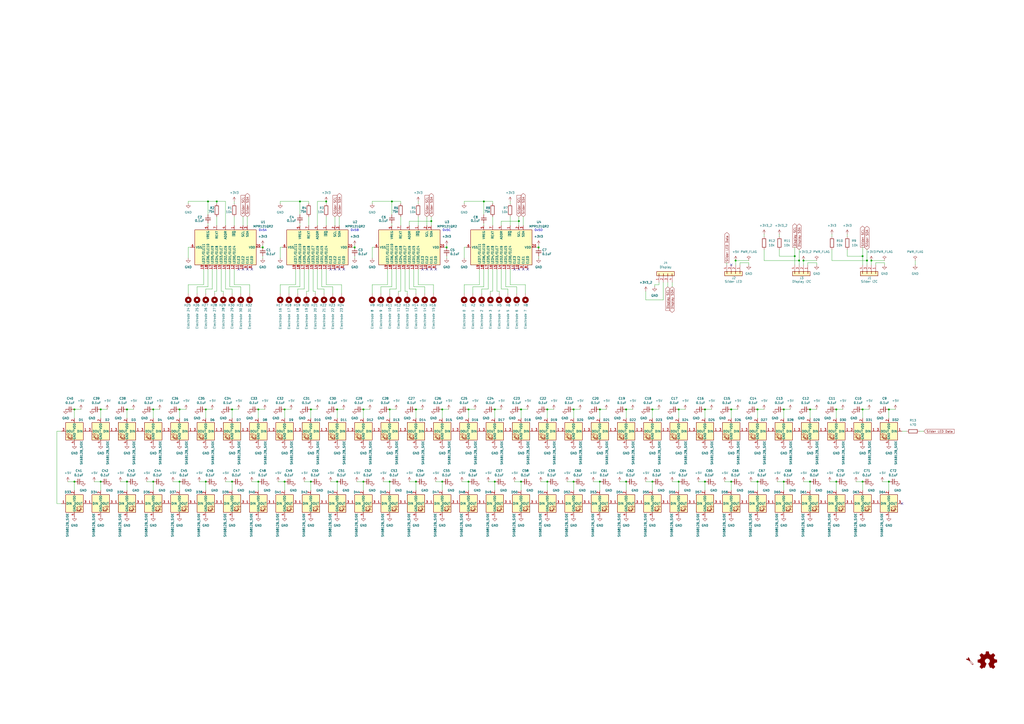
<source format=kicad_sch>
(kicad_sch (version 20231120) (generator "eeschema") (generator_version "8.0")
  (paper "A2")
  (title_block (title "DivaConSlider") (date "2024-11-21") (rev "1"))
  (junction (at 226.06 237.49))
  (junction (at 454.66 279.4))
  (junction (at 125.73 116.84))
  (junction (at 393.7 279.4))
  (junction (at 502.92 151.13))
  (junction (at 363.22 237.49))
  (junction (at 515.62 279.4))
  (junction (at 119.38 279.4))
  (junction (at 149.86 279.4))
  (junction (at 73.66 237.49))
  (junction (at 241.3 237.49))
  (junction (at 485.14 237.49))
  (junction (at 210.82 237.49))
  (junction (at 461.01 148.59))
  (junction (at 363.22 279.4))
  (junction (at 134.62 279.4))
  (junction (at 256.54 279.4))
  (junction (at 58.42 237.49))
  (junction (at 271.78 279.4))
  (junction (at 120.65 116.84))
  (junction (at 226.06 279.4))
  (junction (at 152.4 143.51))
  (junction (at 88.9 237.49))
  (junction (at 73.66 279.4))
  (junction (at 180.34 237.49))
  (junction (at 180.34 279.4))
  (junction (at 393.7 237.49))
  (junction (at 347.98 279.4))
  (junction (at 210.82 279.4))
  (junction (at 469.9 237.49))
  (junction (at 500.38 237.49))
  (junction (at 515.62 237.49))
  (junction (at 424.18 279.4))
  (junction (at 104.14 237.49))
  (junction (at 280.67 116.84))
  (junction (at 347.98 237.49))
  (junction (at 259.08 143.51))
  (junction (at 408.94 237.49))
  (junction (at 426.72 151.13))
  (junction (at 189.23 116.84))
  (junction (at 271.78 237.49))
  (junction (at 88.9 279.4))
  (junction (at 463.55 151.13))
  (junction (at 439.42 237.49))
  (junction (at 256.54 237.49))
  (junction (at 312.42 143.51))
  (junction (at 332.74 279.4))
  (junction (at 378.46 237.49))
  (junction (at 43.18 237.49))
  (junction (at 195.58 237.49))
  (junction (at 173.99 116.84))
  (junction (at 165.1 279.4))
  (junction (at 287.02 279.4))
  (junction (at 241.3 279.4))
  (junction (at 250.19 128.27))
  (junction (at 408.94 279.4))
  (junction (at 302.26 279.4))
  (junction (at 104.14 279.4))
  (junction (at 300.99 128.27))
  (junction (at 165.1 237.49))
  (junction (at 227.33 116.84))
  (junction (at 332.74 237.49))
  (junction (at 149.86 237.49))
  (junction (at 378.46 279.4))
  (junction (at 469.9 279.4))
  (junction (at 485.14 279.4))
  (junction (at 195.58 279.4))
  (junction (at 454.66 237.49))
  (junction (at 424.18 237.49))
  (junction (at 500.38 279.4))
  (junction (at 205.74 143.51))
  (junction (at 134.62 237.49))
  (junction (at 287.02 237.49))
  (junction (at 439.42 279.4))
  (junction (at 302.26 237.49))
  (junction (at 466.09 151.13))
  (junction (at 119.38 237.49))
  (junction (at 317.5 279.4))
  (junction (at 317.5 237.49))
  (junction (at 58.42 279.4))
  (junction (at 43.18 279.4))
  (junction (at 505.46 151.13))
  (junction (at 500.38 148.59))
  (no_connect (at 146.05 156.21))
  (no_connect (at 300.99 156.21))
  (no_connect (at 196.85 156.21))
  (no_connect (at 138.43 156.21))
  (no_connect (at 191.77 156.21))
  (no_connect (at 523.24 292.1))
  (no_connect (at 194.31 156.21))
  (no_connect (at 252.73 156.21))
  (no_connect (at 143.51 156.21))
  (no_connect (at 247.65 156.21))
  (no_connect (at 424.18 153.67))
  (no_connect (at 250.19 156.21))
  (no_connect (at 140.97 156.21))
  (no_connect (at 298.45 156.21))
  (no_connect (at 303.53 156.21))
  (no_connect (at 199.39 156.21))
  (no_connect (at 306.07 156.21))
  (no_connect (at 245.11 156.21))
  (wire (pts (xy 463.55 151.13) (xy 463.55 153.67)))
  (wire (pts (xy 285.75 168.91) (xy 284.48 168.91)))
  (wire (pts (xy 269.24 143.51) (xy 270.51 143.51)))
  (wire (pts (xy 184.15 167.64) (xy 187.96 167.64)))
  (wire (pts (xy 149.86 237.49) (xy 149.86 242.57)))
  (wire (pts (xy 242.57 156.21) (xy 242.57 165.1)))
  (wire (pts (xy 134.62 279.4) (xy 134.62 284.48)))
  (wire (pts (xy 120.65 166.37) (xy 114.3 166.37)))
  (wire (pts (xy 104.14 279.4) (xy 104.14 284.48)))
  (wire (pts (xy 515.62 279.4) (xy 511.81 279.4)))
  (wire (pts (xy 515.62 237.49) (xy 519.43 237.49)))
  (wire (pts (xy 109.22 143.51) (xy 110.49 143.51)))
  (wire (pts (xy 135.89 116.84) (xy 135.89 118.11)))
  (wire (pts (xy 120.65 116.84) (xy 120.65 124.46)))
  (wire (pts (xy 424.18 237.49) (xy 427.99 237.49)))
  (wire (pts (xy 299.72 166.37) (xy 299.72 170.18)))
  (wire (pts (xy 439.42 237.49) (xy 443.23 237.49)))
  (wire (pts (xy 226.06 237.49) (xy 229.87 237.49)))
  (wire (pts (xy 171.45 156.21) (xy 171.45 165.1)))
  (wire (pts (xy 119.38 237.49) (xy 119.38 242.57)))
  (wire (pts (xy 118.11 156.21) (xy 118.11 165.1)))
  (wire (pts (xy 278.13 165.1) (xy 269.24 165.1)))
  (wire (pts (xy 171.45 165.1) (xy 162.56 165.1)))
  (wire (pts (xy 165.1 237.49) (xy 168.91 237.49)))
  (wire (pts (xy 269.24 165.1) (xy 269.24 170.18)))
  (wire (pts (xy 469.9 237.49) (xy 473.71 237.49)))
  (wire (pts (xy 280.67 129.54) (xy 280.67 130.81)))
  (wire (pts (xy 134.62 279.4) (xy 130.81 279.4)))
  (wire (pts (xy 187.96 167.64) (xy 187.96 170.18)))
  (wire (pts (xy 513.08 152.4) (xy 513.08 153.67)))
  (wire (pts (xy 88.9 279.4) (xy 85.09 279.4)))
  (wire (pts (xy 210.82 279.4) (xy 207.01 279.4)))
  (wire (pts (xy 439.42 279.4) (xy 435.61 279.4)))
  (wire (pts (xy 241.3 279.4) (xy 237.49 279.4)))
  (wire (pts (xy 408.94 237.49) (xy 408.94 242.57)))
  (wire (pts (xy 184.15 156.21) (xy 184.15 167.64)))
  (wire (pts (xy 500.38 279.4) (xy 496.57 279.4)))
  (wire (pts (xy 304.8 165.1) (xy 304.8 170.18)))
  (wire (pts (xy 210.82 237.49) (xy 210.82 242.57)))
  (wire (pts (xy 426.72 151.13) (xy 434.34 151.13)))
  (wire (pts (xy 165.1 279.4) (xy 161.29 279.4)))
  (wire (pts (xy 109.22 143.51) (xy 109.22 149.86)))
  (wire (pts (xy 162.56 165.1) (xy 162.56 170.18)))
  (wire (pts (xy 302.26 237.49) (xy 306.07 237.49)))
  (wire (pts (xy 232.41 168.91) (xy 231.14 168.91)))
  (wire (pts (xy 58.42 237.49) (xy 62.23 237.49)))
  (wire (pts (xy 393.7 279.4) (xy 389.89 279.4)))
  (wire (pts (xy 500.38 237.49) (xy 504.19 237.49)))
  (wire (pts (xy 290.83 130.81) (xy 290.83 128.27)))
  (wire (pts (xy 461.01 143.51) (xy 461.01 148.59)))
  (wire (pts (xy 468.63 152.4) (xy 468.63 153.67)))
  (wire (pts (xy 247.65 125.73) (xy 247.65 130.81)))
  (wire (pts (xy 151.13 143.51) (xy 152.4 143.51)))
  (wire (pts (xy 124.46 168.91) (xy 124.46 170.18)))
  (wire (pts (xy 515.62 237.49) (xy 515.62 242.57)))
  (wire (pts (xy 485.14 237.49) (xy 488.95 237.49)))
  (wire (pts (xy 240.03 156.21) (xy 240.03 166.37)))
  (wire (pts (xy 173.99 156.21) (xy 173.99 166.37)))
  (wire (pts (xy 317.5 237.49) (xy 321.31 237.49)))
  (wire (pts (xy 134.62 167.64) (xy 134.62 170.18)))
  (wire (pts (xy 114.3 166.37) (xy 114.3 170.18)))
  (wire (pts (xy 312.42 148.59) (xy 312.42 149.86)))
  (wire (pts (xy 302.26 237.49) (xy 302.26 242.57)))
  (wire (pts (xy 379.73 165.1) (xy 379.73 166.37)))
  (wire (pts (xy 176.53 167.64) (xy 172.72 167.64)))
  (wire (pts (xy 461.01 148.59) (xy 461.01 153.67)))
  (wire (pts (xy 184.15 130.81) (xy 184.15 116.84)))
  (wire (pts (xy 104.14 237.49) (xy 107.95 237.49)))
  (wire (pts (xy 186.69 156.21) (xy 186.69 166.37)))
  (wire (pts (xy 374.65 173.99) (xy 374.65 168.91)))
  (wire (pts (xy 234.95 168.91) (xy 236.22 168.91)))
  (wire (pts (xy 162.56 143.51) (xy 163.83 143.51)))
  (wire (pts (xy 384.81 163.83) (xy 384.81 173.99)))
  (wire (pts (xy 180.34 279.4) (xy 176.53 279.4)))
  (wire (pts (xy 241.3 167.64) (xy 241.3 170.18)))
  (wire (pts (xy 134.62 237.49) (xy 134.62 242.57)))
  (wire (pts (xy 88.9 237.49) (xy 92.71 237.49)))
  (wire (pts (xy 452.12 144.78) (xy 452.12 148.59)))
  (wire (pts (xy 33.02 250.19) (xy 33.02 292.1)))
  (wire (pts (xy 193.04 166.37) (xy 193.04 170.18)))
  (wire (pts (xy 256.54 279.4) (xy 252.73 279.4)))
  (wire (pts (xy 180.34 237.49) (xy 184.15 237.49)))
  (wire (pts (xy 347.98 237.49) (xy 347.98 242.57)))
  (wire (pts (xy 491.49 148.59) (xy 500.38 148.59)))
  (wire (pts (xy 256.54 279.4) (xy 256.54 284.48)))
  (wire (pts (xy 287.02 237.49) (xy 290.83 237.49)))
  (wire (pts (xy 125.73 156.21) (xy 125.73 168.91)))
  (wire (pts (xy 505.46 151.13) (xy 513.08 151.13)))
  (wire (pts (xy 452.12 148.59) (xy 461.01 148.59)))
  (wire (pts (xy 135.89 165.1) (xy 144.78 165.1)))
  (wire (pts (xy 234.95 156.21) (xy 234.95 168.91)))
  (wire (pts (xy 269.24 116.84) (xy 269.24 118.11)))
  (wire (pts (xy 283.21 156.21) (xy 283.21 167.64)))
  (wire (pts (xy 179.07 118.11) (xy 179.07 116.84)))
  (wire (pts (xy 466.09 151.13) (xy 466.09 153.67)))
  (wire (pts (xy 393.7 279.4) (xy 393.7 284.48)))
  (wire (pts (xy 167.64 166.37) (xy 167.64 170.18)))
  (wire (pts (xy 215.9 165.1) (xy 215.9 170.18)))
  (wire (pts (xy 469.9 237.49) (xy 469.9 242.57)))
  (wire (pts (xy 232.41 125.73) (xy 232.41 130.81)))
  (wire (pts (xy 393.7 237.49) (xy 397.51 237.49)))
  (wire (pts (xy 172.72 167.64) (xy 172.72 170.18)))
  (wire (pts (xy 237.49 156.21) (xy 237.49 167.64)))
  (wire (pts (xy 408.94 279.4) (xy 408.94 284.48)))
  (wire (pts (xy 294.64 167.64) (xy 294.64 170.18)))
  (wire (pts (xy 189.23 165.1) (xy 198.12 165.1)))
  (wire (pts (xy 33.02 292.1) (xy 35.56 292.1)))
  (wire (pts (xy 530.86 151.13) (xy 530.86 153.67)))
  (wire (pts (xy 271.78 279.4) (xy 267.97 279.4)))
  (wire (pts (xy 469.9 279.4) (xy 469.9 284.48)))
  (wire (pts (xy 210.82 237.49) (xy 214.63 237.49)))
  (wire (pts (xy 295.91 156.21) (xy 295.91 165.1)))
  (wire (pts (xy 226.06 237.49) (xy 226.06 242.57)))
  (wire (pts (xy 232.41 118.11) (xy 232.41 116.84)))
  (wire (pts (xy 289.56 168.91) (xy 289.56 170.18)))
  (wire (pts (xy 242.57 125.73) (xy 242.57 130.81)))
  (wire (pts (xy 227.33 116.84) (xy 227.33 124.46)))
  (wire (pts (xy 88.9 237.49) (xy 88.9 242.57)))
  (wire (pts (xy 378.46 237.49) (xy 382.27 237.49)))
  (wire (pts (xy 43.18 237.49) (xy 46.99 237.49)))
  (wire (pts (xy 130.81 156.21) (xy 130.81 167.64)))
  (wire (pts (xy 378.46 279.4) (xy 378.46 284.48)))
  (wire (pts (xy 195.58 237.49) (xy 195.58 242.57)))
  (wire (pts (xy 139.7 166.37) (xy 139.7 170.18)))
  (wire (pts (xy 389.89 163.83) (xy 389.89 166.37)))
  (wire (pts (xy 130.81 167.64) (xy 134.62 167.64)))
  (wire (pts (xy 227.33 166.37) (xy 220.98 166.37)))
  (wire (pts (xy 332.74 237.49) (xy 336.55 237.49)))
  (wire (pts (xy 303.53 125.73) (xy 303.53 130.81)))
  (wire (pts (xy 443.23 151.13) (xy 463.55 151.13)))
  (wire (pts (xy 104.14 237.49) (xy 104.14 242.57)))
  (wire (pts (xy 295.91 116.84) (xy 295.91 118.11)))
  (wire (pts (xy 363.22 279.4) (xy 359.41 279.4)))
  (wire (pts (xy 293.37 166.37) (xy 299.72 166.37)))
  (wire (pts (xy 215.9 143.51) (xy 215.9 149.86)))
  (wire (pts (xy 227.33 129.54) (xy 227.33 130.81)))
  (wire (pts (xy 205.74 148.59) (xy 205.74 149.86)))
  (wire (pts (xy 162.56 116.84) (xy 162.56 118.11)))
  (wire (pts (xy 109.22 116.84) (xy 109.22 118.11)))
  (wire (pts (xy 250.19 125.73) (xy 250.19 128.27)))
  (wire (pts (xy 123.19 167.64) (xy 119.38 167.64)))
  (wire (pts (xy 379.73 165.1) (xy 382.27 165.1)))
  (wire (pts (xy 237.49 128.27) (xy 250.19 128.27)))
  (wire (pts (xy 134.62 237.49) (xy 138.43 237.49)))
  (wire (pts (xy 133.35 166.37) (xy 139.7 166.37)))
  (wire (pts (xy 119.38 279.4) (xy 115.57 279.4)))
  (wire (pts (xy 278.13 156.21) (xy 278.13 165.1)))
  (wire (pts (xy 454.66 237.49) (xy 454.66 242.57)))
  (wire (pts (xy 125.73 168.91) (xy 124.46 168.91)))
  (wire (pts (xy 280.67 166.37) (xy 274.32 166.37)))
  (wire (pts (xy 288.29 156.21) (xy 288.29 168.91)))
  (wire (pts (xy 241.3 237.49) (xy 241.3 242.57)))
  (wire (pts (xy 129.54 168.91) (xy 129.54 170.18)))
  (wire (pts (xy 271.78 237.49) (xy 271.78 242.57)))
  (wire (pts (xy 246.38 166.37) (xy 246.38 170.18)))
  (wire (pts (xy 119.38 237.49) (xy 123.19 237.49)))
  (wire (pts (xy 149.86 279.4) (xy 146.05 279.4)))
  (wire (pts (xy 226.06 279.4) (xy 226.06 284.48)))
  (wire (pts (xy 300.99 125.73) (xy 300.99 128.27)))
  (wire (pts (xy 378.46 237.49) (xy 378.46 242.57)))
  (wire (pts (xy 179.07 125.73) (xy 179.07 130.81)))
  (wire (pts (xy 123.19 156.21) (xy 123.19 167.64)))
  (wire (pts (xy 176.53 156.21) (xy 176.53 167.64)))
  (wire (pts (xy 204.47 143.51) (xy 205.74 143.51)))
  (wire (pts (xy 232.41 116.84) (xy 227.33 116.84)))
  (wire (pts (xy 312.42 142.24) (xy 312.42 143.51)))
  (wire (pts (xy 508 152.4) (xy 508 153.67)))
  (wire (pts (xy 533.4 250.19) (xy 535.94 250.19)))
  (wire (pts (xy 384.81 173.99) (xy 374.65 173.99)))
  (wire (pts (xy 454.66 279.4) (xy 450.85 279.4)))
  (wire (pts (xy 485.14 279.4) (xy 481.33 279.4)))
  (wire (pts (xy 300.99 128.27) (xy 300.99 130.81)))
  (wire (pts (xy 443.23 135.89) (xy 443.23 137.16)))
  (wire (pts (xy 229.87 156.21) (xy 229.87 167.64)))
  (wire (pts (xy 179.07 116.84) (xy 173.99 116.84)))
  (wire (pts (xy 43.18 237.49) (xy 43.18 242.57)))
  (wire (pts (xy 237.49 130.81) (xy 237.49 128.27)))
  (wire (pts (xy 491.49 135.89) (xy 491.49 137.16)))
  (wire (pts (xy 173.99 129.54) (xy 173.99 130.81)))
  (wire (pts (xy 177.8 168.91) (xy 177.8 170.18)))
  (wire (pts (xy 426.72 151.13) (xy 426.72 153.67)))
  (wire (pts (xy 454.66 237.49) (xy 458.47 237.49)))
  (wire (pts (xy 424.18 237.49) (xy 424.18 242.57)))
  (wire (pts (xy 180.34 237.49) (xy 180.34 242.57)))
  (wire (pts (xy 287.02 237.49) (xy 287.02 242.57)))
  (wire (pts (xy 179.07 156.21) (xy 179.07 168.91)))
  (wire (pts (xy 173.99 166.37) (xy 167.64 166.37)))
  (wire (pts (xy 144.78 165.1) (xy 144.78 170.18)))
  (wire (pts (xy 287.02 279.4) (xy 287.02 284.48)))
  (wire (pts (xy 251.46 165.1) (xy 251.46 170.18)))
  (wire (pts (xy 439.42 237.49) (xy 439.42 242.57)))
  (wire (pts (xy 332.74 279.4) (xy 332.74 284.48)))
  (wire (pts (xy 429.26 152.4) (xy 429.26 153.67)))
  (wire (pts (xy 408.94 237.49) (xy 412.75 237.49)))
  (wire (pts (xy 125.73 118.11) (xy 125.73 116.84)))
  (wire (pts (xy 285.75 116.84) (xy 280.67 116.84)))
  (wire (pts (xy 236.22 168.91) (xy 236.22 170.18)))
  (wire (pts (xy 130.81 116.84) (xy 125.73 116.84)))
  (wire (pts (xy 500.38 148.59) (xy 500.38 153.67)))
  (wire (pts (xy 271.78 279.4) (xy 271.78 284.48)))
  (wire (pts (xy 128.27 168.91) (xy 129.54 168.91)))
  (wire (pts (xy 35.56 250.19) (xy 33.02 250.19)))
  (wire (pts (xy 104.14 279.4) (xy 100.33 279.4)))
  (wire (pts (xy 363.22 237.49) (xy 363.22 242.57)))
  (wire (pts (xy 224.79 156.21) (xy 224.79 165.1)))
  (wire (pts (xy 205.74 142.24) (xy 205.74 143.51)))
  (wire (pts (xy 173.99 116.84) (xy 173.99 124.46)))
  (wire (pts (xy 469.9 279.4) (xy 466.09 279.4)))
  (wire (pts (xy 290.83 167.64) (xy 294.64 167.64)))
  (wire (pts (xy 485.14 237.49) (xy 485.14 242.57)))
  (wire (pts (xy 302.26 279.4) (xy 302.26 284.48)))
  (wire (pts (xy 130.81 130.81) (xy 130.81 116.84)))
  (wire (pts (xy 434.34 152.4) (xy 429.26 152.4)))
  (wire (pts (xy 280.67 116.84) (xy 269.24 116.84)))
  (wire (pts (xy 295.91 125.73) (xy 295.91 130.81)))
  (wire (pts (xy 259.08 142.24) (xy 259.08 143.51)))
  (wire (pts (xy 184.15 116.84) (xy 189.23 116.84)))
  (wire (pts (xy 242.57 165.1) (xy 251.46 165.1)))
  (wire (pts (xy 250.19 128.27) (xy 250.19 130.81)))
  (wire (pts (xy 189.23 125.73) (xy 189.23 130.81)))
  (wire (pts (xy 58.42 237.49) (xy 58.42 242.57)))
  (wire (pts (xy 279.4 167.64) (xy 279.4 170.18)))
  (wire (pts (xy 88.9 279.4) (xy 88.9 284.48)))
  (wire (pts (xy 256.54 237.49) (xy 256.54 242.57)))
  (wire (pts (xy 135.89 156.21) (xy 135.89 165.1)))
  (wire (pts (xy 229.87 167.64) (xy 226.06 167.64)))
  (wire (pts (xy 363.22 279.4) (xy 363.22 284.48)))
  (wire (pts (xy 482.6 135.89) (xy 482.6 137.16)))
  (wire (pts (xy 284.48 168.91) (xy 284.48 170.18)))
  (wire (pts (xy 466.09 151.13) (xy 473.71 151.13)))
  (wire (pts (xy 179.07 168.91) (xy 177.8 168.91)))
  (wire (pts (xy 347.98 279.4) (xy 347.98 284.48)))
  (wire (pts (xy 109.22 165.1) (xy 109.22 170.18)))
  (wire (pts (xy 220.98 166.37) (xy 220.98 170.18)))
  (wire (pts (xy 215.9 143.51) (xy 217.17 143.51)))
  (wire (pts (xy 257.81 143.51) (xy 259.08 143.51)))
  (wire (pts (xy 421.64 152.4) (xy 421.64 153.67)))
  (wire (pts (xy 452.12 135.89) (xy 452.12 137.16)))
  (wire (pts (xy 73.66 237.49) (xy 77.47 237.49)))
  (wire (pts (xy 473.71 152.4) (xy 473.71 153.67)))
  (wire (pts (xy 439.42 279.4) (xy 439.42 284.48)))
  (wire (pts (xy 215.9 116.84) (xy 215.9 118.11)))
  (wire (pts (xy 43.18 279.4) (xy 39.37 279.4)))
  (wire (pts (xy 120.65 129.54) (xy 120.65 130.81)))
  (wire (pts (xy 502.92 151.13) (xy 502.92 153.67)))
  (wire (pts (xy 363.22 237.49) (xy 367.03 237.49)))
  (wire (pts (xy 143.51 125.73) (xy 143.51 130.81)))
  (wire (pts (xy 269.24 143.51) (xy 269.24 149.86)))
  (wire (pts (xy 302.26 279.4) (xy 298.45 279.4)))
  (wire (pts (xy 226.06 279.4) (xy 222.25 279.4)))
  (wire (pts (xy 226.06 167.64) (xy 226.06 170.18)))
  (wire (pts (xy 173.99 116.84) (xy 162.56 116.84)))
  (wire (pts (xy 290.83 128.27) (xy 300.99 128.27)))
  (wire (pts (xy 186.69 166.37) (xy 193.04 166.37)))
  (wire (pts (xy 424.18 279.4) (xy 424.18 284.48)))
  (wire (pts (xy 500.38 237.49) (xy 500.38 242.57)))
  (wire (pts (xy 240.03 166.37) (xy 246.38 166.37)))
  (wire (pts (xy 387.35 163.83) (xy 387.35 166.37)))
  (wire (pts (xy 242.57 116.84) (xy 242.57 118.11)))
  (wire (pts (xy 317.5 279.4) (xy 313.69 279.4)))
  (wire (pts (xy 241.3 279.4) (xy 241.3 284.48)))
  (wire (pts (xy 120.65 116.84) (xy 109.22 116.84)))
  (wire (pts (xy 513.08 152.4) (xy 508 152.4)))
  (wire (pts (xy 195.58 279.4) (xy 195.58 284.48)))
  (wire (pts (xy 285.75 156.21) (xy 285.75 168.91)))
  (wire (pts (xy 434.34 152.4) (xy 434.34 153.67)))
  (wire (pts (xy 311.15 143.51) (xy 312.42 143.51)))
  (wire (pts (xy 271.78 237.49) (xy 275.59 237.49)))
  (wire (pts (xy 196.85 125.73) (xy 196.85 130.81)))
  (wire (pts (xy 473.71 152.4) (xy 468.63 152.4)))
  (wire (pts (xy 285.75 118.11) (xy 285.75 116.84)))
  (wire (pts (xy 149.86 237.49) (xy 153.67 237.49)))
  (wire (pts (xy 317.5 279.4) (xy 317.5 284.48)))
  (wire (pts (xy 288.29 168.91) (xy 289.56 168.91)))
  (wire (pts (xy 287.02 279.4) (xy 283.21 279.4)))
  (wire (pts (xy 195.58 237.49) (xy 199.39 237.49)))
  (wire (pts (xy 378.46 279.4) (xy 374.65 279.4)))
  (wire (pts (xy 119.38 279.4) (xy 119.38 284.48)))
  (wire (pts (xy 165.1 237.49) (xy 165.1 242.57)))
  (wire (pts (xy 224.79 165.1) (xy 215.9 165.1)))
  (wire (pts (xy 152.4 148.59) (xy 152.4 149.86)))
  (wire (pts (xy 523.24 250.19) (xy 525.78 250.19)))
  (wire (pts (xy 382.27 165.1) (xy 382.27 163.83)))
  (wire (pts (xy 73.66 279.4) (xy 73.66 284.48)))
  (wire (pts (xy 227.33 116.84) (xy 215.9 116.84)))
  (wire (pts (xy 140.97 125.73) (xy 140.97 130.81)))
  (wire (pts (xy 133.35 156.21) (xy 133.35 166.37)))
  (wire (pts (xy 231.14 168.91) (xy 231.14 170.18)))
  (wire (pts (xy 317.5 237.49) (xy 317.5 242.57)))
  (wire (pts (xy 135.89 125.73) (xy 135.89 130.81)))
  (wire (pts (xy 181.61 156.21) (xy 181.61 168.91)))
  (wire (pts (xy 210.82 279.4) (xy 210.82 284.48)))
  (wire (pts (xy 454.66 279.4) (xy 454.66 284.48)))
  (wire (pts (xy 73.66 237.49) (xy 73.66 242.57)))
  (wire (pts (xy 280.67 156.21) (xy 280.67 166.37)))
  (wire (pts (xy 189.23 116.84) (xy 189.23 118.11)))
  (wire (pts (xy 120.65 156.21) (xy 120.65 166.37)))
  (wire (pts (xy 500.38 279.4) (xy 500.38 284.48)))
  (wire (pts (xy 181.61 168.91) (xy 182.88 168.91)))
  (wire (pts (xy 194.31 125.73) (xy 194.31 130.81)))
  (wire (pts (xy 180.34 279.4) (xy 180.34 284.48)))
  (wire (pts (xy 463.55 144.78) (xy 463.55 151.13)))
  (wire (pts (xy 485.14 279.4) (xy 485.14 284.48)))
  (wire (pts (xy 482.6 144.78) (xy 482.6 151.13)))
  (wire (pts (xy 491.49 144.78) (xy 491.49 148.59)))
  (wire (pts (xy 347.98 237.49) (xy 351.79 237.49)))
  (wire (pts (xy 505.46 151.13) (xy 505.46 153.67)))
  (wire (pts (xy 408.94 279.4) (xy 405.13 279.4)))
  (wire (pts (xy 482.6 151.13) (xy 502.92 151.13)))
  (wire (pts (xy 165.1 279.4) (xy 165.1 284.48)))
  (wire (pts (xy 290.83 156.21) (xy 290.83 167.64)))
  (wire (pts (xy 256.54 237.49) (xy 260.35 237.49)))
  (wire (pts (xy 295.91 165.1) (xy 304.8 165.1)))
  (wire (pts (xy 502.92 144.78) (xy 502.92 151.13)))
  (wire (pts (xy 293.37 156.21) (xy 293.37 166.37)))
  (wire (pts (xy 58.42 279.4) (xy 54.61 279.4)))
  (wire (pts (xy 332.74 279.4) (xy 328.93 279.4)))
  (wire (pts (xy 195.58 279.4) (xy 191.77 279.4)))
  (wire (pts (xy 515.62 279.4) (xy 515.62 284.48)))
  (wire (pts (xy 128.27 156.21) (xy 128.27 168.91)))
  (wire (pts (xy 285.75 125.73) (xy 285.75 130.81)))
  (wire (pts (xy 393.7 237.49) (xy 393.7 242.57)))
  (wire (pts (xy 424.18 279.4) (xy 420.37 279.4)))
  (wire (pts (xy 198.12 165.1) (xy 198.12 170.18)))
  (wire (pts (xy 227.33 156.21) (xy 227.33 166.37)))
  (wire (pts (xy 259.08 148.59) (xy 259.08 149.86)))
  (wire (pts (xy 274.32 166.37) (xy 274.32 170.18)))
  (wire (pts (xy 182.88 168.91) (xy 182.88 170.18)))
  (wire (pts (xy 118.11 165.1) (xy 109.22 165.1)))
  (wire (pts (xy 73.66 279.4) (xy 69.85 279.4)))
  (wire (pts (xy 283.21 167.64) (xy 279.4 167.64)))
  (wire (pts (xy 232.41 156.21) (xy 232.41 168.91)))
  (wire (pts (xy 332.74 237.49) (xy 332.74 242.57)))
  (wire (pts (xy 162.56 143.51) (xy 162.56 149.86)))
  (wire (pts (xy 443.23 144.78) (xy 443.23 151.13)))
  (wire (pts (xy 43.18 279.4) (xy 43.18 284.48)))
  (wire (pts (xy 58.42 279.4) (xy 58.42 284.48)))
  (wire (pts (xy 119.38 167.64) (xy 119.38 170.18)))
  (wire (pts (xy 347.98 279.4) (xy 344.17 279.4)))
  (wire (pts (xy 125.73 125.73) (xy 125.73 130.81)))
  (wire (pts (xy 149.86 279.4) (xy 149.86 284.48)))
  (wire (pts (xy 152.4 142.24) (xy 152.4 143.51)))
  (wire (pts (xy 241.3 237.49) (xy 245.11 237.49)))
  (wire (pts (xy 189.23 156.21) (xy 189.23 165.1)))
  (wire (pts (xy 500.38 143.51) (xy 500.38 148.59)))
  (wire (pts (xy 237.49 167.64) (xy 241.3 167.64)))
  (wire (pts (xy 125.73 116.84) (xy 120.65 116.84)))
  (wire (pts (xy 280.67 116.84) (xy 280.67 124.46)))
  (text "0x5B" (at 205.74 133.604 0) (effects (font (size 1.27 1.27))))
  (text "0x5A" (at 152.4 133.604 0) (effects (font (size 1.27 1.27))))
  (text "0x5D" (at 312.42 133.604 0) (effects (font (size 1.27 1.27))))
  (text "0x5C" (at 259.08 133.604 0) (effects (font (size 1.27 1.27))))
  (global_label "Slider LED Data" (shape input) (at 535.94 250.19 0) (property "Intersheetrefs" "${INTERSHEET_REFS}" (effects (hide yes))))
  (global_label "Slider SDA" (shape bidirectional) (at 196.85 125.73 90) (property "Intersheetrefs" "${INTERSHEET_REFS}" (effects (hide yes))))
  (global_label "Slider SDA" (shape bidirectional) (at 250.19 125.73 90) (property "Intersheetrefs" "${INTERSHEET_REFS}" (effects (hide yes))))
  (global_label "Slider SCL" (shape input) (at 140.97 125.73 90) (property "Intersheetrefs" "${INTERSHEET_REFS}" (effects (hide yes))))
  (global_label "Slider SCL" (shape input) (at 300.99 125.73 90) (property "Intersheetrefs" "${INTERSHEET_REFS}" (effects (hide yes))))
  (global_label "Display SCL" (shape input) (at 387.35 166.37 270) (property "Intersheetrefs" "${INTERSHEET_REFS}" (effects (hide yes))))
  (global_label "Slider SDA" (shape bidirectional) (at 143.51 125.73 90) (property "Intersheetrefs" "${INTERSHEET_REFS}" (effects (hide yes))))
  (global_label "Display SDA" (shape bidirectional) (at 463.55 144.78 90) (property "Intersheetrefs" "${INTERSHEET_REFS}" (effects (hide yes))))
  (global_label "Slider SDA" (shape bidirectional) (at 502.92 144.78 90) (property "Intersheetrefs" "${INTERSHEET_REFS}" (effects (hide yes))))
  (global_label "Slider SCL" (shape output) (at 500.38 143.51 90) (property "Intersheetrefs" "${INTERSHEET_REFS}" (effects (hide yes))))
  (global_label "Display SDA" (shape bidirectional) (at 389.89 166.37 270) (property "Intersheetrefs" "${INTERSHEET_REFS}" (effects (hide yes))))
  (global_label "Display SCL" (shape output) (at 461.01 143.51 90) (property "Intersheetrefs" "${INTERSHEET_REFS}" (effects (hide yes))))
  (global_label "Slider SCL" (shape input) (at 194.31 125.73 90) (property "Intersheetrefs" "${INTERSHEET_REFS}" (effects (hide yes))))
  (global_label "Slider SDA" (shape bidirectional) (at 303.53 125.73 90) (property "Intersheetrefs" "${INTERSHEET_REFS}" (effects (hide yes))))
  (global_label "Slider SCL" (shape input) (at 247.65 125.73 90) (property "Intersheetrefs" "${INTERSHEET_REFS}" (effects (hide yes))))
  (global_label "Slider LED Data" (shape output) (at 421.64 152.4 90) (property "Intersheetrefs" "${INTERSHEET_REFS}" (effects (hide yes))))
  (symbol (lib_id "power:+5V") (at 367.03 237.49 0) (unit 1)
    (property "Reference" "#PWR069" (effects (hide yes)))
    (property "Value" "+5V" (at 367.03 232.41 0))
    (property "Description" "Power symbol creates a global label with name \"+5V\"" (effects (hide yes)))
  )
  (symbol (lib_id "Mechanical:MountingHole_Pad") (at 119.38 172.72 180) (unit 1) (exclude_from_sim yes) (in_bom no)
    (property "Reference" "H27" (at 120.904 177.038 0) (effects (justify left)))
    (property "Value" "Electrode 26" (at 119.38 178.308 90) (effects (justify left)))
    (property "Footprint" "DivaConSlider:Touchpad_15mmx42mm" (effects (hide yes)))
    (property "Description" "Mounting Hole with connection" (effects (hide yes)))
  )
  (symbol (lib_id "Mechanical:MountingHole_Pad") (at 215.9 172.72 180) (unit 1) (exclude_from_sim yes) (in_bom no)
    (property "Reference" "H9" (at 217.424 177.038 0) (effects (justify left)))
    (property "Value" "Electrode 8" (at 215.9 179.578 90) (effects (justify left)))
    (property "Footprint" "DivaConSlider:Touchpad_15mmx42mm" (effects (hide yes)))
    (property "Description" "Mounting Hole with connection" (effects (hide yes)))
  )
  (symbol (lib_id "Device:C_Small") (at 274.32 279.4 270) (mirror x) (unit 1)
    (property "Reference" "C56" (at 274.3137 273.05 90))
    (property "Value" "0.1uF" (at 274.3137 275.59 90))
    (property "Footprint" "Capacitor_SMD:C_0805_2012Metric_Pad1.18x1.45mm_HandSolder" (effects (hide yes)))
    (property "Description" "Unpolarized capacitor, small symbol" (effects (hide yes)))
  )
  (symbol (lib_id "Device:C_Small") (at 421.64 237.49 90) (unit 1)
    (property "Reference" "C15" (at 421.6463 231.14 90))
    (property "Value" "0.1uF" (at 421.6463 233.68 90))
    (property "Footprint" "Capacitor_SMD:C_0805_2012Metric_Pad1.18x1.45mm_HandSolder" (effects (hide yes)))
    (property "Description" "Unpolarized capacitor, small symbol" (effects (hide yes)))
  )
  (symbol (lib_id "power:+3V3") (at 189.23 116.84 0) (unit 1)
    (property "Reference" "#PWR07" (effects (hide yes)))
    (property "Value" "+3V3" (at 189.23 111.76 0))
    (property "Description" "Power symbol creates a global label with name \"+3V3\"" (effects (hide yes)))
  )
  (symbol (lib_id "power:+5V") (at 435.61 279.4 0) (mirror y) (unit 1)
    (property "Reference" "#PWR0213" (effects (hide yes)))
    (property "Value" "+5V" (at 435.61 274.32 0))
    (property "Description" "Power symbol creates a global label with name \"+5V\"" (effects (hide yes)))
  )
  (symbol (lib_id "power:+5V") (at 260.35 237.49 0) (unit 1)
    (property "Reference" "#PWR090" (effects (hide yes)))
    (property "Value" "+5V" (at 260.35 232.41 0))
    (property "Description" "Power symbol creates a global label with name \"+5V\"" (effects (hide yes)))
  )
  (symbol (lib_id "power:GND") (at 195.58 257.81 0) (unit 1)
    (property "Reference" "#PWR0101" (effects (hide yes)))
    (property "Value" "GND" (at 195.58 262.89 0))
    (property "Description" "Power symbol creates a global label with name \"GND\" , ground" (effects (hide yes)))
  )
  (symbol (lib_id "power:+3V3") (at 135.89 116.84 0) (unit 1)
    (property "Reference" "#PWR01" (effects (hide yes)))
    (property "Value" "+3V3" (at 135.89 111.76 0))
    (property "Description" "Power symbol creates a global label with name \"+3V3\"" (effects (hide yes)))
  )
  (symbol (lib_id "power:+5V") (at 46.99 237.49 0) (unit 1)
    (property "Reference" "#PWR0132" (effects (hide yes)))
    (property "Value" "+5V" (at 46.99 232.41 0))
    (property "Description" "Power symbol creates a global label with name \"+5V\"" (effects (hide yes)))
  )
  (symbol (lib_id "power:GND") (at 195.58 299.72 0) (mirror y) (unit 1)
    (property "Reference" "#PWR0164" (effects (hide yes)))
    (property "Value" "GND" (at 195.58 304.8 0))
    (property "Description" "Power symbol creates a global label with name \"GND\" , ground" (effects (hide yes)))
  )
  (symbol (lib_id "power:+5V") (at 511.81 279.4 0) (mirror y) (unit 1)
    (property "Reference" "#PWR0228" (effects (hide yes)))
    (property "Value" "+5V" (at 511.81 274.32 0))
    (property "Description" "Power symbol creates a global label with name \"+5V\"" (effects (hide yes)))
  )
  (symbol (lib_id "power:GND") (at 180.34 257.81 0) (unit 1)
    (property "Reference" "#PWR0104" (effects (hide yes)))
    (property "Value" "GND" (at 180.34 262.89 0))
    (property "Description" "Power symbol creates a global label with name \"GND\" , ground" (effects (hide yes)))
  )
  (symbol (lib_id "power:GND") (at 154.94 279.4 0) (mirror y) (unit 1)
    (property "Reference" "#PWR0154" (effects (hide yes)))
    (property "Value" "GND" (at 154.94 284.48 0))
    (property "Description" "Power symbol creates a global label with name \"GND\" , ground" (effects (hide yes)))
  )
  (symbol (lib_id "Device:C_Small") (at 208.28 237.49 90) (unit 1)
    (property "Reference" "C29" (at 208.2863 231.14 90))
    (property "Value" "0.1uF" (at 208.2863 233.68 90))
    (property "Footprint" "Capacitor_SMD:C_0805_2012Metric_Pad1.18x1.45mm_HandSolder" (effects (hide yes)))
    (property "Description" "Unpolarized capacitor, small symbol" (effects (hide yes)))
  )
  (symbol (lib_id "Device:C_Small") (at 360.68 237.49 90) (unit 1)
    (property "Reference" "C19" (at 360.6863 231.14 90))
    (property "Value" "0.1uF" (at 360.6863 233.68 90))
    (property "Footprint" "Capacitor_SMD:C_0805_2012Metric_Pad1.18x1.45mm_HandSolder" (effects (hide yes)))
    (property "Description" "Unpolarized capacitor, small symbol" (effects (hide yes)))
  )
  (symbol (lib_id "Device:C_Small") (at 330.2 237.49 90) (unit 1)
    (property "Reference" "C21" (at 330.2063 231.14 90))
    (property "Value" "0.1uF" (at 330.2063 233.68 90))
    (property "Footprint" "Capacitor_SMD:C_0805_2012Metric_Pad1.18x1.45mm_HandSolder" (effects (hide yes)))
    (property "Description" "Unpolarized capacitor, small symbol" (effects (hide yes)))
  )
  (symbol (lib_id "power:GND") (at 347.98 257.81 0) (unit 1)
    (property "Reference" "#PWR071" (effects (hide yes)))
    (property "Value" "GND" (at 347.98 262.89 0))
    (property "Description" "Power symbol creates a global label with name \"GND\" , ground" (effects (hide yes)))
  )
  (symbol (lib_id "Device:R") (at 491.49 140.97 180) (unit 1)
    (property "Reference" "R9" (at 494.03 139.6999 0) (effects (justify right)))
    (property "Value" "10k" (at 494.03 142.2399 0) (effects (justify right)))
    (property "Footprint" "Resistor_SMD:R_0805_2012Metric_Pad1.20x1.40mm_HandSolder" (effects (hide yes)))
    (property "Description" "Resistor" (effects (hide yes)))
  )
  (symbol (lib_id "power:+5V") (at 290.83 237.49 0) (unit 1)
    (property "Reference" "#PWR084" (effects (hide yes)))
    (property "Value" "+5V" (at 290.83 232.41 0))
    (property "Description" "Power symbol creates a global label with name \"+5V\"" (effects (hide yes)))
  )
  (symbol (lib_id "Device:C_Small") (at 320.04 279.4 270) (mirror x) (unit 1)
    (property "Reference" "C59" (at 320.0337 273.05 90))
    (property "Value" "0.1uF" (at 320.0337 275.59 90))
    (property "Footprint" "Capacitor_SMD:C_0805_2012Metric_Pad1.18x1.45mm_HandSolder" (effects (hide yes)))
    (property "Description" "Unpolarized capacitor, small symbol" (effects (hide yes)))
  )
  (symbol (lib_id "power:GND") (at 215.9 118.11 0) (unit 1)
    (property "Reference" "#PWR08" (effects (hide yes)))
    (property "Value" "GND" (at 215.9 123.19 0))
    (property "Description" "Power symbol creates a global label with name \"GND\" , ground" (effects (hide yes)))
  )
  (symbol (lib_id "Device:R") (at 189.23 121.92 0) (unit 1)
    (property "Reference" "R3" (at 187.96 120.65 0) (effects (justify right)))
    (property "Value" "10k" (at 187.96 122.936 0) (effects (justify right)))
    (property "Footprint" "Resistor_SMD:R_0805_2012Metric_Pad1.20x1.40mm_HandSolder" (effects (hide yes)))
    (property "Description" "Resistor" (effects (hide yes)))
  )
  (symbol (lib_id "power:GND") (at 459.74 279.4 0) (mirror y) (unit 1)
    (property "Reference" "#PWR0214" (effects (hide yes)))
    (property "Value" "GND" (at 459.74 284.48 0))
    (property "Description" "Power symbol creates a global label with name \"GND\" , ground" (effects (hide yes)))
  )
  (symbol (lib_id "power:GND") (at 251.46 237.49 0) (unit 1)
    (property "Reference" "#PWR088" (effects (hide yes)))
    (property "Value" "GND" (at 251.46 242.57 0))
    (property "Description" "Power symbol creates a global label with name \"GND\" , ground" (effects (hide yes)))
  )
  (symbol (lib_id "power:+5V") (at 389.89 279.4 0) (mirror y) (unit 1)
    (property "Reference" "#PWR0204" (effects (hide yes)))
    (property "Value" "+5V" (at 389.89 274.32 0))
    (property "Description" "Power symbol creates a global label with name \"+5V\"" (effects (hide yes)))
  )
  (symbol (lib_id "Device:C_Small") (at 40.64 237.49 90) (unit 1)
    (property "Reference" "C40" (at 40.6463 231.14 90))
    (property "Value" "0.1uF" (at 40.6463 233.68 90))
    (property "Footprint" "Capacitor_SMD:C_0805_2012Metric_Pad1.18x1.45mm_HandSolder" (effects (hide yes)))
    (property "Description" "Unpolarized capacitor, small symbol" (effects (hide yes)))
  )
  (symbol (lib_id "DivaConSlider:SK6812B_SIDE") (at 73.66 292.1 0) (unit 1)
    (property "Reference" "D35" (at 69.85 285.496 0))
    (property "Value" "SK6812B_SIDE" (at 69.596 304.546 90))
    (property "Footprint" "DivaConSlider:LED_SK6812B_SIDE" (effects (hide yes)))
    (property "Datasheet" "https://cdn-shop.adafruit.com/product-files/4691/4691_SK68XX_SIDE_REV.04_EN_1_.pdf" (effects (hide yes)))
    (property "Description" "RGB LED with integrated controller" (effects (hide yes)))
  )
  (symbol (lib_id "Device:C_Small") (at 314.96 237.49 90) (unit 1)
    (property "Reference" "C22" (at 314.9663 231.14 90))
    (property "Value" "0.1uF" (at 314.9663 233.68 90))
    (property "Footprint" "Capacitor_SMD:C_0805_2012Metric_Pad1.18x1.45mm_HandSolder" (effects (hide yes)))
    (property "Description" "Unpolarized capacitor, small symbol" (effects (hide yes)))
  )
  (symbol (lib_id "power:GND") (at 515.62 299.72 0) (mirror y) (unit 1)
    (property "Reference" "#PWR0227" (effects (hide yes)))
    (property "Value" "GND" (at 515.62 304.8 0))
    (property "Description" "Power symbol creates a global label with name \"GND\" , ground" (effects (hide yes)))
  )
  (symbol (lib_id "power:GND") (at 276.86 279.4 0) (mirror y) (unit 1)
    (property "Reference" "#PWR0178" (effects (hide yes)))
    (property "Value" "GND" (at 276.86 284.48 0))
    (property "Description" "Power symbol creates a global label with name \"GND\" , ground" (effects (hide yes)))
  )
  (symbol (lib_id "power:GND") (at 149.86 257.81 0) (unit 1)
    (property "Reference" "#PWR0110" (effects (hide yes)))
    (property "Value" "GND" (at 149.86 262.89 0))
    (property "Description" "Power symbol creates a global label with name \"GND\" , ground" (effects (hide yes)))
  )
  (symbol (lib_id "power:+5V") (at 237.49 279.4 0) (mirror y) (unit 1)
    (property "Reference" "#PWR0174" (effects (hide yes)))
    (property "Value" "+5V" (at 237.49 274.32 0))
    (property "Description" "Power symbol creates a global label with name \"+5V\"" (effects (hide yes)))
  )
  (symbol (lib_id "power:+3V3") (at 242.57 116.84 0) (unit 1)
    (property "Reference" "#PWR010" (effects (hide yes)))
    (property "Value" "+3V3" (at 242.57 111.76 0))
    (property "Description" "Power symbol creates a global label with name \"+3V3\"" (effects (hide yes)))
  )
  (symbol (lib_id "power:GND") (at 180.34 299.72 0) (mirror y) (unit 1)
    (property "Reference" "#PWR0161" (effects (hide yes)))
    (property "Value" "GND" (at 180.34 304.8 0))
    (property "Description" "Power symbol creates a global label with name \"GND\" , ground" (effects (hide yes)))
  )
  (symbol (lib_id "power:+5V") (at 161.29 279.4 0) (mirror y) (unit 1)
    (property "Reference" "#PWR0159" (effects (hide yes)))
    (property "Value" "+5V" (at 161.29 274.32 0))
    (property "Description" "Power symbol creates a global label with name \"+5V\"" (effects (hide yes)))
  )
  (symbol (lib_id "power:+5V") (at 69.85 279.4 0) (mirror y) (unit 1)
    (property "Reference" "#PWR0141" (effects (hide yes)))
    (property "Value" "+5V" (at 69.85 274.32 0))
    (property "Description" "Power symbol creates a global label with name \"+5V\"" (effects (hide yes)))
  )
  (symbol (lib_id "power:GND") (at 383.54 279.4 0) (mirror y) (unit 1)
    (property "Reference" "#PWR0199" (effects (hide yes)))
    (property "Value" "GND" (at 383.54 284.48 0))
    (property "Description" "Power symbol creates a global label with name \"GND\" , ground" (effects (hide yes)))
  )
  (symbol (lib_id "power:GND") (at 261.62 279.4 0) (mirror y) (unit 1)
    (property "Reference" "#PWR0175" (effects (hide yes)))
    (property "Value" "GND" (at 261.62 284.48 0))
    (property "Description" "Power symbol creates a global label with name \"GND\" , ground" (effects (hide yes)))
  )
  (symbol (lib_id "power:GND") (at 269.24 118.11 0) (unit 1)
    (property "Reference" "#PWR015" (effects (hide yes)))
    (property "Value" "GND" (at 269.24 123.19 0))
    (property "Description" "Power symbol creates a global label with name \"GND\" , ground" (effects (hide yes)))
  )
  (symbol (lib_id "Mechanical:MountingHole_Pad") (at 299.72 172.72 180) (unit 1) (exclude_from_sim yes) (in_bom no)
    (property "Reference" "H7" (at 301.244 177.038 0) (effects (justify left)))
    (property "Value" "Electrode 6" (at 299.72 179.578 90) (effects (justify left)))
    (property "Footprint" "DivaConSlider:Touchpad_15mmx42mm" (effects (hide yes)))
    (property "Description" "Mounting Hole with connection" (effects (hide yes)))
  )
  (symbol (lib_id "power:+5V") (at 222.25 279.4 0) (mirror y) (unit 1)
    (property "Reference" "#PWR0171" (effects (hide yes)))
    (property "Value" "+5V" (at 222.25 274.32 0))
    (property "Description" "Power symbol creates a global label with name \"+5V\"" (effects (hide yes)))
  )
  (symbol (lib_id "power:+5V") (at 245.11 237.49 0) (unit 1)
    (property "Reference" "#PWR093" (effects (hide yes)))
    (property "Value" "+5V" (at 245.11 232.41 0))
    (property "Description" "Power symbol creates a global label with name \"+5V\"" (effects (hide yes)))
  )
  (symbol (lib_id "power:GND") (at 358.14 237.49 0) (unit 1)
    (property "Reference" "#PWR067" (effects (hide yes)))
    (property "Value" "GND" (at 358.14 242.57 0))
    (property "Description" "Power symbol creates a global label with name \"GND\" , ground" (effects (hide yes)))
  )
  (symbol (lib_id "power:GND") (at 119.38 299.72 0) (mirror y) (unit 1)
    (property "Reference" "#PWR0149" (effects (hide yes)))
    (property "Value" "GND" (at 119.38 304.8 0))
    (property "Description" "Power symbol creates a global label with name \"GND\" , ground" (effects (hide yes)))
  )
  (symbol (lib_id "Device:C_Small") (at 254 237.49 90) (unit 1)
    (property "Reference" "C26" (at 254.0063 231.14 90))
    (property "Value" "0.1uF" (at 254.0063 233.68 90))
    (property "Footprint" "Capacitor_SMD:C_0805_2012Metric_Pad1.18x1.45mm_HandSolder" (effects (hide yes)))
    (property "Description" "Unpolarized capacitor, small symbol" (effects (hide yes)))
  )
  (symbol (lib_id "power:GND") (at 215.9 149.86 0) (unit 1)
    (property "Reference" "#PWR09" (effects (hide yes)))
    (property "Value" "GND" (at 215.9 154.94 0))
    (property "Description" "Power symbol creates a global label with name \"GND\" , ground" (effects (hide yes)))
  )
  (symbol (lib_id "Device:C_Small") (at 132.08 237.49 90) (unit 1)
    (property "Reference" "C34" (at 132.0863 231.14 90))
    (property "Value" "0.1uF" (at 132.0863 233.68 90))
    (property "Footprint" "Capacitor_SMD:C_0805_2012Metric_Pad1.18x1.45mm_HandSolder" (effects (hide yes)))
    (property "Description" "Unpolarized capacitor, small symbol" (effects (hide yes)))
  )
  (symbol (lib_id "Mechanical:MountingHole_Pad") (at 274.32 172.72 180) (unit 1) (exclude_from_sim yes) (in_bom no)
    (property "Reference" "H2" (at 275.844 177.038 0) (effects (justify left)))
    (property "Value" "Electrode 1" (at 274.32 179.578 90) (effects (justify left)))
    (property "Footprint" "DivaConSlider:Touchpad_15mmx42mm" (effects (hide yes)))
    (property "Description" "Mounting Hole with connection" (effects (hide yes)))
  )
  (symbol (lib_id "power:GND") (at 317.5 257.81 0) (unit 1)
    (property "Reference" "#PWR077" (effects (hide yes)))
    (property "Value" "GND" (at 317.5 262.89 0))
    (property "Description" "Power symbol creates a global label with name \"GND\" , ground" (effects (hide yes)))
  )
  (symbol (lib_id "power:+5V") (at 426.72 151.13 0) (unit 1)
    (property "Reference" "#PWR0230" (effects (hide yes)))
    (property "Value" "+5V" (at 426.72 146.05 0))
    (property "Description" "Power symbol creates a global label with name \"+5V\"" (effects (hide yes)))
  )
  (symbol (lib_id "DivaConSlider:SK6812B_SIDE") (at 58.42 250.19 0) (mirror y) (unit 1)
    (property "Reference" "D2" (at 62.23 243.586 0))
    (property "Value" "SK6812B_SIDE" (at 62.484 262.636 90))
    (property "Footprint" "DivaConSlider:LED_SK6812B_SIDE" (effects (hide yes)))
    (property "Datasheet" "https://cdn-shop.adafruit.com/product-files/4691/4691_SK68XX_SIDE_REV.04_EN_1_.pdf" (effects (hide yes)))
    (property "Description" "RGB LED with integrated controller" (effects (hide yes)))
  )
  (symbol (lib_id "power:GND") (at 226.06 257.81 0) (unit 1)
    (property "Reference" "#PWR095" (effects (hide yes)))
    (property "Value" "GND" (at 226.06 262.89 0))
    (property "Description" "Power symbol creates a global label with name \"GND\" , ground" (effects (hide yes)))
  )
  (symbol (lib_id "DivaConSlider:SK6812B_SIDE") (at 515.62 250.19 0) (mirror y) (unit 1)
    (property "Reference" "D32" (at 519.43 243.586 0))
    (property "Value" "SK6812B_SIDE" (at 519.684 262.636 90))
    (property "Footprint" "DivaConSlider:LED_SK6812B_SIDE" (effects (hide yes)))
    (property "Datasheet" "https://cdn-shop.adafruit.com/product-files/4691/4691_SK68XX_SIDE_REV.04_EN_1_.pdf" (effects (hide yes)))
    (property "Description" "RGB LED with integrated controller" (effects (hide yes)))
  )
  (symbol (lib_id "power:+5V") (at 450.85 279.4 0) (mirror y) (unit 1)
    (property "Reference" "#PWR0216" (effects (hide yes)))
    (property "Value" "+5V" (at 450.85 274.32 0))
    (property "Description" "Power symbol creates a global label with name \"+5V\"" (effects (hide yes)))
  )
  (symbol (lib_id "power:+5V") (at 420.37 279.4 0) (mirror y) (unit 1)
    (property "Reference" "#PWR0210" (effects (hide yes)))
    (property "Value" "+5V" (at 420.37 274.32 0))
    (property "Description" "Power symbol creates a global label with name \"+5V\"" (effects (hide yes)))
  )
  (symbol (lib_id "DivaConSlider:SK6812B_SIDE") (at 43.18 292.1 0) (unit 1)
    (property "Reference" "D33" (at 39.37 285.496 0))
    (property "Value" "SK6812B_SIDE" (at 39.116 304.546 90))
    (property "Footprint" "DivaConSlider:LED_SK6812B_SIDE" (effects (hide yes)))
    (property "Datasheet" "https://cdn-shop.adafruit.com/product-files/4691/4691_SK68XX_SIDE_REV.04_EN_1_.pdf" (effects (hide yes)))
    (property "Description" "RGB LED with integrated controller" (effects (hide yes)))
  )
  (symbol (lib_id "power:+5V") (at 176.53 279.4 0) (mirror y) (unit 1)
    (property "Reference" "#PWR0162" (effects (hide yes)))
    (property "Value" "+5V" (at 176.53 274.32 0))
    (property "Description" "Power symbol creates a global label with name \"+5V\"" (effects (hide yes)))
  )
  (symbol (lib_id "power:GND") (at 114.3 237.49 0) (unit 1)
    (property "Reference" "#PWR0115" (effects (hide yes)))
    (property "Value" "GND" (at 114.3 242.57 0))
    (property "Description" "Power symbol creates a global label with name \"GND\" , ground" (effects (hide yes)))
  )
  (symbol (lib_id "power:GND") (at 220.98 237.49 0) (unit 1)
    (property "Reference" "#PWR094" (effects (hide yes)))
    (property "Value" "GND" (at 220.98 242.57 0))
    (property "Description" "Power symbol creates a global label with name \"GND\" , ground" (effects (hide yes)))
  )
  (symbol (lib_id "power:GND") (at 302.26 299.72 0) (mirror y) (unit 1)
    (property "Reference" "#PWR0185" (effects (hide yes)))
    (property "Value" "GND" (at 302.26 304.8 0))
    (property "Description" "Power symbol creates a global label with name \"GND\" , ground" (effects (hide yes)))
  )
  (symbol (lib_id "power:GND") (at 510.54 237.49 0) (unit 1)
    (property "Reference" "#PWR038" (effects (hide yes)))
    (property "Value" "GND" (at 510.54 242.57 0))
    (property "Description" "Power symbol creates a global label with name \"GND\" , ground" (effects (hide yes)))
  )
  (symbol (lib_id "DivaConSlider:SK6812B_SIDE") (at 226.06 250.19 0) (mirror y) (unit 1)
    (property "Reference" "D13" (at 229.87 243.586 0))
    (property "Value" "SK6812B_SIDE" (at 230.124 262.636 90))
    (property "Footprint" "DivaConSlider:LED_SK6812B_SIDE" (effects (hide yes)))
    (property "Datasheet" "https://cdn-shop.adafruit.com/product-files/4691/4691_SK68XX_SIDE_REV.04_EN_1_.pdf" (effects (hide yes)))
    (property "Description" "RGB LED with integrated controller" (effects (hide yes)))
  )
  (symbol (lib_id "Mechanical:MountingHole_Pad") (at 269.24 172.72 180) (unit 1) (exclude_from_sim yes) (in_bom no)
    (property "Reference" "H1" (at 270.764 177.038 0) (effects (justify left)))
    (property "Value" "Electrode 0" (at 269.24 179.578 90) (effects (justify left)))
    (property "Footprint" "DivaConSlider:Touchpad_15mmx42mm" (effects (hide yes)))
    (property "Description" "Mounting Hole with connection" (effects (hide yes)))
  )
  (symbol (lib_id "power:GND") (at 162.56 149.86 0) (unit 1)
    (property "Reference" "#PWR016" (effects (hide yes)))
    (property "Value" "GND" (at 162.56 154.94 0))
    (property "Description" "Power symbol creates a global label with name \"GND\" , ground" (effects (hide yes)))
  )
  (symbol (lib_id "DivaConSlider:SK6812B_SIDE") (at 88.9 250.19 0) (mirror y) (unit 1)
    (property "Reference" "D4" (at 92.71 243.586 0))
    (property "Value" "SK6812B_SIDE" (at 92.964 262.636 90))
    (property "Footprint" "DivaConSlider:LED_SK6812B_SIDE" (effects (hide yes)))
    (property "Datasheet" "https://cdn-shop.adafruit.com/product-files/4691/4691_SK68XX_SIDE_REV.04_EN_1_.pdf" (effects (hide yes)))
    (property "Description" "RGB LED with integrated controller" (effects (hide yes)))
  )
  (symbol (lib_id "power:+5V") (at 153.67 237.49 0) (unit 1)
    (property "Reference" "#PWR0111" (effects (hide yes)))
    (property "Value" "+5V" (at 153.67 232.41 0))
    (property "Description" "Power symbol creates a global label with name \"+5V\"" (effects (hide yes)))
  )
  (symbol (lib_id "power:GND") (at 93.98 279.4 0) (mirror y) (unit 1)
    (property "Reference" "#PWR0142" (effects (hide yes)))
    (property "Value" "GND" (at 93.98 284.48 0))
    (property "Description" "Power symbol creates a global label with name \"GND\" , ground" (effects (hide yes)))
  )
  (symbol (lib_id "Device:R") (at 232.41 121.92 0) (unit 1)
    (property "Reference" "R6" (at 231.14 120.65 0) (effects (justify right)))
    (property "Value" "75k" (at 231.14 122.682 0) (effects (justify right)))
    (property "Footprint" "Resistor_SMD:R_0805_2012Metric_Pad1.20x1.40mm_HandSolder" (effects (hide yes)))
    (property "Description" "Resistor" (effects (hide yes)))
  )
  (symbol (lib_id "power:GND") (at 287.02 257.81 0) (unit 1)
    (property "Reference" "#PWR083" (effects (hide yes)))
    (property "Value" "GND" (at 287.02 262.89 0))
    (property "Description" "Power symbol creates a global label with name \"GND\" , ground" (effects (hide yes)))
  )
  (symbol (lib_id "power:GND") (at 109.22 279.4 0) (mirror y) (unit 1)
    (property "Reference" "#PWR0145" (effects (hide yes)))
    (property "Value" "GND" (at 109.22 284.48 0))
    (property "Description" "Power symbol creates a global label with name \"GND\" , ground" (effects (hide yes)))
  )
  (symbol (lib_id "power:+5V") (at 191.77 279.4 0) (mirror y) (unit 1)
    (property "Reference" "#PWR0165" (effects (hide yes)))
    (property "Value" "+5V" (at 191.77 274.32 0))
    (property "Description" "Power symbol creates a global label with name \"+5V\"" (effects (hide yes)))
  )
  (symbol (lib_id "Device:C_Small") (at 284.48 237.49 90) (unit 1)
    (property "Reference" "C24" (at 284.4863 231.14 90))
    (property "Value" "0.1uF" (at 284.4863 233.68 90))
    (property "Footprint" "Capacitor_SMD:C_0805_2012Metric_Pad1.18x1.45mm_HandSolder" (effects (hide yes)))
    (property "Description" "Unpolarized capacitor, small symbol" (effects (hide yes)))
  )
  (symbol (lib_id "Mechanical:MountingHole_Pad") (at 236.22 172.72 180) (unit 1) (exclude_from_sim yes) (in_bom no)
    (property "Reference" "H13" (at 237.744 177.038 0) (effects (justify left)))
    (property "Value" "Electrode 12" (at 236.22 178.308 90) (effects (justify left)))
    (property "Footprint" "DivaConSlider:Touchpad_15mmx42mm" (effects (hide yes)))
    (property "Description" "Mounting Hole with connection" (effects (hide yes)))
  )
  (symbol (lib_id "Device:C_Small") (at 228.6 279.4 270) (mirror x) (unit 1)
    (property "Reference" "C53" (at 228.5937 273.05 90))
    (property "Value" "0.1uF" (at 228.5937 275.59 90))
    (property "Footprint" "Capacitor_SMD:C_0805_2012Metric_Pad1.18x1.45mm_HandSolder" (effects (hide yes)))
    (property "Description" "Unpolarized capacitor, small symbol" (effects (hide yes)))
  )
  (symbol (lib_id "power:+5V") (at 504.19 237.49 0) (unit 1)
    (property "Reference" "#PWR042" (effects (hide yes)))
    (property "Value" "+5V" (at 504.19 232.41 0))
    (property "Description" "Power symbol creates a global label with name \"+5V\"" (effects (hide yes)))
  )
  (symbol (lib_id "power:GND") (at 363.22 299.72 0) (mirror y) (unit 1)
    (property "Reference" "#PWR0197" (effects (hide yes)))
    (property "Value" "GND" (at 363.22 304.8 0))
    (property "Description" "Power symbol creates a global label with name \"GND\" , ground" (effects (hide yes)))
  )
  (symbol (lib_id "power:GND") (at 439.42 257.81 0) (unit 1)
    (property "Reference" "#PWR053" (effects (hide yes)))
    (property "Value" "GND" (at 439.42 262.89 0))
    (property "Description" "Power symbol creates a global label with name \"GND\" , ground" (effects (hide yes)))
  )
  (symbol (lib_id "power:GND") (at 408.94 257.81 0) (unit 1)
    (property "Reference" "#PWR059" (effects (hide yes)))
    (property "Value" "GND" (at 408.94 262.89 0))
    (property "Description" "Power symbol creates a global label with name \"GND\" , ground" (effects (hide yes)))
  )
  (symbol (lib_id "Device:C_Small") (at 162.56 237.49 90) (unit 1)
    (property "Reference" "C32" (at 162.5663 231.14 90))
    (property "Value" "0.1uF" (at 162.5663 233.68 90))
    (property "Footprint" "Capacitor_SMD:C_0805_2012Metric_Pad1.18x1.45mm_HandSolder" (effects (hide yes)))
    (property "Description" "Unpolarized capacitor, small symbol" (effects (hide yes)))
  )
  (symbol (lib_id "power:GND") (at 165.1 299.72 0) (mirror y) (unit 1)
    (property "Reference" "#PWR0158" (effects (hide yes)))
    (property "Value" "GND" (at 165.1 304.8 0))
    (property "Description" "Power symbol creates a global label with name \"GND\" , ground" (effects (hide yes)))
  )
  (symbol (lib_id "power:+5V") (at 382.27 237.49 0) (unit 1)
    (property "Reference" "#PWR066" (effects (hide yes)))
    (property "Value" "+5V" (at 382.27 232.41 0))
    (property "Description" "Power symbol creates a global label with name \"+5V\"" (effects (hide yes)))
  )
  (symbol (lib_id "power:+5V") (at 336.55 237.49 0) (unit 1)
    (property "Reference" "#PWR075" (effects (hide yes)))
    (property "Value" "+5V" (at 336.55 232.41 0))
    (property "Description" "Power symbol creates a global label with name \"+5V\"" (effects (hide yes)))
  )
  (symbol (lib_id "Device:C_Small") (at 280.67 127 0) (unit 1)
    (property "Reference" "C8" (at 274.574 125.984 0) (effects (justify left)))
    (property "Value" "0.1uF" (at 273.05 128.016 0) (effects (justify left)))
    (property "Footprint" "Capacitor_SMD:C_0805_2012Metric_Pad1.18x1.45mm_HandSolder" (effects (hide yes)))
    (property "Description" "Unpolarized capacitor, small symbol" (effects (hide yes)))
  )
  (symbol (lib_id "power:GND") (at 434.34 237.49 0) (unit 1)
    (property "Reference" "#PWR052" (effects (hide yes)))
    (property "Value" "GND" (at 434.34 242.57 0))
    (property "Description" "Power symbol creates a global label with name \"GND\" , ground" (effects (hide yes)))
  )
  (symbol (lib_id "power:GND") (at 129.54 237.49 0) (unit 1)
    (property "Reference" "#PWR0112" (effects (hide yes)))
    (property "Value" "GND" (at 129.54 242.57 0))
    (property "Description" "Power symbol creates a global label with name \"GND\" , ground" (effects (hide yes)))
  )
  (symbol (lib_id "Device:C_Small") (at 223.52 237.49 90) (unit 1)
    (property "Reference" "C28" (at 223.5263 231.14 90))
    (property "Value" "0.1uF" (at 223.5263 233.68 90))
    (property "Footprint" "Capacitor_SMD:C_0805_2012Metric_Pad1.18x1.45mm_HandSolder" (effects (hide yes)))
    (property "Description" "Unpolarized capacitor, small symbol" (effects (hide yes)))
  )
  (symbol (lib_id "DivaConSlider:SK6812B_SIDE") (at 378.46 292.1 0) (unit 1)
    (property "Reference" "D55" (at 374.65 285.496 0))
    (property "Value" "SK6812B_SIDE" (at 374.396 304.546 90))
    (property "Footprint" "DivaConSlider:LED_SK6812B_SIDE" (effects (hide yes)))
    (property "Datasheet" "https://cdn-shop.adafruit.com/product-files/4691/4691_SK68XX_SIDE_REV.04_EN_1_.pdf" (effects (hide yes)))
    (property "Description" "RGB LED with integrated controller" (effects (hide yes)))
  )
  (symbol (lib_id "power:+5V") (at 62.23 237.49 0) (unit 1)
    (property "Reference" "#PWR0129" (effects (hide yes)))
    (property "Value" "+5V" (at 62.23 232.41 0))
    (property "Description" "Power symbol creates a global label with name \"+5V\"" (effects (hide yes)))
  )
  (symbol (lib_id "DivaConSlider:SK6812B_SIDE") (at 43.18 250.19 0) (mirror y) (unit 1)
    (property "Reference" "D1" (at 46.99 243.586 0))
    (property "Value" "SK6812B_SIDE" (at 47.244 262.636 90))
    (property "Footprint" "DivaConSlider:LED_SK6812B_SIDE" (effects (hide yes)))
    (property "Datasheet" "https://cdn-shop.adafruit.com/product-files/4691/4691_SK68XX_SIDE_REV.04_EN_1_.pdf" (effects (hide yes)))
    (property "Description" "RGB LED with integrated controller" (effects (hide yes)))
  )
  (symbol (lib_id "power:+5V") (at 199.39 237.49 0) (unit 1)
    (property "Reference" "#PWR0102" (effects (hide yes)))
    (property "Value" "+5V" (at 199.39 232.41 0))
    (property "Description" "Power symbol creates a global label with name \"+5V\"" (effects (hide yes)))
  )
  (symbol (lib_id "power:GND") (at 490.22 279.4 0) (mirror y) (unit 1)
    (property "Reference" "#PWR0220" (effects (hide yes)))
    (property "Value" "GND" (at 490.22 284.48 0))
    (property "Description" "Power symbol creates a global label with name \"GND\" , ground" (effects (hide yes)))
  )
  (symbol (lib_id "DivaConSlider:SK6812B_SIDE") (at 302.26 250.19 0) (mirror y) (unit 1)
    (property "Reference" "D18" (at 306.07 243.586 0))
    (property "Value" "SK6812B_SIDE" (at 306.324 262.636 90))
    (property "Footprint" "DivaConSlider:LED_SK6812B_SIDE" (effects (hide yes)))
    (property "Datasheet" "https://cdn-shop.adafruit.com/product-files/4691/4691_SK68XX_SIDE_REV.04_EN_1_.pdf" (effects (hide yes)))
    (property "Description" "RGB LED with integrated controller" (effects (hide yes)))
  )
  (symbol (lib_id "power:GND") (at 469.9 257.81 0) (unit 1)
    (property "Reference" "#PWR047" (effects (hide yes)))
    (property "Value" "GND" (at 469.9 262.89 0))
    (property "Description" "Power symbol creates a global label with name \"GND\" , ground" (effects (hide yes)))
  )
  (symbol (lib_id "power:GND") (at 424.18 299.72 0) (mirror y) (unit 1)
    (property "Reference" "#PWR0209" (effects (hide yes)))
    (property "Value" "GND" (at 424.18 304.8 0))
    (property "Description" "Power symbol creates a global label with name \"GND\" , ground" (effects (hide yes)))
  )
  (symbol (lib_id "power:GND") (at 473.71 153.67 0) (unit 1)
    (property "Reference" "#PWR0235" (effects (hide yes)))
    (property "Value" "GND" (at 473.71 158.75 0))
    (property "Description" "Power symbol creates a global label with name \"GND\" , ground" (effects (hide yes)))
  )
  (symbol (lib_id "power:GND") (at 485.14 257.81 0) (unit 1)
    (property "Reference" "#PWR044" (effects (hide yes)))
    (property "Value" "GND" (at 485.14 262.89 0))
    (property "Description" "Power symbol creates a global label with name \"GND\" , ground" (effects (hide yes)))
  )
  (symbol (lib_id "power:GND") (at 162.56 118.11 0) (unit 1)
    (property "Reference" "#PWR05" (effects (hide yes)))
    (property "Value" "GND" (at 162.56 123.19 0))
    (property "Description" "Power symbol creates a global label with name \"GND\" , ground" (effects (hide yes)))
  )
  (symbol (lib_id "power:GND") (at 495.3 237.49 0) (unit 1)
    (property "Reference" "#PWR040" (effects (hide yes)))
    (property "Value" "GND" (at 495.3 242.57 0))
    (property "Description" "Power symbol creates a global label with name \"GND\" , ground" (effects (hide yes)))
  )
  (symbol (lib_id "power:GND") (at 287.02 299.72 0) (mirror y) (unit 1)
    (property "Reference" "#PWR0182" (effects (hide yes)))
    (property "Value" "GND" (at 287.02 304.8 0))
    (property "Description" "Power symbol creates a global label with name \"GND\" , ground" (effects (hide yes)))
  )
  (symbol (lib_id "power:GND") (at 337.82 279.4 0) (mirror y) (unit 1)
    (property "Reference" "#PWR0190" (effects (hide yes)))
    (property "Value" "GND" (at 337.82 284.48 0))
    (property "Description" "Power symbol creates a global label with name \"GND\" , ground" (effects (hide yes)))
  )
  (symbol (lib_id "DivaConSlider:SK6812B_SIDE") (at 134.62 250.19 0) (mirror y) (unit 1)
    (property "Reference" "D7" (at 138.43 243.586 0))
    (property "Value" "SK6812B_SIDE" (at 138.684 262.636 90))
    (property "Footprint" "DivaConSlider:LED_SK6812B_SIDE" (effects (hide yes)))
    (property "Datasheet" "https://cdn-shop.adafruit.com/product-files/4691/4691_SK68XX_SIDE_REV.04_EN_1_.pdf" (effects (hide yes)))
    (property "Description" "RGB LED with integrated controller" (effects (hide yes)))
  )
  (symbol (lib_id "DivaConSlider:SK6812B_SIDE") (at 393.7 292.1 0) (unit 1)
    (property "Reference" "D56" (at 389.89 285.496 0))
    (property "Value" "SK6812B_SIDE" (at 389.636 304.546 90))
    (property "Footprint" "DivaConSlider:LED_SK6812B_SIDE" (effects (hide yes)))
    (property "Datasheet" "https://cdn-shop.adafruit.com/product-files/4691/4691_SK68XX_SIDE_REV.04_EN_1_.pdf" (effects (hide yes)))
    (property "Description" "RGB LED with integrated controller" (effects (hide yes)))
  )
  (symbol (lib_id "power:+5V") (at 405.13 279.4 0) (mirror y) (unit 1)
    (property "Reference" "#PWR0207" (effects (hide yes)))
    (property "Value" "+5V" (at 405.13 274.32 0))
    (property "Description" "Power symbol creates a global label with name \"+5V\"" (effects (hide yes)))
  )
  (symbol (lib_id "CustomLogos:Leek") (at 562.61 383.54 0) (unit 1) (exclude_from_sim yes) (in_bom no) (on_board no)
    (property "Reference" "#SYM1" (effects (hide yes)))
    (property "Value" "Leek" (effects (hide yes)))
  )
  (symbol (lib_id "Device:R") (at 179.07 121.92 0) (unit 1)
    (property "Reference" "R4" (at 177.8 120.65 0) (effects (justify right)))
    (property "Value" "75k" (at 177.8 122.682 0) (effects (justify right)))
    (property "Footprint" "Resistor_SMD:R_0805_2012Metric_Pad1.20x1.40mm_HandSolder" (effects (hide yes)))
    (property "Description" "Resistor" (effects (hide yes)))
  )
  (symbol (lib_id "power:GND") (at 474.98 279.4 0) (mirror y) (unit 1)
    (property "Reference" "#PWR0217" (effects (hide yes)))
    (property "Value" "GND" (at 474.98 284.48 0))
    (property "Description" "Power symbol creates a global label with name \"GND\" , ground" (effects (hide yes)))
  )
  (symbol (lib_id "Device:C_Small") (at 147.32 237.49 90) (unit 1)
    (property "Reference" "C33" (at 147.3263 231.14 90))
    (property "Value" "0.1uF" (at 147.3263 233.68 90))
    (property "Footprint" "Capacitor_SMD:C_0805_2012Metric_Pad1.18x1.45mm_HandSolder" (effects (hide yes)))
    (property "Description" "Unpolarized capacitor, small symbol" (effects (hide yes)))
  )
  (symbol (lib_id "DivaConSlider:SK6812B_SIDE") (at 195.58 292.1 0) (unit 1)
    (property "Reference" "D43" (at 191.77 285.496 0))
    (property "Value" "SK6812B_SIDE" (at 191.516 304.546 90))
    (property "Footprint" "DivaConSlider:LED_SK6812B_SIDE" (effects (hide yes)))
    (property "Datasheet" "https://cdn-shop.adafruit.com/product-files/4691/4691_SK68XX_SIDE_REV.04_EN_1_.pdf" (effects (hide yes)))
    (property "Description" "RGB LED with integrated controller" (effects (hide yes)))
  )
  (symbol (lib_id "Mechanical:MountingHole_Pad") (at 144.78 172.72 180) (unit 1) (exclude_from_sim yes) (in_bom no)
    (property "Reference" "H32" (at 146.304 177.038 0) (effects (justify left)))
    (property "Value" "Electrode 31" (at 144.78 178.562 90) (effects (justify left)))
    (property "Footprint" "DivaConSlider:Touchpad_15mmx42mm" (effects (hide yes)))
    (property "Description" "Mounting Hole with connection" (effects (hide yes)))
  )
  (symbol (lib_id "Device:C_Small") (at 55.88 237.49 90) (unit 1)
    (property "Reference" "C39" (at 55.8863 231.14 90))
    (property "Value" "0.1uF" (at 55.8863 233.68 90))
    (property "Footprint" "Capacitor_SMD:C_0805_2012Metric_Pad1.18x1.45mm_HandSolder" (effects (hide yes)))
    (property "Description" "Unpolarized capacitor, small symbol" (effects (hide yes)))
  )
  (symbol (lib_id "DivaConSlider:SK6812B_SIDE") (at 210.82 250.19 0) (mirror y) (unit 1)
    (property "Reference" "D12" (at 214.63 243.586 0))
    (property "Value" "SK6812B_SIDE" (at 214.884 262.636 90))
    (property "Footprint" "DivaConSlider:LED_SK6812B_SIDE" (effects (hide yes)))
    (property "Datasheet" "https://cdn-shop.adafruit.com/product-files/4691/4691_SK68XX_SIDE_REV.04_EN_1_.pdf" (effects (hide yes)))
    (property "Description" "RGB LED with integrated controller" (effects (hide yes)))
  )
  (symbol (lib_id "power:GND") (at 43.18 299.72 0) (mirror y) (unit 1)
    (property "Reference" "#PWR0134" (effects (hide yes)))
    (property "Value" "GND" (at 43.18 304.8 0))
    (property "Description" "Power symbol creates a global label with name \"GND\" , ground" (effects (hide yes)))
  )
  (symbol (lib_id "power:GND") (at 205.74 149.86 0) (unit 1)
    (property "Reference" "#PWR012" (effects (hide yes)))
    (property "Value" "GND" (at 205.74 154.94 0))
    (property "Description" "Power symbol creates a global label with name \"GND\" , ground" (effects (hide yes)))
  )
  (symbol (lib_id "power:GND") (at 363.22 257.81 0) (unit 1)
    (property "Reference" "#PWR068" (effects (hide yes)))
    (property "Value" "GND" (at 363.22 262.89 0))
    (property "Description" "Power symbol creates a global label with name \"GND\" , ground" (effects (hide yes)))
  )
  (symbol (lib_id "Device:C_Small") (at 259.08 279.4 270) (mirror x) (unit 1)
    (property "Reference" "C55" (at 259.0737 273.05 90))
    (property "Value" "0.1uF" (at 259.0737 275.59 90))
    (property "Footprint" "Capacitor_SMD:C_0805_2012Metric_Pad1.18x1.45mm_HandSolder" (effects (hide yes)))
    (property "Description" "Unpolarized capacitor, small symbol" (effects (hide yes)))
  )
  (symbol (lib_id "DivaConSlider:SK6812B_SIDE") (at 149.86 250.19 0) (mirror y) (unit 1)
    (property "Reference" "D8" (at 153.67 243.586 0))
    (property "Value" "SK6812B_SIDE" (at 153.924 262.636 90))
    (property "Footprint" "DivaConSlider:LED_SK6812B_SIDE" (effects (hide yes)))
    (property "Datasheet" "https://cdn-shop.adafruit.com/product-files/4691/4691_SK68XX_SIDE_REV.04_EN_1_.pdf" (effects (hide yes)))
    (property "Description" "RGB LED with integrated controller" (effects (hide yes)))
  )
  (symbol (lib_id "DivaConSlider:SK6812B_SIDE") (at 180.34 250.19 0) (mirror y) (unit 1)
    (property "Reference" "D10" (at 184.15 243.586 0))
    (property "Value" "SK6812B_SIDE" (at 184.404 262.636 90))
    (property "Footprint" "DivaConSlider:LED_SK6812B_SIDE" (effects (hide yes)))
    (property "Datasheet" "https://cdn-shop.adafruit.com/product-files/4691/4691_SK68XX_SIDE_REV.04_EN_1_.pdf" (effects (hide yes)))
    (property "Description" "RGB LED with integrated controller" (effects (hide yes)))
  )
  (symbol (lib_id "Connector_Generic:Conn_01x04") (at 505.46 158.75 270) (unit 1)
    (property "Reference" "J1" (at 503.174 161.29 90) (effects (justify left)))
    (property "Value" "Slider I2C" (at 499.364 163.322 90) (effects (justify left)))
    (property "Footprint" "Connector_JST:JST_PH_B4B-PH-K_1x04_P2.00mm_Vertical" (effects (hide yes)))
    (property "Description" "Generic connector, single row, 01x04, script generated (kicad-library-utils/schlib/autogen/connector/)" (effects (hide yes)))
  )
  (symbol (lib_id "Mechanical:MountingHole_Pad") (at 187.96 172.72 180) (unit 1) (exclude_from_sim yes) (in_bom no)
    (property "Reference" "H22" (at 189.484 177.038 0) (effects (justify left)))
    (property "Value" "Electrode 21" (at 187.96 178.562 90) (effects (justify left)))
    (property "Footprint" "DivaConSlider:Touchpad_15mmx42mm" (effects (hide yes)))
    (property "Description" "Mounting Hole with connection" (effects (hide yes)))
  )
  (symbol (lib_id "power:GND") (at 469.9 299.72 0) (mirror y) (unit 1)
    (property "Reference" "#PWR0218" (effects (hide yes)))
    (property "Value" "GND" (at 469.9 304.8 0))
    (property "Description" "Power symbol creates a global label with name \"GND\" , ground" (effects (hide yes)))
  )
  (symbol (lib_id "power:GND") (at 342.9 237.49 0) (unit 1)
    (property "Reference" "#PWR070" (effects (hide yes)))
    (property "Value" "GND" (at 342.9 242.57 0))
    (property "Description" "Power symbol creates a global label with name \"GND\" , ground" (effects (hide yes)))
  )
  (symbol (lib_id "DivaConSlider:SK6812B_SIDE") (at 363.22 250.19 0) (mirror y) (unit 1)
    (property "Reference" "D22" (at 367.03 243.586 0))
    (property "Value" "SK6812B_SIDE" (at 367.284 262.636 90))
    (property "Footprint" "DivaConSlider:LED_SK6812B_SIDE" (effects (hide yes)))
    (property "Datasheet" "https://cdn-shop.adafruit.com/product-files/4691/4691_SK68XX_SIDE_REV.04_EN_1_.pdf" (effects (hide yes)))
    (property "Description" "RGB LED with integrated controller" (effects (hide yes)))
  )
  (symbol (lib_id "power:GND") (at 266.7 237.49 0) (unit 1)
    (property "Reference" "#PWR085" (effects (hide yes)))
    (property "Value" "GND" (at 266.7 242.57 0))
    (property "Description" "Power symbol creates a global label with name \"GND\" , ground" (effects (hide yes)))
  )
  (symbol (lib_id "Sensor_Touch:MPR121QR2") (at 184.15 143.51 270) (unit 1)
    (property "Reference" "U2" (at 205.994 128.778 90))
    (property "Value" "MPR121QR2" (at 205.994 131.318 90))
    (property "Footprint" "Package_DFN_QFN:UQFN-20_3x3mm_P0.4mm" (effects (hide yes)))
    (property "Datasheet" "https://resurgentsemi.com/wp-content/uploads/2018/09/MPR121_rev5-Resurgent.pdf?d453f8&d453f8" (effects (hide yes)))
    (property "Description" "12ch Touch Sensor controller, UQFN-20" (effects (hide yes)))
  )
  (symbol (lib_id "power:+3V3") (at 482.6 135.89 0) (unit 1)
    (property "Reference" "#PWR035" (effects (hide yes)))
    (property "Value" "+3V3" (at 482.6 130.81 0))
    (property "Description" "Power symbol creates a global label with name \"+3V3\"" (effects (hide yes)))
  )
  (symbol (lib_id "DivaConSlider:SK6812B_SIDE") (at 515.62 292.1 0) (unit 1)
    (property "Reference" "D64" (at 511.81 285.496 0))
    (property "Value" "SK6812B_SIDE" (at 511.556 304.546 90))
    (property "Footprint" "DivaConSlider:LED_SK6812B_SIDE" (effects (hide yes)))
    (property "Datasheet" "https://cdn-shop.adafruit.com/product-files/4691/4691_SK68XX_SIDE_REV.04_EN_1_.pdf" (effects (hide yes)))
    (property "Description" "RGB LED with integrated controller" (effects (hide yes)))
  )
  (symbol (lib_id "Mechanical:MountingHole_Pad") (at 134.62 172.72 180) (unit 1) (exclude_from_sim yes) (in_bom no)
    (property "Reference" "H30" (at 136.144 177.038 0) (effects (justify left)))
    (property "Value" "Electrode 29" (at 134.62 178.308 90) (effects (justify left)))
    (property "Footprint" "DivaConSlider:Touchpad_15mmx42mm" (effects (hide yes)))
    (property "Description" "Mounting Hole with connection" (effects (hide yes)))
  )
  (symbol (lib_id "power:+5V") (at 130.81 279.4 0) (mirror y) (unit 1)
    (property "Reference" "#PWR0153" (effects (hide yes)))
    (property "Value" "+5V" (at 130.81 274.32 0))
    (property "Description" "Power symbol creates a global label with name \"+5V\"" (effects (hide yes)))
  )
  (symbol (lib_id "Device:C_Small") (at 513.08 237.49 90) (unit 1)
    (property "Reference" "C9" (at 513.0863 231.14 90))
    (property "Value" "0.1uF" (at 513.0863 233.68 90))
    (property "Footprint" "Capacitor_SMD:C_0805_2012Metric_Pad1.18x1.45mm_HandSolder" (effects (hide yes)))
    (property "Description" "Unpolarized capacitor, small symbol" (effects (hide yes)))
  )
  (symbol (lib_id "power:+5V") (at 344.17 279.4 0) (mirror y) (unit 1)
    (property "Reference" "#PWR0195" (effects (hide yes)))
    (property "Value" "+5V" (at 344.17 274.32 0))
    (property "Description" "Power symbol creates a global label with name \"+5V\"" (effects (hide yes)))
  )
  (symbol (lib_id "power:GND") (at 144.78 237.49 0) (unit 1)
    (property "Reference" "#PWR0109" (effects (hide yes)))
    (property "Value" "GND" (at 144.78 242.57 0))
    (property "Description" "Power symbol creates a global label with name \"GND\" , ground" (effects (hide yes)))
  )
  (symbol (lib_id "DivaConSlider:SK6812B_SIDE") (at 439.42 250.19 0) (mirror y) (unit 1)
    (property "Reference" "D27" (at 443.23 243.586 0))
    (property "Value" "SK6812B_SIDE" (at 443.484 262.636 90))
    (property "Footprint" "DivaConSlider:LED_SK6812B_SIDE" (effects (hide yes)))
    (property "Datasheet" "https://cdn-shop.adafruit.com/product-files/4691/4691_SK68XX_SIDE_REV.04_EN_1_.pdf" (effects (hide yes)))
    (property "Description" "RGB LED with integrated controller" (effects (hide yes)))
  )
  (symbol (lib_id "DivaConSlider:SK6812B_SIDE") (at 210.82 292.1 0) (unit 1)
    (property "Reference" "D44" (at 207.01 285.496 0))
    (property "Value" "SK6812B_SIDE" (at 206.756 304.546 90))
    (property "Footprint" "DivaConSlider:LED_SK6812B_SIDE" (effects (hide yes)))
    (property "Datasheet" "https://cdn-shop.adafruit.com/product-files/4691/4691_SK68XX_SIDE_REV.04_EN_1_.pdf" (effects (hide yes)))
    (property "Description" "RGB LED with integrated controller" (effects (hide yes)))
  )
  (symbol (lib_id "Device:C_Small") (at 243.84 279.4 270) (mirror x) (unit 1)
    (property "Reference" "C54" (at 243.8337 273.05 90))
    (property "Value" "0.1uF" (at 243.8337 275.59 90))
    (property "Footprint" "Capacitor_SMD:C_0805_2012Metric_Pad1.18x1.45mm_HandSolder" (effects (hide yes)))
    (property "Description" "Unpolarized capacitor, small symbol" (effects (hide yes)))
  )
  (symbol (lib_id "Device:C_Small") (at 312.42 146.05 0) (unit 1)
    (property "Reference" "C7" (at 314.452 145.034 0) (effects (justify left)))
    (property "Value" "0.1uF" (at 314.452 147.32 0) (effects (justify left)))
    (property "Footprint" "Capacitor_SMD:C_0805_2012Metric_Pad1.18x1.45mm_HandSolder" (effects (hide yes)))
    (property "Description" "Unpolarized capacitor, small symbol" (effects (hide yes)))
  )
  (symbol (lib_id "power:GND") (at 134.62 299.72 0) (mirror y) (unit 1)
    (property "Reference" "#PWR0152" (effects (hide yes)))
    (property "Value" "GND" (at 134.62 304.8 0))
    (property "Description" "Power symbol creates a global label with name \"GND\" , ground" (effects (hide yes)))
  )
  (symbol (lib_id "power:GND") (at 271.78 299.72 0) (mirror y) (unit 1)
    (property "Reference" "#PWR0179" (effects (hide yes)))
    (property "Value" "GND" (at 271.78 304.8 0))
    (property "Description" "Power symbol creates a global label with name \"GND\" , ground" (effects (hide yes)))
  )
  (symbol (lib_id "power:GND") (at 379.73 166.37 0) (unit 1)
    (property "Reference" "#PWR0236" (effects (hide yes)))
    (property "Value" "GND" (at 379.73 171.45 0))
    (property "Description" "Power symbol creates a global label with name \"GND\" , ground" (effects (hide yes)))
  )
  (symbol (lib_id "Device:R") (at 242.57 121.92 0) (unit 1)
    (property "Reference" "R5" (at 241.3 120.65 0) (effects (justify right)))
    (property "Value" "10k" (at 241.3 122.936 0) (effects (justify right)))
    (property "Footprint" "Resistor_SMD:R_0805_2012Metric_Pad1.20x1.40mm_HandSolder" (effects (hide yes)))
    (property "Description" "Resistor" (effects (hide yes)))
  )
  (symbol (lib_id "power:GND") (at 505.46 279.4 0) (mirror y) (unit 1)
    (property "Reference" "#PWR0223" (effects (hide yes)))
    (property "Value" "GND" (at 505.46 284.48 0))
    (property "Description" "Power symbol creates a global label with name \"GND\" , ground" (effects (hide yes)))
  )
  (symbol (lib_id "Mechanical:MountingHole_Pad") (at 251.46 172.72 180) (unit 1) (exclude_from_sim yes) (in_bom no)
    (property "Reference" "H16" (at 252.984 177.038 0) (effects (justify left)))
    (property "Value" "Electrode 15" (at 251.46 178.308 90) (effects (justify left)))
    (property "Footprint" "DivaConSlider:Touchpad_15mmx42mm" (effects (hide yes)))
    (property "Description" "Mounting Hole with connection" (effects (hide yes)))
  )
  (symbol (lib_id "DivaConSlider:SK6812B_SIDE") (at 469.9 292.1 0) (unit 1)
    (property "Reference" "D61" (at 466.09 285.496 0))
    (property "Value" "SK6812B_SIDE" (at 465.836 304.546 90))
    (property "Footprint" "DivaConSlider:LED_SK6812B_SIDE" (effects (hide yes)))
    (property "Datasheet" "https://cdn-shop.adafruit.com/product-files/4691/4691_SK68XX_SIDE_REV.04_EN_1_.pdf" (effects (hide yes)))
    (property "Description" "RGB LED with integrated controller" (effects (hide yes)))
  )
  (symbol (lib_id "power:GND") (at 190.5 237.49 0) (unit 1)
    (property "Reference" "#PWR0100" (effects (hide yes)))
    (property "Value" "GND" (at 190.5 242.57 0))
    (property "Description" "Power symbol creates a global label with name \"GND\" , ground" (effects (hide yes)))
  )
  (symbol (lib_id "power:+5V") (at 146.05 279.4 0) (mirror y) (unit 1)
    (property "Reference" "#PWR0156" (effects (hide yes)))
    (property "Value" "+5V" (at 146.05 274.32 0))
    (property "Description" "Power symbol creates a global label with name \"+5V\"" (effects (hide yes)))
  )
  (symbol (lib_id "power:+5V") (at 107.95 237.49 0) (unit 1)
    (property "Reference" "#PWR0120" (effects (hide yes)))
    (property "Value" "+5V" (at 107.95 232.41 0))
    (property "Description" "Power symbol creates a global label with name \"+5V\"" (effects (hide yes)))
  )
  (symbol (lib_id "power:+5V") (at 100.33 279.4 0) (mirror y) (unit 1)
    (property "Reference" "#PWR0147" (effects (hide yes)))
    (property "Value" "+5V" (at 100.33 274.32 0))
    (property "Description" "Power symbol creates a global label with name \"+5V\"" (effects (hide yes)))
  )
  (symbol (lib_id "DivaConSlider:SK6812B_SIDE") (at 119.38 250.19 0) (mirror y) (unit 1)
    (property "Reference" "D6" (at 123.19 243.586 0))
    (property "Value" "SK6812B_SIDE" (at 123.444 262.636 90))
    (property "Footprint" "DivaConSlider:LED_SK6812B_SIDE" (effects (hide yes)))
    (property "Datasheet" "https://cdn-shop.adafruit.com/product-files/4691/4691_SK68XX_SIDE_REV.04_EN_1_.pdf" (effects (hide yes)))
    (property "Description" "RGB LED with integrated controller" (effects (hide yes)))
  )
  (symbol (lib_id "DivaConSlider:SK6812B_SIDE") (at 180.34 292.1 0) (unit 1)
    (property "Reference" "D42" (at 176.53 285.496 0))
    (property "Value" "SK6812B_SIDE" (at 176.276 304.546 90))
    (property "Footprint" "DivaConSlider:LED_SK6812B_SIDE" (effects (hide yes)))
    (property "Datasheet" "https://cdn-shop.adafruit.com/product-files/4691/4691_SK68XX_SIDE_REV.04_EN_1_.pdf" (effects (hide yes)))
    (property "Description" "RGB LED with integrated controller" (effects (hide yes)))
  )
  (symbol (lib_id "Device:C_Small") (at 71.12 237.49 90) (unit 1)
    (property "Reference" "C38" (at 71.1263 231.14 90))
    (property "Value" "0.1uF" (at 71.1263 233.68 90))
    (property "Footprint" "Capacitor_SMD:C_0805_2012Metric_Pad1.18x1.45mm_HandSolder" (effects (hide yes)))
    (property "Description" "Unpolarized capacitor, small symbol" (effects (hide yes)))
  )
  (symbol (lib_id "power:+3V3") (at 452.12 135.89 0) (unit 1)
    (property "Reference" "#PWR0233" (effects (hide yes)))
    (property "Value" "+3V3_2" (at 453.136 130.81 0))
    (property "Description" "Power symbol creates a global label with name \"+3V3\"" (effects (hide yes)))
  )
  (symbol (lib_id "power:+5V") (at 519.43 237.49 0) (unit 1)
    (property "Reference" "#PWR039" (effects (hide yes)))
    (property "Value" "+5V" (at 519.43 232.41 0))
    (property "Description" "Power symbol creates a global label with name \"+5V\"" (effects (hide yes)))
  )
  (symbol (lib_id "power:GND") (at 368.3 279.4 0) (mirror y) (unit 1)
    (property "Reference" "#PWR0196" (effects (hide yes)))
    (property "Value" "GND" (at 368.3 284.48 0))
    (property "Description" "Power symbol creates a global label with name \"GND\" , ground" (effects (hide yes)))
  )
  (symbol (lib_id "power:GND") (at 271.78 257.81 0) (unit 1)
    (property "Reference" "#PWR086" (effects (hide yes)))
    (property "Value" "GND" (at 271.78 262.89 0))
    (property "Description" "Power symbol creates a global label with name \"GND\" , ground" (effects (hide yes)))
  )
  (symbol (lib_id "Device:C_Small") (at 137.16 279.4 270) (mirror x) (unit 1)
    (property "Reference" "C47" (at 137.1537 273.05 90))
    (property "Value" "0.1uF" (at 137.1537 275.59 90))
    (property "Footprint" "Capacitor_SMD:C_0805_2012Metric_Pad1.18x1.45mm_HandSolder" (effects (hide yes)))
    (property "Description" "Unpolarized capacitor, small symbol" (effects (hide yes)))
  )
  (symbol (lib_id "power:GND") (at 312.42 149.86 0) (unit 1)
    (property "Reference" "#PWR020" (effects (hide yes)))
    (property "Value" "GND" (at 312.42 154.94 0))
    (property "Description" "Power symbol creates a global label with name \"GND\" , ground" (effects (hide yes)))
  )
  (symbol (lib_id "Device:R") (at 443.23 140.97 180) (unit 1)
    (property "Reference" "R12" (at 445.77 139.6999 0) (effects (justify right)))
    (property "Value" "10k" (at 445.77 142.2399 0) (effects (justify right)))
    (property "Footprint" "Resistor_SMD:R_0805_2012Metric_Pad1.20x1.40mm_HandSolder" (effects (hide yes)))
    (property "Description" "Resistor" (effects (hide yes)))
  )
  (symbol (lib_id "DivaConSlider:SK6812B_SIDE") (at 287.02 292.1 0) (unit 1)
    (property "Reference" "D49" (at 283.21 285.496 0))
    (property "Value" "SK6812B_SIDE" (at 282.956 304.546 90))
    (property "Footprint" "DivaConSlider:LED_SK6812B_SIDE" (effects (hide yes)))
    (property "Datasheet" "https://cdn-shop.adafruit.com/product-files/4691/4691_SK68XX_SIDE_REV.04_EN_1_.pdf" (effects (hide yes)))
    (property "Description" "RGB LED with integrated controller" (effects (hide yes)))
  )
  (symbol (lib_id "Device:C_Small") (at 121.92 279.4 270) (mirror x) (unit 1)
    (property "Reference" "C46" (at 121.9137 273.05 90))
    (property "Value" "0.1uF" (at 121.9137 275.59 90))
    (property "Footprint" "Capacitor_SMD:C_0805_2012Metric_Pad1.18x1.45mm_HandSolder" (effects (hide yes)))
    (property "Description" "Unpolarized capacitor, small symbol" (effects (hide yes)))
  )
  (symbol (lib_id "power:GND") (at 485.14 299.72 0) (mirror y) (unit 1)
    (property "Reference" "#PWR0221" (effects (hide yes)))
    (property "Value" "GND" (at 485.14 304.8 0))
    (property "Description" "Power symbol creates a global label with name \"GND\" , ground" (effects (hide yes)))
  )
  (symbol (lib_id "power:PWR_FLAG") (at 473.71 151.13 0) (unit 1)
    (property "Reference" "#FLG03" (effects (hide yes)))
    (property "Value" "PWR_FLAG" (at 476.504 146.05 0))
    (property "Description" "Special symbol for telling ERC where power comes from" (effects (hide yes)))
  )
  (symbol (lib_id "power:GND") (at 414.02 279.4 0) (mirror y) (unit 1)
    (property "Reference" "#PWR0205" (effects (hide yes)))
    (property "Value" "GND" (at 414.02 284.48 0))
    (property "Description" "Power symbol creates a global label with name \"GND\" , ground" (effects (hide yes)))
  )
  (symbol (lib_id "DivaConSlider:SK6812B_SIDE") (at 88.9 292.1 0) (unit 1)
    (property "Reference" "D36" (at 85.09 285.496 0))
    (property "Value" "SK6812B_SIDE" (at 84.836 304.546 90))
    (property "Footprint" "DivaConSlider:LED_SK6812B_SIDE" (effects (hide yes)))
    (property "Datasheet" "https://cdn-shop.adafruit.com/product-files/4691/4691_SK68XX_SIDE_REV.04_EN_1_.pdf" (effects (hide yes)))
    (property "Description" "RGB LED with integrated controller" (effects (hide yes)))
  )
  (symbol (lib_id "Device:C_Small") (at 152.4 279.4 270) (mirror x) (unit 1)
    (property "Reference" "C48" (at 152.3937 273.05 90))
    (property "Value" "0.1uF" (at 152.3937 275.59 90))
    (property "Footprint" "Capacitor_SMD:C_0805_2012Metric_Pad1.18x1.45mm_HandSolder" (effects (hide yes)))
    (property "Description" "Unpolarized capacitor, small symbol" (effects (hide yes)))
  )
  (symbol (lib_id "power:GND") (at 68.58 237.49 0) (unit 1)
    (property "Reference" "#PWR0124" (effects (hide yes)))
    (property "Value" "GND" (at 68.58 242.57 0))
    (property "Description" "Power symbol creates a global label with name \"GND\" , ground" (effects (hide yes)))
  )
  (symbol (lib_id "power:GND") (at 307.34 279.4 0) (mirror y) (unit 1)
    (property "Reference" "#PWR0184" (effects (hide yes)))
    (property "Value" "GND" (at 307.34 284.48 0))
    (property "Description" "Power symbol creates a global label with name \"GND\" , ground" (effects (hide yes)))
  )
  (symbol (lib_id "Device:R") (at 452.12 140.97 180) (unit 1)
    (property "Reference" "R11" (at 454.66 139.6999 0) (effects (justify right)))
    (property "Value" "10k" (at 454.66 142.2399 0) (effects (justify right)))
    (property "Footprint" "Resistor_SMD:R_0805_2012Metric_Pad1.20x1.40mm_HandSolder" (effects (hide yes)))
    (property "Description" "Resistor" (effects (hide yes)))
  )
  (symbol (lib_id "power:+5V") (at 184.15 237.49 0) (unit 1)
    (property "Reference" "#PWR0105" (effects (hide yes)))
    (property "Value" "+5V" (at 184.15 232.41 0))
    (property "Description" "Power symbol creates a global label with name \"+5V\"" (effects (hide yes)))
  )
  (symbol (lib_id "power:GND") (at 215.9 279.4 0) (mirror y) (unit 1)
    (property "Reference" "#PWR0166" (effects (hide yes)))
    (property "Value" "GND" (at 215.9 284.48 0))
    (property "Description" "Power symbol creates a global label with name \"GND\" , ground" (effects (hide yes)))
  )
  (symbol (lib_id "Device:C_Small") (at 497.84 237.49 90) (unit 1)
    (property "Reference" "C10" (at 497.8463 231.14 90))
    (property "Value" "0.1uF" (at 497.8463 233.68 90))
    (property "Footprint" "Capacitor_SMD:C_0805_2012Metric_Pad1.18x1.45mm_HandSolder" (effects (hide yes)))
    (property "Description" "Unpolarized capacitor, small symbol" (effects (hide yes)))
  )
  (symbol (lib_id "power:GND") (at 317.5 299.72 0) (mirror y) (unit 1)
    (property "Reference" "#PWR0188" (effects (hide yes)))
    (property "Value" "GND" (at 317.5 304.8 0))
    (property "Description" "Power symbol creates a global label with name \"GND\" , ground" (effects (hide yes)))
  )
  (symbol (lib_id "Device:C_Small") (at 198.12 279.4 270) (mirror x) (unit 1)
    (property "Reference" "C51" (at 198.1137 273.05 90))
    (property "Value" "0.1uF" (at 198.1137 275.59 90))
    (property "Footprint" "Capacitor_SMD:C_0805_2012Metric_Pad1.18x1.45mm_HandSolder" (effects (hide yes)))
    (property "Description" "Unpolarized capacitor, small symbol" (effects (hide yes)))
  )
  (symbol (lib_id "Mechanical:MountingHole_Pad") (at 284.48 172.72 180) (unit 1) (exclude_from_sim yes) (in_bom no)
    (property "Reference" "H4" (at 286.004 177.038 0) (effects (justify left)))
    (property "Value" "Electrode 3" (at 284.48 179.578 90) (effects (justify left)))
    (property "Footprint" "DivaConSlider:Touchpad_15mmx42mm" (effects (hide yes)))
    (property "Description" "Mounting Hole with connection" (effects (hide yes)))
  )
  (symbol (lib_id "power:GND") (at 297.18 237.49 0) (unit 1)
    (property "Reference" "#PWR079" (effects (hide yes)))
    (property "Value" "GND" (at 297.18 242.57 0))
    (property "Description" "Power symbol creates a global label with name \"GND\" , ground" (effects (hide yes)))
  )
  (symbol (lib_id "Device:C_Small") (at 205.74 146.05 0) (unit 1)
    (property "Reference" "C3" (at 207.772 145.034 0) (effects (justify left)))
    (property "Value" "0.1uF" (at 207.772 147.32 0) (effects (justify left)))
    (property "Footprint" "Capacitor_SMD:C_0805_2012Metric_Pad1.18x1.45mm_HandSolder" (effects (hide yes)))
    (property "Description" "Unpolarized capacitor, small symbol" (effects (hide yes)))
  )
  (symbol (lib_id "Device:C_Small") (at 436.88 237.49 90) (unit 1)
    (property "Reference" "C14" (at 436.8863 231.14 90))
    (property "Value" "0.1uF" (at 436.8863 233.68 90))
    (property "Footprint" "Capacitor_SMD:C_0805_2012Metric_Pad1.18x1.45mm_HandSolder" (effects (hide yes)))
    (property "Description" "Unpolarized capacitor, small symbol" (effects (hide yes)))
  )
  (symbol (lib_id "Device:R") (at 482.6 140.97 180) (unit 1)
    (property "Reference" "R10" (at 485.14 139.6999 0) (effects (justify right)))
    (property "Value" "10k" (at 485.14 142.2399 0) (effects (justify right)))
    (property "Footprint" "Resistor_SMD:R_0805_2012Metric_Pad1.20x1.40mm_HandSolder" (effects (hide yes)))
    (property "Description" "Resistor" (effects (hide yes)))
  )
  (symbol (lib_id "power:GND") (at 119.38 257.81 0) (unit 1)
    (property "Reference" "#PWR0116" (effects (hide yes)))
    (property "Value" "GND" (at 119.38 262.89 0))
    (property "Description" "Power symbol creates a global label with name \"GND\" , ground" (effects (hide yes)))
  )
  (symbol (lib_id "Device:R") (at 135.89 121.92 0) (unit 1)
    (property "Reference" "R1" (at 134.62 120.65 0) (effects (justify right)))
    (property "Value" "10k" (at 134.62 122.936 0) (effects (justify right)))
    (property "Footprint" "Resistor_SMD:R_0805_2012Metric_Pad1.20x1.40mm_HandSolder" (effects (hide yes)))
    (property "Description" "Resistor" (effects (hide yes)))
  )
  (symbol (lib_id "Device:C_Small") (at 91.44 279.4 270) (mirror x) (unit 1)
    (property "Reference" "C44" (at 91.4337 273.05 90))
    (property "Value" "0.1uF" (at 91.4337 275.59 90))
    (property "Footprint" "Capacitor_SMD:C_0805_2012Metric_Pad1.18x1.45mm_HandSolder" (effects (hide yes)))
    (property "Description" "Unpolarized capacitor, small symbol" (effects (hide yes)))
  )
  (symbol (lib_id "power:GND") (at 109.22 118.11 0) (unit 1)
    (property "Reference" "#PWR02" (effects (hide yes)))
    (property "Value" "GND" (at 109.22 123.19 0))
    (property "Description" "Power symbol creates a global label with name \"GND\" , ground" (effects (hide yes)))
  )
  (symbol (lib_id "power:GND") (at 152.4 149.86 0) (unit 1)
    (property "Reference" "#PWR06" (effects (hide yes)))
    (property "Value" "GND" (at 152.4 154.94 0))
    (property "Description" "Power symbol creates a global label with name \"GND\" , ground" (effects (hide yes)))
  )
  (symbol (lib_id "power:GND") (at 109.22 149.86 0) (unit 1)
    (property "Reference" "#PWR03" (effects (hide yes)))
    (property "Value" "GND" (at 109.22 154.94 0))
    (property "Description" "Power symbol creates a global label with name \"GND\" , ground" (effects (hide yes)))
  )
  (symbol (lib_id "power:+5V") (at 214.63 237.49 0) (unit 1)
    (property "Reference" "#PWR099" (effects (hide yes)))
    (property "Value" "+5V" (at 214.63 232.41 0))
    (property "Description" "Power symbol creates a global label with name \"+5V\"" (effects (hide yes)))
  )
  (symbol (lib_id "power:GND") (at 210.82 299.72 0) (mirror y) (unit 1)
    (property "Reference" "#PWR0167" (effects (hide yes)))
    (property "Value" "GND" (at 210.82 304.8 0))
    (property "Description" "Power symbol creates a global label with name \"GND\" , ground" (effects (hide yes)))
  )
  (symbol (lib_id "power:+5V") (at 77.47 237.49 0) (unit 1)
    (property "Reference" "#PWR0126" (effects (hide yes)))
    (property "Value" "+5V" (at 77.47 232.41 0))
    (property "Description" "Power symbol creates a global label with name \"+5V\"" (effects (hide yes)))
  )
  (symbol (lib_id "power:GND") (at 99.06 237.49 0) (unit 1)
    (property "Reference" "#PWR0118" (effects (hide yes)))
    (property "Value" "GND" (at 99.06 242.57 0))
    (property "Description" "Power symbol creates a global label with name \"GND\" , ground" (effects (hide yes)))
  )
  (symbol (lib_id "Graphic:Logo_Open_Hardware_Small") (at 572.77 383.54 0) (unit 1) (exclude_from_sim yes) (in_bom no) (on_board no)
    (property "Reference" "#SYM2" (effects (hide yes)))
    (property "Value" "Logo_Open_Hardware_Small" (effects (hide yes)))
    (property "Description" "Open Hardware logo, small" (effects (hide yes)))
  )
  (symbol (lib_id "Mechanical:MountingHole_Pad") (at 162.56 172.72 180) (unit 1) (exclude_from_sim yes) (in_bom no)
    (property "Reference" "H17" (at 164.084 177.038 0) (effects (justify left)))
    (property "Value" "Electrode 16" (at 162.56 178.562 90) (effects (justify left)))
    (property "Footprint" "DivaConSlider:Touchpad_15mmx42mm" (effects (hide yes)))
    (property "Description" "Mounting Hole with connection" (effects (hide yes)))
  )
  (symbol (lib_id "power:GND") (at 226.06 299.72 0) (mirror y) (unit 1)
    (property "Reference" "#PWR0170" (effects (hide yes)))
    (property "Value" "GND" (at 226.06 304.8 0))
    (property "Description" "Power symbol creates a global label with name \"GND\" , ground" (effects (hide yes)))
  )
  (symbol (lib_id "power:GND") (at 449.58 237.49 0) (unit 1)
    (property "Reference" "#PWR049" (effects (hide yes)))
    (property "Value" "GND" (at 449.58 242.57 0))
    (property "Description" "Power symbol creates a global label with name \"GND\" , ground" (effects (hide yes)))
  )
  (symbol (lib_id "power:+5V") (at 328.93 279.4 0) (mirror y) (unit 1)
    (property "Reference" "#PWR0192" (effects (hide yes)))
    (property "Value" "+5V" (at 328.93 274.32 0))
    (property "Description" "Power symbol creates a global label with name \"+5V\"" (effects (hide yes)))
  )
  (symbol (lib_id "power:GND") (at 73.66 299.72 0) (mirror y) (unit 1)
    (property "Reference" "#PWR0140" (effects (hide yes)))
    (property "Value" "GND" (at 73.66 304.8 0))
    (property "Description" "Power symbol creates a global label with name \"GND\" , ground" (effects (hide yes)))
  )
  (symbol (lib_id "DivaConSlider:SK6812B_SIDE") (at 378.46 250.19 0) (mirror y) (unit 1)
    (property "Reference" "D23" (at 382.27 243.586 0))
    (property "Value" "SK6812B_SIDE" (at 382.524 262.636 90))
    (property "Footprint" "DivaConSlider:LED_SK6812B_SIDE" (effects (hide yes)))
    (property "Datasheet" "https://cdn-shop.adafruit.com/product-files/4691/4691_SK68XX_SIDE_REV.04_EN_1_.pdf" (effects (hide yes)))
    (property "Description" "RGB LED with integrated controller" (effects (hide yes)))
  )
  (symbol (lib_id "power:GND") (at 124.46 279.4 0) (mirror y) (unit 1)
    (property "Reference" "#PWR0148" (effects (hide yes)))
    (property "Value" "GND" (at 124.46 284.48 0))
    (property "Description" "Power symbol creates a global label with name \"GND\" , ground" (effects (hide yes)))
  )
  (symbol (lib_id "power:GND") (at 312.42 237.49 0) (unit 1)
    (property "Reference" "#PWR076" (effects (hide yes)))
    (property "Value" "GND" (at 312.42 242.57 0))
    (property "Description" "Power symbol creates a global label with name \"GND\" , ground" (effects (hide yes)))
  )
  (symbol (lib_id "Device:C_Small") (at 86.36 237.49 90) (unit 1)
    (property "Reference" "C37" (at 86.3663 231.14 90))
    (property "Value" "0.1uF" (at 86.3663 233.68 90))
    (property "Footprint" "Capacitor_SMD:C_0805_2012Metric_Pad1.18x1.45mm_HandSolder" (effects (hide yes)))
    (property "Description" "Unpolarized capacitor, small symbol" (effects (hide yes)))
  )
  (symbol (lib_id "Mechanical:MountingHole_Pad") (at 231.14 172.72 180) (unit 1) (exclude_from_sim yes) (in_bom no)
    (property "Reference" "H12" (at 232.664 177.038 0) (effects (justify left)))
    (property "Value" "Electrode 11" (at 231.14 178.308 90) (effects (justify left)))
    (property "Footprint" "DivaConSlider:Touchpad_15mmx42mm" (effects (hide yes)))
    (property "Description" "Mounting Hole with connection" (effects (hide yes)))
  )
  (symbol (lib_id "Device:C_Small") (at 106.68 279.4 270) (mirror x) (unit 1)
    (property "Reference" "C45" (at 106.6737 273.05 90))
    (property "Value" "0.1uF" (at 106.6737 275.59 90))
    (property "Footprint" "Capacitor_SMD:C_0805_2012Metric_Pad1.18x1.45mm_HandSolder" (effects (hide yes)))
    (property "Description" "Unpolarized capacitor, small symbol" (effects (hide yes)))
  )
  (symbol (lib_id "DivaConSlider:SK6812B_SIDE") (at 165.1 292.1 0) (unit 1)
    (property "Reference" "D41" (at 161.29 285.496 0))
    (property "Value" "SK6812B_SIDE" (at 161.036 304.546 90))
    (property "Footprint" "DivaConSlider:LED_SK6812B_SIDE" (effects (hide yes)))
    (property "Datasheet" "https://cdn-shop.adafruit.com/product-files/4691/4691_SK68XX_SIDE_REV.04_EN_1_.pdf" (effects (hide yes)))
    (property "Description" "RGB LED with integrated controller" (effects (hide yes)))
  )
  (symbol (lib_id "power:GND") (at 63.5 279.4 0) (mirror y) (unit 1)
    (property "Reference" "#PWR0136" (effects (hide yes)))
    (property "Value" "GND" (at 63.5 284.48 0))
    (property "Description" "Power symbol creates a global label with name \"GND\" , ground" (effects (hide yes)))
  )
  (symbol (lib_id "Device:C_Small") (at 411.48 279.4 270) (mirror x) (unit 1)
    (property "Reference" "C65" (at 411.4737 273.05 90))
    (property "Value" "0.1uF" (at 411.4737 275.59 90))
    (property "Footprint" "Capacitor_SMD:C_0805_2012Metric_Pad1.18x1.45mm_HandSolder" (effects (hide yes)))
    (property "Description" "Unpolarized capacitor, small symbol" (effects (hide yes)))
  )
  (symbol (lib_id "power:GND") (at 231.14 279.4 0) (mirror y) (unit 1)
    (property "Reference" "#PWR0169" (effects (hide yes)))
    (property "Value" "GND" (at 231.14 284.48 0))
    (property "Description" "Power symbol creates a global label with name \"GND\" , ground" (effects (hide yes)))
  )
  (symbol (lib_id "Mechanical:MountingHole_Pad") (at 193.04 172.72 180) (unit 1) (exclude_from_sim yes) (in_bom no)
    (property "Reference" "H23" (at 194.564 177.038 0) (effects (justify left)))
    (property "Value" "Electrode 22" (at 193.04 178.562 90) (effects (justify left)))
    (property "Footprint" "DivaConSlider:Touchpad_15mmx42mm" (effects (hide yes)))
    (property "Description" "Mounting Hole with connection" (effects (hide yes)))
  )
  (symbol (lib_id "Device:C_Small") (at 76.2 279.4 270) (mirror x) (unit 1)
    (property "Reference" "C43" (at 76.1937 273.05 90))
    (property "Value" "0.1uF" (at 76.1937 275.59 90))
    (property "Footprint" "Capacitor_SMD:C_0805_2012Metric_Pad1.18x1.45mm_HandSolder" (effects (hide yes)))
    (property "Description" "Unpolarized capacitor, small symbol" (effects (hide yes)))
  )
  (symbol (lib_id "Device:R") (at 125.73 121.92 0) (unit 1)
    (property "Reference" "R2" (at 124.46 120.65 0) (effects (justify right)))
    (property "Value" "75k" (at 124.46 122.682 0) (effects (justify right)))
    (property "Footprint" "Resistor_SMD:R_0805_2012Metric_Pad1.20x1.40mm_HandSolder" (effects (hide yes)))
    (property "Description" "Resistor" (effects (hide yes)))
  )
  (symbol (lib_id "power:+5V") (at 488.95 237.49 0) (unit 1)
    (property "Reference" "#PWR045" (effects (hide yes)))
    (property "Value" "+5V" (at 488.95 232.41 0))
    (property "Description" "Power symbol creates a global label with name \"+5V\"" (effects (hide yes)))
  )
  (symbol (lib_id "power:GND") (at 454.66 257.81 0) (unit 1)
    (property "Reference" "#PWR050" (effects (hide yes)))
    (property "Value" "GND" (at 454.66 262.89 0))
    (property "Description" "Power symbol creates a global label with name \"GND\" , ground" (effects (hide yes)))
  )
  (symbol (lib_id "power:GND") (at 160.02 237.49 0) (unit 1)
    (property "Reference" "#PWR0106" (effects (hide yes)))
    (property "Value" "GND" (at 160.02 242.57 0))
    (property "Description" "Power symbol creates a global label with name \"GND\" , ground" (effects (hide yes)))
  )
  (symbol (lib_id "Device:R") (at 295.91 121.92 0) (unit 1)
    (property "Reference" "R7" (at 294.64 120.65 0) (effects (justify right)))
    (property "Value" "10k" (at 294.64 122.936 0) (effects (justify right)))
    (property "Footprint" "Resistor_SMD:R_0805_2012Metric_Pad1.20x1.40mm_HandSolder" (effects (hide yes)))
    (property "Description" "Resistor" (effects (hide yes)))
  )
  (symbol (lib_id "power:+3V3") (at 152.4 142.24 0) (unit 1)
    (property "Reference" "#PWR04" (effects (hide yes)))
    (property "Value" "+3V3" (at 152.4 137.16 0))
    (property "Description" "Power symbol creates a global label with name \"+3V3\"" (effects (hide yes)))
  )
  (symbol (lib_id "power:GND") (at 210.82 257.81 0) (unit 1)
    (property "Reference" "#PWR098" (effects (hide yes)))
    (property "Value" "GND" (at 210.82 262.89 0))
    (property "Description" "Power symbol creates a global label with name \"GND\" , ground" (effects (hide yes)))
  )
  (symbol (lib_id "power:+5V") (at 321.31 237.49 0) (unit 1)
    (property "Reference" "#PWR078" (effects (hide yes)))
    (property "Value" "+5V" (at 321.31 232.41 0))
    (property "Description" "Power symbol creates a global label with name \"+5V\"" (effects (hide yes)))
  )
  (symbol (lib_id "power:+3V3") (at 505.46 151.13 0) (unit 1)
    (property "Reference" "#PWR034" (effects (hide yes)))
    (property "Value" "+3V3" (at 505.46 146.05 0))
    (property "Description" "Power symbol creates a global label with name \"+3V3\"" (effects (hide yes)))
  )
  (symbol (lib_id "power:GND") (at 246.38 279.4 0) (mirror y) (unit 1)
    (property "Reference" "#PWR0172" (effects (hide yes)))
    (property "Value" "GND" (at 246.38 284.48 0))
    (property "Description" "Power symbol creates a global label with name \"GND\" , ground" (effects (hide yes)))
  )
  (symbol (lib_id "power:+5V") (at 267.97 279.4 0) (mirror y) (unit 1)
    (property "Reference" "#PWR0180" (effects (hide yes)))
    (property "Value" "+5V" (at 267.97 274.32 0))
    (property "Description" "Power symbol creates a global label with name \"+5V\"" (effects (hide yes)))
  )
  (symbol (lib_id "power:GND") (at 58.42 257.81 0) (unit 1)
    (property "Reference" "#PWR0128" (effects (hide yes)))
    (property "Value" "GND" (at 58.42 262.89 0))
    (property "Description" "Power symbol creates a global label with name \"GND\" , ground" (effects (hide yes)))
  )
  (symbol (lib_id "power:GND") (at 322.58 279.4 0) (mirror y) (unit 1)
    (property "Reference" "#PWR0187" (effects (hide yes)))
    (property "Value" "GND" (at 322.58 284.48 0))
    (property "Description" "Power symbol creates a global label with name \"GND\" , ground" (effects (hide yes)))
  )
  (symbol (lib_id "power:GND") (at 256.54 299.72 0) (mirror y) (unit 1)
    (property "Reference" "#PWR0176" (effects (hide yes)))
    (property "Value" "GND" (at 256.54 304.8 0))
    (property "Description" "Power symbol creates a global label with name \"GND\" , ground" (effects (hide yes)))
  )
  (symbol (lib_id "power:GND") (at 88.9 299.72 0) (mirror y) (unit 1)
    (property "Reference" "#PWR0143" (effects (hide yes)))
    (property "Value" "GND" (at 88.9 304.8 0))
    (property "Description" "Power symbol creates a global label with name \"GND\" , ground" (effects (hide yes)))
  )
  (symbol (lib_id "DivaConSlider:SK6812B_SIDE") (at 363.22 292.1 0) (unit 1)
    (property "Reference" "D54" (at 359.41 285.496 0))
    (property "Value" "SK6812B_SIDE" (at 359.156 304.546 90))
    (property "Footprint" "DivaConSlider:LED_SK6812B_SIDE" (effects (hide yes)))
    (property "Datasheet" "https://cdn-shop.adafruit.com/product-files/4691/4691_SK68XX_SIDE_REV.04_EN_1_.pdf" (effects (hide yes)))
    (property "Description" "RGB LED with integrated controller" (effects (hide yes)))
  )
  (symbol (lib_id "DivaConSlider:SK6812B_SIDE") (at 73.66 250.19 0) (mirror y) (unit 1)
    (property "Reference" "D3" (at 77.47 243.586 0))
    (property "Value" "SK6812B_SIDE" (at 77.724 262.636 90))
    (property "Footprint" "DivaConSlider:LED_SK6812B_SIDE" (effects (hide yes)))
    (property "Datasheet" "https://cdn-shop.adafruit.com/product-files/4691/4691_SK68XX_SIDE_REV.04_EN_1_.pdf" (effects (hide yes)))
    (property "Description" "RGB LED with integrated controller" (effects (hide yes)))
  )
  (symbol (lib_id "DivaConSlider:SK6812B_SIDE") (at 256.54 250.19 0) (mirror y) (unit 1)
    (property "Reference" "D15" (at 260.35 243.586 0))
    (property "Value" "SK6812B_SIDE" (at 260.604 262.636 90))
    (property "Footprint" "DivaConSlider:LED_SK6812B_SIDE" (effects (hide yes)))
    (property "Datasheet" "https://cdn-shop.adafruit.com/product-files/4691/4691_SK68XX_SIDE_REV.04_EN_1_.pdf" (effects (hide yes)))
    (property "Description" "RGB LED with integrated controller" (effects (hide yes)))
  )
  (symbol (lib_id "power:GND") (at 520.7 279.4 0) (mirror y) (unit 1)
    (property "Reference" "#PWR0226" (effects (hide yes)))
    (property "Value" "GND" (at 520.7 284.48 0))
    (property "Description" "Power symbol creates a global label with name \"GND\" , ground" (effects (hide yes)))
  )
  (symbol (lib_id "DivaConSlider:SK6812B_SIDE") (at 485.14 292.1 0) (unit 1)
    (property "Reference" "D62" (at 481.33 285.496 0))
    (property "Value" "SK6812B_SIDE" (at 481.076 304.546 90))
    (property "Footprint" "DivaConSlider:LED_SK6812B_SIDE" (effects (hide yes)))
    (property "Datasheet" "https://cdn-shop.adafruit.com/product-files/4691/4691_SK68XX_SIDE_REV.04_EN_1_.pdf" (effects (hide yes)))
    (property "Description" "RGB LED with integrated controller" (effects (hide yes)))
  )
  (symbol (lib_id "Device:C_Small") (at 375.92 237.49 90) (unit 1)
    (property "Reference" "C18" (at 375.9263 231.14 90))
    (property "Value" "0.1uF" (at 375.9263 233.68 90))
    (property "Footprint" "Capacitor_SMD:C_0805_2012Metric_Pad1.18x1.45mm_HandSolder" (effects (hide yes)))
    (property "Description" "Unpolarized capacitor, small symbol" (effects (hide yes)))
  )
  (symbol (lib_id "power:+5V") (at 207.01 279.4 0) (mirror y) (unit 1)
    (property "Reference" "#PWR0168" (effects (hide yes)))
    (property "Value" "+5V" (at 207.01 274.32 0))
    (property "Description" "Power symbol creates a global label with name \"+5V\"" (effects (hide yes)))
  )
  (symbol (lib_id "power:GND") (at 269.24 149.86 0) (unit 1)
    (property "Reference" "#PWR017" (effects (hide yes)))
    (property "Value" "GND" (at 269.24 154.94 0))
    (property "Description" "Power symbol creates a global label with name \"GND\" , ground" (effects (hide yes)))
  )
  (symbol (lib_id "DivaConSlider:SK6812B_SIDE") (at 58.42 292.1 0) (unit 1)
    (property "Reference" "D34" (at 54.61 285.496 0))
    (property "Value" "SK6812B_SIDE" (at 54.356 304.546 90))
    (property "Footprint" "DivaConSlider:LED_SK6812B_SIDE" (effects (hide yes)))
    (property "Datasheet" "https://cdn-shop.adafruit.com/product-files/4691/4691_SK68XX_SIDE_REV.04_EN_1_.pdf" (effects (hide yes)))
    (property "Description" "RGB LED with integrated controller" (effects (hide yes)))
  )
  (symbol (lib_id "power:GND") (at 292.1 279.4 0) (mirror y) (unit 1)
    (property "Reference" "#PWR0181" (effects (hide yes)))
    (property "Value" "GND" (at 292.1 284.48 0))
    (property "Description" "Power symbol creates a global label with name \"GND\" , ground" (effects (hide yes)))
  )
  (symbol (lib_id "Mechanical:MountingHole_Pad") (at 198.12 172.72 180) (unit 1) (exclude_from_sim yes) (in_bom no)
    (property "Reference" "H24" (at 199.644 177.038 0) (effects (justify left)))
    (property "Value" "Electrode 23" (at 198.12 178.562 90) (effects (justify left)))
    (property "Footprint" "DivaConSlider:Touchpad_15mmx42mm" (effects (hide yes)))
    (property "Description" "Mounting Hole with connection" (effects (hide yes)))
  )
  (symbol (lib_id "Device:C_Small") (at 120.65 127 0) (unit 1)
    (property "Reference" "C2" (at 114.554 125.984 0) (effects (justify left)))
    (property "Value" "0.1uF" (at 113.03 128.016 0) (effects (justify left)))
    (property "Footprint" "Capacitor_SMD:C_0805_2012Metric_Pad1.18x1.45mm_HandSolder" (effects (hide yes)))
    (property "Description" "Unpolarized capacitor, small symbol" (effects (hide yes)))
  )
  (symbol (lib_id "DivaConSlider:SK6812B_SIDE") (at 104.14 292.1 0) (unit 1)
    (property "Reference" "D37" (at 100.33 285.496 0))
    (property "Value" "SK6812B_SIDE" (at 100.076 304.546 90))
    (property "Footprint" "DivaConSlider:LED_SK6812B_SIDE" (effects (hide yes)))
    (property "Datasheet" "https://cdn-shop.adafruit.com/product-files/4691/4691_SK68XX_SIDE_REV.04_EN_1_.pdf" (effects (hide yes)))
    (property "Description" "RGB LED with integrated controller" (effects (hide yes)))
  )
  (symbol (lib_id "DivaConSlider:SK6812B_SIDE") (at 195.58 250.19 0) (mirror y) (unit 1)
    (property "Reference" "D11" (at 199.39 243.586 0))
    (property "Value" "SK6812B_SIDE" (at 199.644 262.636 90))
    (property "Footprint" "DivaConSlider:LED_SK6812B_SIDE" (effects (hide yes)))
    (property "Datasheet" "https://cdn-shop.adafruit.com/product-files/4691/4691_SK68XX_SIDE_REV.04_EN_1_.pdf" (effects (hide yes)))
    (property "Description" "RGB LED with integrated controller" (effects (hide yes)))
  )
  (symbol (lib_id "DivaConSlider:SK6812B_SIDE") (at 454.66 292.1 0) (unit 1)
    (property "Reference" "D60" (at 450.85 285.496 0))
    (property "Value" "SK6812B_SIDE" (at 450.596 304.546 90))
    (property "Footprint" "DivaConSlider:LED_SK6812B_SIDE" (effects (hide yes)))
    (property "Datasheet" "https://cdn-shop.adafruit.com/product-files/4691/4691_SK68XX_SIDE_REV.04_EN_1_.pdf" (effects (hide yes)))
    (property "Description" "RGB LED with integrated controller" (effects (hide yes)))
  )
  (symbol (lib_id "power:+5V") (at 458.47 237.49 0) (unit 1)
    (property "Reference" "#PWR051" (effects (hide yes)))
    (property "Value" "+5V" (at 458.47 232.41 0))
    (property "Description" "Power symbol creates a global label with name \"+5V\"" (effects (hide yes)))
  )
  (symbol (lib_id "power:GND") (at 439.42 299.72 0) (mirror y) (unit 1)
    (property "Reference" "#PWR0212" (effects (hide yes)))
    (property "Value" "GND" (at 439.42 304.8 0))
    (property "Description" "Power symbol creates a global label with name \"GND\" , ground" (effects (hide yes)))
  )
  (symbol (lib_id "power:+5V") (at 283.21 279.4 0) (mirror y) (unit 1)
    (property "Reference" "#PWR0183" (effects (hide yes)))
    (property "Value" "+5V" (at 283.21 274.32 0))
    (property "Description" "Power symbol creates a global label with name \"+5V\"" (effects (hide yes)))
  )
  (symbol (lib_id "power:GND") (at 454.66 299.72 0) (mirror y) (unit 1)
    (property "Reference" "#PWR0215" (effects (hide yes)))
    (property "Value" "GND" (at 454.66 304.8 0))
    (property "Description" "Power symbol creates a global label with name \"GND\" , ground" (effects (hide yes)))
  )
  (symbol (lib_id "power:GND") (at 88.9 257.81 0) (unit 1)
    (property "Reference" "#PWR0122" (effects (hide yes)))
    (property "Value" "GND" (at 88.9 262.89 0))
    (property "Description" "Power symbol creates a global label with name \"GND\" , ground" (effects (hide yes)))
  )
  (symbol (lib_id "Sensor_Touch:MPR121QR2") (at 237.49 143.51 270) (unit 1)
    (property "Reference" "U3" (at 259.334 128.778 90))
    (property "Value" "MPR121QR2" (at 259.334 131.318 90))
    (property "Footprint" "Package_DFN_QFN:UQFN-20_3x3mm_P0.4mm" (effects (hide yes)))
    (property "Datasheet" "https://resurgentsemi.com/wp-content/uploads/2018/09/MPR121_rev5-Resurgent.pdf?d453f8&d453f8" (effects (hide yes)))
    (property "Description" "12ch Touch Sensor controller, UQFN-20" (effects (hide yes)))
  )
  (symbol (lib_id "Connector_Generic:Conn_01x04") (at 466.09 158.75 270) (unit 1)
    (property "Reference" "J3" (at 463.804 161.29 90) (effects (justify left)))
    (property "Value" "Display I2C" (at 459.486 163.322 90) (effects (justify left)))
    (property "Footprint" "Connector_JST:JST_PH_B4B-PH-K_1x04_P2.00mm_Vertical" (effects (hide yes)))
    (property "Description" "Generic connector, single row, 01x04, script generated (kicad-library-utils/schlib/autogen/connector/)" (effects (hide yes)))
  )
  (symbol (lib_id "DivaConSlider:SK6812B_SIDE") (at 165.1 250.19 0) (mirror y) (unit 1)
    (property "Reference" "D9" (at 168.91 243.586 0))
    (property "Value" "SK6812B_SIDE" (at 169.164 262.636 90))
    (property "Footprint" "DivaConSlider:LED_SK6812B_SIDE" (effects (hide yes)))
    (property "Datasheet" "https://cdn-shop.adafruit.com/product-files/4691/4691_SK68XX_SIDE_REV.04_EN_1_.pdf" (effects (hide yes)))
    (property "Description" "RGB LED with integrated controller" (effects (hide yes)))
  )
  (symbol (lib_id "power:GND") (at 434.34 153.67 0) (unit 1)
    (property "Reference" "#PWR0229" (effects (hide yes)))
    (property "Value" "GND" (at 434.34 158.75 0))
    (property "Description" "Power symbol creates a global label with name \"GND\" , ground" (effects (hide yes)))
  )
  (symbol (lib_id "Device:R") (at 529.59 250.19 90) (unit 1)
    (property "Reference" "R13" (at 529.59 243.84 90))
    (property "Value" "470" (at 529.59 246.38 90))
    (property "Footprint" "Resistor_SMD:R_0805_2012Metric_Pad1.20x1.40mm_HandSolder" (effects (hide yes)))
    (property "Description" "Resistor" (effects (hide yes)))
  )
  (symbol (lib_id "Device:C_Small") (at 60.96 279.4 270) (mirror x) (unit 1)
    (property "Reference" "C42" (at 60.9537 273.05 90))
    (property "Value" "0.1uF" (at 60.9537 275.59 90))
    (property "Footprint" "Capacitor_SMD:C_0805_2012Metric_Pad1.18x1.45mm_HandSolder" (effects (hide yes)))
    (property "Description" "Unpolarized capacitor, small symbol" (effects (hide yes)))
  )
  (symbol (lib_id "power:+5V") (at 412.75 237.49 0) (unit 1)
    (property "Reference" "#PWR060" (effects (hide yes)))
    (property "Value" "+5V" (at 412.75 232.41 0))
    (property "Description" "Power symbol creates a global label with name \"+5V\"" (effects (hide yes)))
  )
  (symbol (lib_id "Mechanical:MountingHole_Pad") (at 177.8 172.72 180) (unit 1) (exclude_from_sim yes) (in_bom no)
    (property "Reference" "H20" (at 179.324 177.038 0) (effects (justify left)))
    (property "Value" "Electrode 19" (at 177.8 178.562 90) (effects (justify left)))
    (property "Footprint" "DivaConSlider:Touchpad_15mmx42mm" (effects (hide yes)))
    (property "Description" "Mounting Hole with connection" (effects (hide yes)))
  )
  (symbol (lib_id "power:+5V") (at 229.87 237.49 0) (unit 1)
    (property "Reference" "#PWR096" (effects (hide yes)))
    (property "Value" "+5V" (at 229.87 232.41 0))
    (property "Description" "Power symbol creates a global label with name \"+5V\"" (effects (hide yes)))
  )
  (symbol (lib_id "Mechanical:MountingHole_Pad") (at 124.46 172.72 180) (unit 1) (exclude_from_sim yes) (in_bom no)
    (property "Reference" "H28" (at 125.984 177.038 0) (effects (justify left)))
    (property "Value" "Electrode 27" (at 124.46 178.308 90) (effects (justify left)))
    (property "Footprint" "DivaConSlider:Touchpad_15mmx42mm" (effects (hide yes)))
    (property "Description" "Mounting Hole with connection" (effects (hide yes)))
  )
  (symbol (lib_id "Device:C_Small") (at 381 279.4 270) (mirror x) (unit 1)
    (property "Reference" "C63" (at 380.9937 273.05 90))
    (property "Value" "0.1uF" (at 380.9937 275.59 90))
    (property "Footprint" "Capacitor_SMD:C_0805_2012Metric_Pad1.18x1.45mm_HandSolder" (effects (hide yes)))
    (property "Description" "Unpolarized capacitor, small symbol" (effects (hide yes)))
  )
  (symbol (lib_id "DivaConSlider:SK6812B_SIDE") (at 439.42 292.1 0) (unit 1)
    (property "Reference" "D59" (at 435.61 285.496 0))
    (property "Value" "SK6812B_SIDE" (at 435.356 304.546 90))
    (property "Footprint" "DivaConSlider:LED_SK6812B_SIDE" (effects (hide yes)))
    (property "Datasheet" "https://cdn-shop.adafruit.com/product-files/4691/4691_SK68XX_SIDE_REV.04_EN_1_.pdf" (effects (hide yes)))
    (property "Description" "RGB LED with integrated controller" (effects (hide yes)))
  )
  (symbol (lib_id "DivaConSlider:SK6812B_SIDE") (at 408.94 250.19 0) (mirror y) (unit 1)
    (property "Reference" "D25" (at 412.75 243.586 0))
    (property "Value" "SK6812B_SIDE" (at 413.004 262.636 90))
    (property "Footprint" "DivaConSlider:LED_SK6812B_SIDE" (effects (hide yes)))
    (property "Datasheet" "https://cdn-shop.adafruit.com/product-files/4691/4691_SK68XX_SIDE_REV.04_EN_1_.pdf" (effects (hide yes)))
    (property "Description" "RGB LED with integrated controller" (effects (hide yes)))
  )
  (symbol (lib_id "power:GND") (at 347.98 299.72 0) (mirror y) (unit 1)
    (property "Reference" "#PWR0194" (effects (hide yes)))
    (property "Value" "GND" (at 347.98 304.8 0))
    (property "Description" "Power symbol creates a global label with name \"GND\" , ground" (effects (hide yes)))
  )
  (symbol (lib_id "power:GND") (at 444.5 279.4 0) (mirror y) (unit 1)
    (property "Reference" "#PWR0211" (effects (hide yes)))
    (property "Value" "GND" (at 444.5 284.48 0))
    (property "Description" "Power symbol creates a global label with name \"GND\" , ground" (effects (hide yes)))
  )
  (symbol (lib_id "power:+5V") (at 473.71 237.49 0) (unit 1)
    (property "Reference" "#PWR048" (effects (hide yes)))
    (property "Value" "+5V" (at 473.71 232.41 0))
    (property "Description" "Power symbol creates a global label with name \"+5V\"" (effects (hide yes)))
  )
  (symbol (lib_id "power:+5V") (at 313.69 279.4 0) (mirror y) (unit 1)
    (property "Reference" "#PWR0189" (effects (hide yes)))
    (property "Value" "+5V" (at 313.69 274.32 0))
    (property "Description" "Power symbol creates a global label with name \"+5V\"" (effects (hide yes)))
  )
  (symbol (lib_id "Sensor_Touch:MPR121QR2") (at 290.83 143.51 270) (unit 1)
    (property "Reference" "U4" (at 312.674 128.778 90))
    (property "Value" "MPR121QR2" (at 312.674 131.318 90))
    (property "Footprint" "Package_DFN_QFN:UQFN-20_3x3mm_P0.4mm" (effects (hide yes)))
    (property "Datasheet" "https://resurgentsemi.com/wp-content/uploads/2018/09/MPR121_rev5-Resurgent.pdf?d453f8&d453f8" (effects (hide yes)))
    (property "Description" "12ch Touch Sensor controller, UQFN-20" (effects (hide yes)))
  )
  (symbol (lib_id "power:+5V") (at 92.71 237.49 0) (unit 1)
    (property "Reference" "#PWR0123" (effects (hide yes)))
    (property "Value" "+5V" (at 92.71 232.41 0))
    (property "Description" "Power symbol creates a global label with name \"+5V\"" (effects (hide yes)))
  )
  (symbol (lib_id "Mechanical:MountingHole_Pad") (at 172.72 172.72 180) (unit 1) (exclude_from_sim yes) (in_bom no)
    (property "Reference" "H19" (at 174.244 177.038 0) (effects (justify left)))
    (property "Value" "Electrode 18" (at 172.72 178.562 90) (effects (justify left)))
    (property "Footprint" "DivaConSlider:Touchpad_15mmx42mm" (effects (hide yes)))
    (property "Description" "Mounting Hole with connection" (effects (hide yes)))
  )
  (symbol (lib_id "power:+3V3") (at 491.49 135.89 0) (unit 1)
    (property "Reference" "#PWR036" (effects (hide yes)))
    (property "Value" "+3V3" (at 491.49 130.81 0))
    (property "Description" "Power symbol creates a global label with name \"+3V3\"" (effects (hide yes)))
  )
  (symbol (lib_id "DivaConSlider:SK6812B_SIDE") (at 347.98 250.19 0) (mirror y) (unit 1)
    (property "Reference" "D21" (at 351.79 243.586 0))
    (property "Value" "SK6812B_SIDE" (at 352.044 262.636 90))
    (property "Footprint" "DivaConSlider:LED_SK6812B_SIDE" (effects (hide yes)))
    (property "Datasheet" "https://cdn-shop.adafruit.com/product-files/4691/4691_SK68XX_SIDE_REV.04_EN_1_.pdf" (effects (hide yes)))
    (property "Description" "RGB LED with integrated controller" (effects (hide yes)))
  )
  (symbol (lib_id "power:+5V") (at 252.73 279.4 0) (mirror y) (unit 1)
    (property "Reference" "#PWR0177" (effects (hide yes)))
    (property "Value" "+5V" (at 252.73 274.32 0))
    (property "Description" "Power symbol creates a global label with name \"+5V\"" (effects (hide yes)))
  )
  (symbol (lib_id "power:GND") (at 165.1 257.81 0) (unit 1)
    (property "Reference" "#PWR0107" (effects (hide yes)))
    (property "Value" "GND" (at 165.1 262.89 0))
    (property "Description" "Power symbol creates a global label with name \"GND\" , ground" (effects (hide yes)))
  )
  (symbol (lib_id "power:+3V3") (at 259.08 142.24 0) (unit 1)
    (property "Reference" "#PWR013" (effects (hide yes)))
    (property "Value" "+3V3" (at 259.08 137.16 0))
    (property "Description" "Power symbol creates a global label with name \"+3V3\"" (effects (hide yes)))
  )
  (symbol (lib_id "power:GND") (at 424.18 257.81 0) (unit 1)
    (property "Reference" "#PWR056" (effects (hide yes)))
    (property "Value" "GND" (at 424.18 262.89 0))
    (property "Description" "Power symbol creates a global label with name \"GND\" , ground" (effects (hide yes)))
  )
  (symbol (lib_id "power:GND") (at 236.22 237.49 0) (unit 1)
    (property "Reference" "#PWR091" (effects (hide yes)))
    (property "Value" "GND" (at 236.22 242.57 0))
    (property "Description" "Power symbol creates a global label with name \"GND\" , ground" (effects (hide yes)))
  )
  (symbol (lib_id "Device:C_Small") (at 452.12 237.49 90) (unit 1)
    (property "Reference" "C13" (at 452.1263 231.14 90))
    (property "Value" "0.1uF" (at 452.1263 233.68 90))
    (property "Footprint" "Capacitor_SMD:C_0805_2012Metric_Pad1.18x1.45mm_HandSolder" (effects (hide yes)))
    (property "Description" "Unpolarized capacitor, small symbol" (effects (hide yes)))
  )
  (symbol (lib_id "power:GND") (at 78.74 279.4 0) (mirror y) (unit 1)
    (property "Reference" "#PWR0139" (effects (hide yes)))
    (property "Value" "GND" (at 78.74 284.48 0))
    (property "Description" "Power symbol creates a global label with name \"GND\" , ground" (effects (hide yes)))
  )
  (symbol (lib_id "DivaConSlider:SK6812B_SIDE") (at 241.3 292.1 0) (unit 1)
    (property "Reference" "D46" (at 237.49 285.496 0))
    (property "Value" "SK6812B_SIDE" (at 237.236 304.546 90))
    (property "Footprint" "DivaConSlider:LED_SK6812B_SIDE" (effects (hide yes)))
    (property "Datasheet" "https://cdn-shop.adafruit.com/product-files/4691/4691_SK68XX_SIDE_REV.04_EN_1_.pdf" (effects (hide yes)))
    (property "Description" "RGB LED with integrated controller" (effects (hide yes)))
  )
  (symbol (lib_id "power:GND") (at 48.26 279.4 0) (mirror y) (unit 1)
    (property "Reference" "#PWR0133" (effects (hide yes)))
    (property "Value" "GND" (at 48.26 284.48 0))
    (property "Description" "Power symbol creates a global label with name \"GND\" , ground" (effects (hide yes)))
  )
  (symbol (lib_id "Device:C_Small") (at 101.6 237.49 90) (unit 1)
    (property "Reference" "C36" (at 101.6063 231.14 90))
    (property "Value" "0.1uF" (at 101.6063 233.68 90))
    (property "Footprint" "Capacitor_SMD:C_0805_2012Metric_Pad1.18x1.45mm_HandSolder" (effects (hide yes)))
    (property "Description" "Unpolarized capacitor, small symbol" (effects (hide yes)))
  )
  (symbol (lib_id "Mechanical:MountingHole_Pad") (at 220.98 172.72 180) (unit 1) (exclude_from_sim yes) (in_bom no)
    (property "Reference" "H10" (at 222.504 177.038 0) (effects (justify left)))
    (property "Value" "Electrode 9" (at 220.98 179.578 90) (effects (justify left)))
    (property "Footprint" "DivaConSlider:Touchpad_15mmx42mm" (effects (hide yes)))
    (property "Description" "Mounting Hole with connection" (effects (hide yes)))
  )
  (symbol (lib_id "Device:C_Small") (at 518.16 279.4 270) (mirror x) (unit 1)
    (property "Reference" "C72" (at 518.1537 273.05 90))
    (property "Value" "0.1uF" (at 518.1537 275.59 90))
    (property "Footprint" "Capacitor_SMD:C_0805_2012Metric_Pad1.18x1.45mm_HandSolder" (effects (hide yes)))
    (property "Description" "Unpolarized capacitor, small symbol" (effects (hide yes)))
  )
  (symbol (lib_id "Connector_Generic:Conn_01x04") (at 384.81 158.75 90) (unit 1)
    (property "Reference" "J4" (at 386.08 152.4 90))
    (property "Value" "Display" (at 386.08 154.94 90))
    (property "Footprint" "Connector_PinHeader_2.54mm:PinHeader_1x04_P2.54mm_Vertical" (effects (hide yes)))
    (property "Description" "Generic connector, single row, 01x04, script generated (kicad-library-utils/schlib/autogen/connector/)" (effects (hide yes)))
  )
  (symbol (lib_id "power:+5V") (at 298.45 279.4 0) (mirror y) (unit 1)
    (property "Reference" "#PWR0186" (effects (hide yes)))
    (property "Value" "+5V" (at 298.45 274.32 0))
    (property "Description" "Power symbol creates a global label with name \"+5V\"" (effects (hide yes)))
  )
  (symbol (lib_id "Device:C_Small") (at 467.36 237.49 90) (unit 1)
    (property "Reference" "C12" (at 467.3663 231.14 90))
    (property "Value" "0.1uF" (at 467.3663 233.68 90))
    (property "Footprint" "Capacitor_SMD:C_0805_2012Metric_Pad1.18x1.45mm_HandSolder" (effects (hide yes)))
    (property "Description" "Unpolarized capacitor, small symbol" (effects (hide yes)))
  )
  (symbol (lib_id "Mechanical:MountingHole_Pad") (at 294.64 172.72 180) (unit 1) (exclude_from_sim yes) (in_bom no)
    (property "Reference" "H6" (at 296.164 177.038 0) (effects (justify left)))
    (property "Value" "Electrode 5" (at 294.64 179.578 90) (effects (justify left)))
    (property "Footprint" "DivaConSlider:Touchpad_15mmx42mm" (effects (hide yes)))
    (property "Description" "Mounting Hole with connection" (effects (hide yes)))
  )
  (symbol (lib_id "power:GND") (at 378.46 257.81 0) (unit 1)
    (property "Reference" "#PWR065" (effects (hide yes)))
    (property "Value" "GND" (at 378.46 262.89 0))
    (property "Description" "Power symbol creates a global label with name \"GND\" , ground" (effects (hide yes)))
  )
  (symbol (lib_id "Mechanical:MountingHole_Pad") (at 246.38 172.72 180) (unit 1) (exclude_from_sim yes) (in_bom no)
    (property "Reference" "H15" (at 247.904 177.038 0) (effects (justify left)))
    (property "Value" "Electrode 14" (at 246.38 178.308 90) (effects (justify left)))
    (property "Footprint" "DivaConSlider:Touchpad_15mmx42mm" (effects (hide yes)))
    (property "Description" "Mounting Hole with connection" (effects (hide yes)))
  )
  (symbol (lib_id "power:+5V") (at 123.19 237.49 0) (unit 1)
    (property "Reference" "#PWR0117" (effects (hide yes)))
    (property "Value" "+5V" (at 123.19 232.41 0))
    (property "Description" "Power symbol creates a global label with name \"+5V\"" (effects (hide yes)))
  )
  (symbol (lib_id "power:GND") (at 398.78 279.4 0) (mirror y) (unit 1)
    (property "Reference" "#PWR0202" (effects (hide yes)))
    (property "Value" "GND" (at 398.78 284.48 0))
    (property "Description" "Power symbol creates a global label with name \"GND\" , ground" (effects (hide yes)))
  )
  (symbol (lib_id "power:GND") (at 281.94 237.49 0) (unit 1)
    (property "Reference" "#PWR082" (effects (hide yes)))
    (property "Value" "GND" (at 281.94 242.57 0))
    (property "Description" "Power symbol creates a global label with name \"GND\" , ground" (effects (hide yes)))
  )
  (symbol (lib_id "power:GND") (at 500.38 257.81 0) (unit 1)
    (property "Reference" "#PWR041" (effects (hide yes)))
    (property "Value" "GND" (at 500.38 262.89 0))
    (property "Description" "Power symbol creates a global label with name \"GND\" , ground" (effects (hide yes)))
  )
  (symbol (lib_id "Device:C_Small") (at 345.44 237.49 90) (unit 1)
    (property "Reference" "C20" (at 345.4463 231.14 90))
    (property "Value" "0.1uF" (at 345.4463 233.68 90))
    (property "Footprint" "Capacitor_SMD:C_0805_2012Metric_Pad1.18x1.45mm_HandSolder" (effects (hide yes)))
    (property "Description" "Unpolarized capacitor, small symbol" (effects (hide yes)))
  )
  (symbol (lib_id "power:+5V") (at 138.43 237.49 0) (unit 1)
    (property "Reference" "#PWR0114" (effects (hide yes)))
    (property "Value" "+5V" (at 138.43 232.41 0))
    (property "Description" "Power symbol creates a global label with name \"+5V\"" (effects (hide yes)))
  )
  (symbol (lib_id "DivaConSlider:SK6812B_SIDE") (at 104.14 250.19 0) (mirror y) (unit 1)
    (property "Reference" "D5" (at 107.95 243.586 0))
    (property "Value" "SK6812B_SIDE" (at 108.204 262.636 90))
    (property "Footprint" "DivaConSlider:LED_SK6812B_SIDE" (effects (hide yes)))
    (property "Datasheet" "https://cdn-shop.adafruit.com/product-files/4691/4691_SK68XX_SIDE_REV.04_EN_1_.pdf" (effects (hide yes)))
    (property "Description" "RGB LED with integrated controller" (effects (hide yes)))
  )
  (symbol (lib_id "power:GND") (at 332.74 299.72 0) (mirror y) (unit 1)
    (property "Reference" "#PWR0191" (effects (hide yes)))
    (property "Value" "GND" (at 332.74 304.8 0))
    (property "Description" "Power symbol creates a global label with name \"GND\" , ground" (effects (hide yes)))
  )
  (symbol (lib_id "power:+3V3") (at 374.65 168.91 0) (unit 1)
    (property "Reference" "#PWR0237" (effects (hide yes)))
    (property "Value" "+3V3_2" (at 374.65 163.83 0))
    (property "Description" "Power symbol creates a global label with name \"+3V3\"" (effects (hide yes)))
  )
  (symbol (lib_id "power:+5V") (at 54.61 279.4 0) (mirror y) (unit 1)
    (property "Reference" "#PWR0138" (effects (hide yes)))
    (property "Value" "+5V" (at 54.61 274.32 0))
    (property "Description" "Power symbol creates a global label with name \"+5V\"" (effects (hide yes)))
  )
  (symbol (lib_id "power:GND") (at 378.46 299.72 0) (mirror y) (unit 1)
    (property "Reference" "#PWR0200" (effects (hide yes)))
    (property "Value" "GND" (at 378.46 304.8 0))
    (property "Description" "Power symbol creates a global label with name \"GND\" , ground" (effects (hide yes)))
  )
  (symbol (lib_id "power:GND") (at 419.1 237.49 0) (unit 1)
    (property "Reference" "#PWR055" (effects (hide yes)))
    (property "Value" "GND" (at 419.1 242.57 0))
    (property "Description" "Power symbol creates a global label with name \"GND\" , ground" (effects (hide yes)))
  )
  (symbol (lib_id "Device:C_Small") (at 116.84 237.49 90) (unit 1)
    (property "Reference" "C35" (at 116.8463 231.14 90))
    (property "Value" "0.1uF" (at 116.8463 233.68 90))
    (property "Footprint" "Capacitor_SMD:C_0805_2012Metric_Pad1.18x1.45mm_HandSolder" (effects (hide yes)))
    (property "Description" "Unpolarized capacitor, small symbol" (effects (hide yes)))
  )
  (symbol (lib_id "power:+5V") (at 481.33 279.4 0) (mirror y) (unit 1)
    (property "Reference" "#PWR0222" (effects (hide yes)))
    (property "Value" "+5V" (at 481.33 274.32 0))
    (property "Description" "Power symbol creates a global label with name \"+5V\"" (effects (hide yes)))
  )
  (symbol (lib_id "Device:C_Small") (at 213.36 279.4 270) (mirror x) (unit 1)
    (property "Reference" "C52" (at 213.3537 273.05 90))
    (property "Value" "0.1uF" (at 213.3537 275.59 90))
    (property "Footprint" "Capacitor_SMD:C_0805_2012Metric_Pad1.18x1.45mm_HandSolder" (effects (hide yes)))
    (property "Description" "Unpolarized capacitor, small symbol" (effects (hide yes)))
  )
  (symbol (lib_id "DivaConSlider:SK6812B_SIDE") (at 500.38 250.19 0) (mirror y) (unit 1)
    (property "Reference" "D31" (at 504.19 243.586 0))
    (property "Value" "SK6812B_SIDE" (at 504.444 262.636 90))
    (property "Footprint" "DivaConSlider:LED_SK6812B_SIDE" (effects (hide yes)))
    (property "Datasheet" "https://cdn-shop.adafruit.com/product-files/4691/4691_SK68XX_SIDE_REV.04_EN_1_.pdf" (effects (hide yes)))
    (property "Description" "RGB LED with integrated controller" (effects (hide yes)))
  )
  (symbol (lib_id "power:GND") (at 530.86 153.67 0) (unit 1)
    (property "Reference" "#PWR0231" (effects (hide yes)))
    (property "Value" "GND" (at 530.86 158.75 0))
    (property "Description" "Power symbol creates a global label with name \"GND\" , ground" (effects (hide yes)))
  )
  (symbol (lib_id "Device:C_Small") (at 167.64 279.4 270) (mirror x) (unit 1)
    (property "Reference" "C49" (at 167.6337 273.05 90))
    (property "Value" "0.1uF" (at 167.6337 275.59 90))
    (property "Footprint" "Capacitor_SMD:C_0805_2012Metric_Pad1.18x1.45mm_HandSolder" (effects (hide yes)))
    (property "Description" "Unpolarized capacitor, small symbol" (effects (hide yes)))
  )
  (symbol (lib_id "power:GND") (at 185.42 279.4 0) (mirror y) (unit 1)
    (property "Reference" "#PWR0160" (effects (hide yes)))
    (property "Value" "GND" (at 185.42 284.48 0))
    (property "Description" "Power symbol creates a global label with name \"GND\" , ground" (effects (hide yes)))
  )
  (symbol (lib_id "Mechanical:MountingHole_Pad") (at 139.7 172.72 180) (unit 1) (exclude_from_sim yes) (in_bom no)
    (property "Reference" "H31" (at 141.224 177.038 0) (effects (justify left)))
    (property "Value" "Electrode 30" (at 139.7 178.562 90) (effects (justify left)))
    (property "Footprint" "DivaConSlider:Touchpad_15mmx42mm" (effects (hide yes)))
    (property "Description" "Mounting Hole with connection" (effects (hide yes)))
  )
  (symbol (lib_id "DivaConSlider:SK6812B_SIDE") (at 317.5 250.19 0) (mirror y) (unit 1)
    (property "Reference" "D19" (at 321.31 243.586 0))
    (property "Value" "SK6812B_SIDE" (at 321.564 262.636 90))
    (property "Footprint" "DivaConSlider:LED_SK6812B_SIDE" (effects (hide yes)))
    (property "Datasheet" "https://cdn-shop.adafruit.com/product-files/4691/4691_SK68XX_SIDE_REV.04_EN_1_.pdf" (effects (hide yes)))
    (property "Description" "RGB LED with integrated controller" (effects (hide yes)))
  )
  (symbol (lib_id "Device:C_Small") (at 193.04 237.49 90) (unit 1)
    (property "Reference" "C30" (at 193.0463 231.14 90))
    (property "Value" "0.1uF" (at 193.0463 233.68 90))
    (property "Footprint" "Capacitor_SMD:C_0805_2012Metric_Pad1.18x1.45mm_HandSolder" (effects (hide yes)))
    (property "Description" "Unpolarized capacitor, small symbol" (effects (hide yes)))
  )
  (symbol (lib_id "Device:C_Small") (at 391.16 237.49 90) (unit 1)
    (property "Reference" "C17" (at 391.1663 231.14 90))
    (property "Value" "0.1uF" (at 391.1663 233.68 90))
    (property "Footprint" "Capacitor_SMD:C_0805_2012Metric_Pad1.18x1.45mm_HandSolder" (effects (hide yes)))
    (property "Description" "Unpolarized capacitor, small symbol" (effects (hide yes)))
  )
  (symbol (lib_id "DivaConSlider:SK6812B_SIDE") (at 469.9 250.19 0) (mirror y) (unit 1)
    (property "Reference" "D29" (at 473.71 243.586 0))
    (property "Value" "SK6812B_SIDE" (at 473.964 262.636 90))
    (property "Footprint" "DivaConSlider:LED_SK6812B_SIDE" (effects (hide yes)))
    (property "Datasheet" "https://cdn-shop.adafruit.com/product-files/4691/4691_SK68XX_SIDE_REV.04_EN_1_.pdf" (effects (hide yes)))
    (property "Description" "RGB LED with integrated controller" (effects (hide yes)))
  )
  (symbol (lib_id "Device:C_Small") (at 238.76 237.49 90) (unit 1)
    (property "Reference" "C27" (at 238.7663 231.14 90))
    (property "Value" "0.1uF" (at 238.7663 233.68 90))
    (property "Footprint" "Capacitor_SMD:C_0805_2012Metric_Pad1.18x1.45mm_HandSolder" (effects (hide yes)))
    (property "Description" "Unpolarized capacitor, small symbol" (effects (hide yes)))
  )
  (symbol (lib_id "DivaConSlider:SK6812B_SIDE") (at 347.98 292.1 0) (unit 1)
    (property "Reference" "D53" (at 344.17 285.496 0))
    (property "Value" "SK6812B_SIDE" (at 343.916 304.546 90))
    (property "Footprint" "DivaConSlider:LED_SK6812B_SIDE" (effects (hide yes)))
    (property "Datasheet" "https://cdn-shop.adafruit.com/product-files/4691/4691_SK68XX_SIDE_REV.04_EN_1_.pdf" (effects (hide yes)))
    (property "Description" "RGB LED with integrated controller" (effects (hide yes)))
  )
  (symbol (lib_id "DivaConSlider:SK6812B_SIDE") (at 500.38 292.1 0) (unit 1)
    (property "Reference" "D63" (at 496.57 285.496 0))
    (property "Value" "SK6812B_SIDE" (at 496.316 304.546 90))
    (property "Footprint" "DivaConSlider:LED_SK6812B_SIDE" (effects (hide yes)))
    (property "Datasheet" "https://cdn-shop.adafruit.com/product-files/4691/4691_SK68XX_SIDE_REV.04_EN_1_.pdf" (effects (hide yes)))
    (property "Description" "RGB LED with integrated controller" (effects (hide yes)))
  )
  (symbol (lib_id "power:+3V3") (at 312.42 142.24 0) (unit 1)
    (property "Reference" "#PWR019" (effects (hide yes)))
    (property "Value" "+3V3" (at 312.42 137.16 0))
    (property "Description" "Power symbol creates a global label with name \"+3V3\"" (effects (hide yes)))
  )
  (symbol (lib_id "power:GND") (at 241.3 299.72 0) (mirror y) (unit 1)
    (property "Reference" "#PWR0173" (effects (hide yes)))
    (property "Value" "GND" (at 241.3 304.8 0))
    (property "Description" "Power symbol creates a global label with name \"GND\" , ground" (effects (hide yes)))
  )
  (symbol (lib_id "power:+5V") (at 85.09 279.4 0) (mirror y) (unit 1)
    (property "Reference" "#PWR0144" (effects (hide yes)))
    (property "Value" "+5V" (at 85.09 274.32 0))
    (property "Description" "Power symbol creates a global label with name \"+5V\"" (effects (hide yes)))
  )
  (symbol (lib_id "DivaConSlider:SK6812B_SIDE") (at 302.26 292.1 0) (unit 1)
    (property "Reference" "D50" (at 298.45 285.496 0))
    (property "Value" "SK6812B_SIDE" (at 298.196 304.546 90))
    (property "Footprint" "DivaConSlider:LED_SK6812B_SIDE" (effects (hide yes)))
    (property "Datasheet" "https://cdn-shop.adafruit.com/product-files/4691/4691_SK68XX_SIDE_REV.04_EN_1_.pdf" (effects (hide yes)))
    (property "Description" "RGB LED with integrated controller" (effects (hide yes)))
  )
  (symbol (lib_id "Mechanical:MountingHole_Pad") (at 241.3 172.72 180) (unit 1) (exclude_from_sim yes) (in_bom no)
    (property "Reference" "H14" (at 242.824 177.038 0) (effects (justify left)))
    (property "Value" "Electrode 13" (at 241.3 178.308 90) (effects (justify left)))
    (property "Footprint" "DivaConSlider:Touchpad_15mmx42mm" (effects (hide yes)))
    (property "Description" "Mounting Hole with connection" (effects (hide yes)))
  )
  (symbol (lib_id "power:GND") (at 73.66 257.81 0) (unit 1)
    (property "Reference" "#PWR0125" (effects (hide yes)))
    (property "Value" "GND" (at 73.66 262.89 0))
    (property "Description" "Power symbol creates a global label with name \"GND\" , ground" (effects (hide yes)))
  )
  (symbol (lib_id "Device:C_Small") (at 457.2 279.4 270) (mirror x) (unit 1)
    (property "Reference" "C68" (at 457.1937 273.05 90))
    (property "Value" "0.1uF" (at 457.1937 275.59 90))
    (property "Footprint" "Capacitor_SMD:C_0805_2012Metric_Pad1.18x1.45mm_HandSolder" (effects (hide yes)))
    (property "Description" "Unpolarized capacitor, small symbol" (effects (hide yes)))
  )
  (symbol (lib_id "DivaConSlider:SK6812B_SIDE") (at 256.54 292.1 0) (unit 1)
    (property "Reference" "D47" (at 252.73 285.496 0))
    (property "Value" "SK6812B_SIDE" (at 252.476 304.546 90))
    (property "Footprint" "DivaConSlider:LED_SK6812B_SIDE" (effects (hide yes)))
    (property "Datasheet" "https://cdn-shop.adafruit.com/product-files/4691/4691_SK68XX_SIDE_REV.04_EN_1_.pdf" (effects (hide yes)))
    (property "Description" "RGB LED with integrated controller" (effects (hide yes)))
  )
  (symbol (lib_id "power:GND") (at 200.66 279.4 0) (mirror y) (unit 1)
    (property "Reference" "#PWR0163" (effects (hide yes)))
    (property "Value" "GND" (at 200.66 284.48 0))
    (property "Description" "Power symbol creates a global label with name \"GND\" , ground" (effects (hide yes)))
  )
  (symbol (lib_id "power:GND") (at 259.08 149.86 0) (unit 1)
    (property "Reference" "#PWR014" (effects (hide yes)))
    (property "Value" "GND" (at 259.08 154.94 0))
    (property "Description" "Power symbol creates a global label with name \"GND\" , ground" (effects (hide yes)))
  )
  (symbol (lib_id "power:+5V") (at 39.37 279.4 0) (mirror y) (unit 1)
    (property "Reference" "#PWR0135" (effects (hide yes)))
    (property "Value" "+5V" (at 39.37 274.32 0))
    (property "Description" "Power symbol creates a global label with name \"+5V\"" (effects (hide yes)))
  )
  (symbol (lib_id "power:GND") (at 241.3 257.81 0) (unit 1)
    (property "Reference" "#PWR092" (effects (hide yes)))
    (property "Value" "GND" (at 241.3 262.89 0))
    (property "Description" "Power symbol creates a global label with name \"GND\" , ground" (effects (hide yes)))
  )
  (symbol (lib_id "power:GND") (at 373.38 237.49 0) (unit 1)
    (property "Reference" "#PWR064" (effects (hide yes)))
    (property "Value" "GND" (at 373.38 242.57 0))
    (property "Description" "Power symbol creates a global label with name \"GND\" , ground" (effects (hide yes)))
  )
  (symbol (lib_id "power:GND") (at 500.38 299.72 0) (mirror y) (unit 1)
    (property "Reference" "#PWR0224" (effects (hide yes)))
    (property "Value" "GND" (at 500.38 304.8 0))
    (property "Description" "Power symbol creates a global label with name \"GND\" , ground" (effects (hide yes)))
  )
  (symbol (lib_id "power:GND") (at 327.66 237.49 0) (unit 1)
    (property "Reference" "#PWR073" (effects (hide yes)))
    (property "Value" "GND" (at 327.66 242.57 0))
    (property "Description" "Power symbol creates a global label with name \"GND\" , ground" (effects (hide yes)))
  )
  (symbol (lib_id "power:GND") (at 149.86 299.72 0) (mirror y) (unit 1)
    (property "Reference" "#PWR0155" (effects (hide yes)))
    (property "Value" "GND" (at 149.86 304.8 0))
    (property "Description" "Power symbol creates a global label with name \"GND\" , ground" (effects (hide yes)))
  )
  (symbol (lib_id "power:GND") (at 393.7 299.72 0) (mirror y) (unit 1)
    (property "Reference" "#PWR0203" (effects (hide yes)))
    (property "Value" "GND" (at 393.7 304.8 0))
    (property "Description" "Power symbol creates a global label with name \"GND\" , ground" (effects (hide yes)))
  )
  (symbol (lib_id "power:GND") (at 43.18 257.81 0) (unit 1)
    (property "Reference" "#PWR0131" (effects (hide yes)))
    (property "Value" "GND" (at 43.18 262.89 0))
    (property "Description" "Power symbol creates a global label with name \"GND\" , ground" (effects (hide yes)))
  )
  (symbol (lib_id "power:+5V") (at 466.09 279.4 0) (mirror y) (unit 1)
    (property "Reference" "#PWR0219" (effects (hide yes)))
    (property "Value" "+5V" (at 466.09 274.32 0))
    (property "Description" "Power symbol creates a global label with name \"+5V\"" (effects (hide yes)))
  )
  (symbol (lib_id "power:GND") (at 464.82 237.49 0) (unit 1)
    (property "Reference" "#PWR046" (effects (hide yes)))
    (property "Value" "GND" (at 464.82 242.57 0))
    (property "Description" "Power symbol creates a global label with name \"GND\" , ground" (effects (hide yes)))
  )
  (symbol (lib_id "power:GND") (at 408.94 299.72 0) (mirror y) (unit 1)
    (property "Reference" "#PWR0206" (effects (hide yes)))
    (property "Value" "GND" (at 408.94 304.8 0))
    (property "Description" "Power symbol creates a global label with name \"GND\" , ground" (effects (hide yes)))
  )
  (symbol (lib_id "power:GND") (at 403.86 237.49 0) (unit 1)
    (property "Reference" "#PWR058" (effects (hide yes)))
    (property "Value" "GND" (at 403.86 242.57 0))
    (property "Description" "Power symbol creates a global label with name \"GND\" , ground" (effects (hide yes)))
  )
  (symbol (lib_id "DivaConSlider:SK6812B_SIDE") (at 332.74 250.19 0) (mirror y) (unit 1)
    (property "Reference" "D20" (at 336.55 243.586 0))
    (property "Value" "SK6812B_SIDE" (at 336.804 262.636 90))
    (property "Footprint" "DivaConSlider:LED_SK6812B_SIDE" (effects (hide yes)))
    (property "Datasheet" "https://cdn-shop.adafruit.com/product-files/4691/4691_SK68XX_SIDE_REV.04_EN_1_.pdf" (effects (hide yes)))
    (property "Description" "RGB LED with integrated controller" (effects (hide yes)))
  )
  (symbol (lib_id "power:GND") (at 513.08 153.67 0) (unit 1)
    (property "Reference" "#PWR033" (effects (hide yes)))
    (property "Value" "GND" (at 513.08 158.75 0))
    (property "Description" "Power symbol creates a global label with name \"GND\" , ground" (effects (hide yes)))
  )
  (symbol (lib_id "DivaConSlider:SK6812B_SIDE") (at 485.14 250.19 0) (mirror y) (unit 1)
    (property "Reference" "D30" (at 488.95 243.586 0))
    (property "Value" "SK6812B_SIDE" (at 489.204 262.636 90))
    (property "Footprint" "DivaConSlider:LED_SK6812B_SIDE" (effects (hide yes)))
    (property "Datasheet" "https://cdn-shop.adafruit.com/product-files/4691/4691_SK68XX_SIDE_REV.04_EN_1_.pdf" (effects (hide yes)))
    (property "Description" "RGB LED with integrated controller" (effects (hide yes)))
  )
  (symbol (lib_id "Device:C_Small") (at 396.24 279.4 270) (mirror x) (unit 1)
    (property "Reference" "C64" (at 396.2337 273.05 90))
    (property "Value" "0.1uF" (at 396.2337 275.59 90))
    (property "Footprint" "Capacitor_SMD:C_0805_2012Metric_Pad1.18x1.45mm_HandSolder" (effects (hide yes)))
    (property "Description" "Unpolarized capacitor, small symbol" (effects (hide yes)))
  )
  (symbol (lib_id "Mechanical:MountingHole_Pad") (at 279.4 172.72 180) (unit 1) (exclude_from_sim yes) (in_bom no)
    (property "Reference" "H3" (at 280.924 177.038 0) (effects (justify left)))
    (property "Value" "Electrode 2" (at 279.4 179.578 90) (effects (justify left)))
    (property "Footprint" "DivaConSlider:Touchpad_15mmx42mm" (effects (hide yes)))
    (property "Description" "Mounting Hole with connection" (effects (hide yes)))
  )
  (symbol (lib_id "DivaConSlider:SK6812B_SIDE") (at 393.7 250.19 0) (mirror y) (unit 1)
    (property "Reference" "D24" (at 397.51 243.586 0))
    (property "Value" "SK6812B_SIDE" (at 397.764 262.636 90))
    (property "Footprint" "DivaConSlider:LED_SK6812B_SIDE" (effects (hide yes)))
    (property "Datasheet" "https://cdn-shop.adafruit.com/product-files/4691/4691_SK68XX_SIDE_REV.04_EN_1_.pdf" (effects (hide yes)))
    (property "Description" "RGB LED with integrated controller" (effects (hide yes)))
  )
  (symbol (lib_id "Connector_Generic:Conn_01x04") (at 426.72 158.75 270) (unit 1)
    (property "Reference" "J2" (at 424.434 161.29 90) (effects (justify left)))
    (property "Value" "Slider LED" (at 420.37 163.322 90) (effects (justify left)))
    (property "Footprint" "Connector_JST:JST_PH_B4B-PH-K_1x04_P2.00mm_Vertical" (effects (hide yes)))
    (property "Description" "Generic connector, single row, 01x04, script generated (kicad-library-utils/schlib/autogen/connector/)" (effects (hide yes)))
  )
  (symbol (lib_id "power:+5V") (at 374.65 279.4 0) (mirror y) (unit 1)
    (property "Reference" "#PWR0201" (effects (hide yes)))
    (property "Value" "+5V" (at 374.65 274.32 0))
    (property "Description" "Power symbol creates a global label with name \"+5V\"" (effects (hide yes)))
  )
  (symbol (lib_id "Mechanical:MountingHole_Pad") (at 167.64 172.72 180) (unit 1) (exclude_from_sim yes) (in_bom no)
    (property "Reference" "H18" (at 169.164 177.038 0) (effects (justify left)))
    (property "Value" "Electrode 17" (at 167.64 178.562 90) (effects (justify left)))
    (property "Footprint" "DivaConSlider:Touchpad_15mmx42mm" (effects (hide yes)))
    (property "Description" "Mounting Hole with connection" (effects (hide yes)))
  )
  (symbol (lib_id "Device:C_Small") (at 502.92 279.4 270) (mirror x) (unit 1)
    (property "Reference" "C71" (at 502.9137 273.05 90))
    (property "Value" "0.1uF" (at 502.9137 275.59 90))
    (property "Footprint" "Capacitor_SMD:C_0805_2012Metric_Pad1.18x1.45mm_HandSolder" (effects (hide yes)))
    (property "Description" "Unpolarized capacitor, small symbol" (effects (hide yes)))
  )
  (symbol (lib_id "Device:C_Small") (at 304.8 279.4 270) (mirror x) (unit 1)
    (property "Reference" "C58" (at 304.7937 273.05 90))
    (property "Value" "0.1uF" (at 304.7937 275.59 90))
    (property "Footprint" "Capacitor_SMD:C_0805_2012Metric_Pad1.18x1.45mm_HandSolder" (effects (hide yes)))
    (property "Description" "Unpolarized capacitor, small symbol" (effects (hide yes)))
  )
  (symbol (lib_id "power:GND") (at 480.06 237.49 0) (unit 1)
    (property "Reference" "#PWR043" (effects (hide yes)))
    (property "Value" "GND" (at 480.06 242.57 0))
    (property "Description" "Power symbol creates a global label with name \"GND\" , ground" (effects (hide yes)))
  )
  (symbol (lib_id "power:+5V") (at 496.57 279.4 0) (mirror y) (unit 1)
    (property "Reference" "#PWR0225" (effects (hide yes)))
    (property "Value" "+5V" (at 496.57 274.32 0))
    (property "Description" "Power symbol creates a global label with name \"+5V\"" (effects (hide yes)))
  )
  (symbol (lib_id "Device:C_Small") (at 259.08 146.05 0) (unit 1)
    (property "Reference" "C5" (at 261.112 145.034 0) (effects (justify left)))
    (property "Value" "0.1uF" (at 261.112 147.32 0) (effects (justify left)))
    (property "Footprint" "Capacitor_SMD:C_0805_2012Metric_Pad1.18x1.45mm_HandSolder" (effects (hide yes)))
    (property "Description" "Unpolarized capacitor, small symbol" (effects (hide yes)))
  )
  (symbol (lib_id "Device:R") (at 285.75 121.92 0) (unit 1)
    (property "Reference" "R8" (at 284.48 120.65 0) (effects (justify right)))
    (property "Value" "75k" (at 284.48 122.682 0) (effects (justify right)))
    (property "Footprint" "Resistor_SMD:R_0805_2012Metric_Pad1.20x1.40mm_HandSolder" (effects (hide yes)))
    (property "Description" "Resistor" (effects (hide yes)))
  )
  (symbol (lib_id "power:GND") (at 256.54 257.81 0) (unit 1)
    (property "Reference" "#PWR089" (effects (hide yes)))
    (property "Value" "GND" (at 256.54 262.89 0))
    (property "Description" "Power symbol creates a global label with name \"GND\" , ground" (effects (hide yes)))
  )
  (symbol (lib_id "power:+3V3") (at 205.74 142.24 0) (unit 1)
    (property "Reference" "#PWR011" (effects (hide yes)))
    (property "Value" "+3V3" (at 205.74 137.16 0))
    (property "Description" "Power symbol creates a global label with name \"+3V3\"" (effects (hide yes)))
  )
  (symbol (lib_id "DivaConSlider:SK6812B_SIDE") (at 424.18 292.1 0) (unit 1)
    (property "Reference" "D58" (at 420.37 285.496 0))
    (property "Value" "SK6812B_SIDE" (at 420.116 304.546 90))
    (property "Footprint" "DivaConSlider:LED_SK6812B_SIDE" (effects (hide yes)))
    (property "Datasheet" "https://cdn-shop.adafruit.com/product-files/4691/4691_SK68XX_SIDE_REV.04_EN_1_.pdf" (effects (hide yes)))
    (property "Description" "RGB LED with integrated controller" (effects (hide yes)))
  )
  (symbol (lib_id "Mechanical:MountingHole_Pad") (at 182.88 172.72 180) (unit 1) (exclude_from_sim yes) (in_bom no)
    (property "Reference" "H21" (at 184.404 177.038 0) (effects (justify left)))
    (property "Value" "Electrode 20" (at 182.88 178.562 90) (effects (justify left)))
    (property "Footprint" "DivaConSlider:Touchpad_15mmx42mm" (effects (hide yes)))
    (property "Description" "Mounting Hole with connection" (effects (hide yes)))
  )
  (symbol (lib_id "Device:C_Small") (at 472.44 279.4 270) (mirror x) (unit 1)
    (property "Reference" "C69" (at 472.4337 273.05 90))
    (property "Value" "0.1uF" (at 472.4337 275.59 90))
    (property "Footprint" "Capacitor_SMD:C_0805_2012Metric_Pad1.18x1.45mm_HandSolder" (effects (hide yes)))
    (property "Description" "Unpolarized capacitor, small symbol" (effects (hide yes)))
  )
  (symbol (lib_id "Device:C_Small") (at 441.96 279.4 270) (mirror x) (unit 1)
    (property "Reference" "C67" (at 441.9537 273.05 90))
    (property "Value" "0.1uF" (at 441.9537 275.59 90))
    (property "Footprint" "Capacitor_SMD:C_0805_2012Metric_Pad1.18x1.45mm_HandSolder" (effects (hide yes)))
    (property "Description" "Unpolarized capacitor, small symbol" (effects (hide yes)))
  )
  (symbol (lib_id "power:GND") (at 353.06 279.4 0) (mirror y) (unit 1)
    (property "Reference" "#PWR0193" (effects (hide yes)))
    (property "Value" "GND" (at 353.06 284.48 0))
    (property "Description" "Power symbol creates a global label with name \"GND\" , ground" (effects (hide yes)))
  )
  (symbol (lib_id "power:+5V") (at 443.23 237.49 0) (unit 1)
    (property "Reference" "#PWR054" (effects (hide yes)))
    (property "Value" "+5V" (at 443.23 232.41 0))
    (property "Description" "Power symbol creates a global label with name \"+5V\"" (effects (hide yes)))
  )
  (symbol (lib_id "power:+5V") (at 275.59 237.49 0) (unit 1)
    (property "Reference" "#PWR087" (effects (hide yes)))
    (property "Value" "+5V" (at 275.59 232.41 0))
    (property "Description" "Power symbol creates a global label with name \"+5V\"" (effects (hide yes)))
  )
  (symbol (lib_id "Mechanical:MountingHole_Pad") (at 109.22 172.72 180) (unit 1) (exclude_from_sim yes) (in_bom no)
    (property "Reference" "H25" (at 110.744 177.038 0) (effects (justify left)))
    (property "Value" "Electrode 24" (at 109.22 178.308 90) (effects (justify left)))
    (property "Footprint" "DivaConSlider:Touchpad_15mmx42mm" (effects (hide yes)))
    (property "Description" "Mounting Hole with connection" (effects (hide yes)))
  )
  (symbol (lib_id "power:PWR_FLAG") (at 530.86 151.13 0) (unit 1)
    (property "Reference" "#FLG02" (effects (hide yes)))
    (property "Value" "PWR_FLAG" (at 530.86 146.05 0))
    (property "Description" "Special symbol for telling ERC where power comes from" (effects (hide yes)))
  )
  (symbol (lib_id "Device:C_Small") (at 335.28 279.4 270) (mirror x) (unit 1)
    (property "Reference" "C60" (at 335.2737 273.05 90))
    (property "Value" "0.1uF" (at 335.2737 275.59 90))
    (property "Footprint" "Capacitor_SMD:C_0805_2012Metric_Pad1.18x1.45mm_HandSolder" (effects (hide yes)))
    (property "Description" "Unpolarized capacitor, small symbol" (effects (hide yes)))
  )
  (symbol (lib_id "power:+5V") (at 359.41 279.4 0) (mirror y) (unit 1)
    (property "Reference" "#PWR0198" (effects (hide yes)))
    (property "Value" "+5V" (at 359.41 274.32 0))
    (property "Description" "Power symbol creates a global label with name \"+5V\"" (effects (hide yes)))
  )
  (symbol (lib_id "power:GND") (at 429.26 279.4 0) (mirror y) (unit 1)
    (property "Reference" "#PWR0208" (effects (hide yes)))
    (property "Value" "GND" (at 429.26 284.48 0))
    (property "Description" "Power symbol creates a global label with name \"GND\" , ground" (effects (hide yes)))
  )
  (symbol (lib_id "Mechanical:MountingHole_Pad") (at 304.8 172.72 180) (unit 1) (exclude_from_sim yes) (in_bom no)
    (property "Reference" "H8" (at 306.324 177.038 0) (effects (justify left)))
    (property "Value" "Electrode 7" (at 304.8 179.578 90) (effects (justify left)))
    (property "Footprint" "DivaConSlider:Touchpad_15mmx42mm" (effects (hide yes)))
    (property "Description" "Mounting Hole with connection" (effects (hide yes)))
  )
  (symbol (lib_id "power:GND") (at 170.18 279.4 0) (mirror y) (unit 1)
    (property "Reference" "#PWR0157" (effects (hide yes)))
    (property "Value" "GND" (at 170.18 284.48 0))
    (property "Description" "Power symbol creates a global label with name \"GND\" , ground" (effects (hide yes)))
  )
  (symbol (lib_id "Device:C_Small") (at 152.4 146.05 0) (unit 1)
    (property "Reference" "C1" (at 154.432 145.034 0) (effects (justify left)))
    (property "Value" "0.1uF" (at 154.432 147.32 0) (effects (justify left)))
    (property "Footprint" "Capacitor_SMD:C_0805_2012Metric_Pad1.18x1.45mm_HandSolder" (effects (hide yes)))
    (property "Description" "Unpolarized capacitor, small symbol" (effects (hide yes)))
  )
  (symbol (lib_id "Device:C_Small") (at 487.68 279.4 270) (mirror x) (unit 1)
    (property "Reference" "C70" (at 487.6737 273.05 90))
    (property "Value" "0.1uF" (at 487.6737 275.59 90))
    (property "Footprint" "Capacitor_SMD:C_0805_2012Metric_Pad1.18x1.45mm_HandSolder" (effects (hide yes)))
    (property "Description" "Unpolarized capacitor, small symbol" (effects (hide yes)))
  )
  (symbol (lib_id "Device:C_Small") (at 45.72 279.4 270) (mirror x) (unit 1)
    (property "Reference" "C41" (at 45.7137 273.05 90))
    (property "Value" "0.1uF" (at 45.7137 275.59 90))
    (property "Footprint" "Capacitor_SMD:C_0805_2012Metric_Pad1.18x1.45mm_HandSolder" (effects (hide yes)))
    (property "Description" "Unpolarized capacitor, small symbol" (effects (hide yes)))
  )
  (symbol (lib_id "DivaConSlider:SK6812B_SIDE") (at 241.3 250.19 0) (mirror y) (unit 1)
    (property "Reference" "D14" (at 245.11 243.586 0))
    (property "Value" "SK6812B_SIDE" (at 245.364 262.636 90))
    (property "Footprint" "DivaConSlider:LED_SK6812B_SIDE" (effects (hide yes)))
    (property "Datasheet" "https://cdn-shop.adafruit.com/product-files/4691/4691_SK68XX_SIDE_REV.04_EN_1_.pdf" (effects (hide yes)))
    (property "Description" "RGB LED with integrated controller" (effects (hide yes)))
  )
  (symbol (lib_id "DivaConSlider:SK6812B_SIDE") (at 287.02 250.19 0) (mirror y) (unit 1)
    (property "Reference" "D17" (at 290.83 243.586 0))
    (property "Value" "SK6812B_SIDE" (at 291.084 262.636 90))
    (property "Footprint" "DivaConSlider:LED_SK6812B_SIDE" (effects (hide yes)))
    (property "Datasheet" "https://cdn-shop.adafruit.com/product-files/4691/4691_SK68XX_SIDE_REV.04_EN_1_.pdf" (effects (hide yes)))
    (property "Description" "RGB LED with integrated controller" (effects (hide yes)))
  )
  (symbol (lib_id "power:PWR_FLAG") (at 513.08 151.13 0) (unit 1)
    (property "Reference" "#FLG04" (effects (hide yes)))
    (property "Value" "PWR_FLAG" (at 513.08 146.05 0))
    (property "Description" "Special symbol for telling ERC where power comes from" (effects (hide yes)))
  )
  (symbol (lib_id "Device:C_Small") (at 426.72 279.4 270) (mirror x) (unit 1)
    (property "Reference" "C66" (at 426.7137 273.05 90))
    (property "Value" "0.1uF" (at 426.7137 275.59 90))
    (property "Footprint" "Capacitor_SMD:C_0805_2012Metric_Pad1.18x1.45mm_HandSolder" (effects (hide yes)))
    (property "Description" "Unpolarized capacitor, small symbol" (effects (hide yes)))
  )
  (symbol (lib_id "power:+3V3") (at 295.91 116.84 0) (unit 1)
    (property "Reference" "#PWR018" (effects (hide yes)))
    (property "Value" "+3V3" (at 295.91 111.76 0))
    (property "Description" "Power symbol creates a global label with name \"+3V3\"" (effects (hide yes)))
  )
  (symbol (lib_id "power:+5V") (at 427.99 237.49 0) (unit 1)
    (property "Reference" "#PWR057" (effects (hide yes)))
    (property "Value" "+5V" (at 427.99 232.41 0))
    (property "Description" "Power symbol creates a global label with name \"+5V\"" (effects (hide yes)))
  )
  (symbol (lib_id "Mechanical:MountingHole_Pad") (at 114.3 172.72 180) (unit 1) (exclude_from_sim yes) (in_bom no)
    (property "Reference" "H26" (at 115.824 177.038 0) (effects (justify left)))
    (property "Value" "Electrode 25" (at 114.3 178.308 90) (effects (justify left)))
    (property "Footprint" "DivaConSlider:Touchpad_15mmx42mm" (effects (hide yes)))
    (property "Description" "Mounting Hole with connection" (effects (hide yes)))
  )
  (symbol (lib_id "power:GND") (at 515.62 257.81 0) (unit 1)
    (property "Reference" "#PWR037" (effects (hide yes)))
    (property "Value" "GND" (at 515.62 262.89 0))
    (property "Description" "Power symbol creates a global label with name \"GND\" , ground" (effects (hide yes)))
  )
  (symbol (lib_id "DivaConSlider:SK6812B_SIDE") (at 226.06 292.1 0) (unit 1)
    (property "Reference" "D45" (at 222.25 285.496 0))
    (property "Value" "SK6812B_SIDE" (at 221.996 304.546 90))
    (property "Footprint" "DivaConSlider:LED_SK6812B_SIDE" (effects (hide yes)))
    (property "Datasheet" "https://cdn-shop.adafruit.com/product-files/4691/4691_SK68XX_SIDE_REV.04_EN_1_.pdf" (effects (hide yes)))
    (property "Description" "RGB LED with integrated controller" (effects (hide yes)))
  )
  (symbol (lib_id "power:GND") (at 388.62 237.49 0) (unit 1)
    (property "Reference" "#PWR061" (effects (hide yes)))
    (property "Value" "GND" (at 388.62 242.57 0))
    (property "Description" "Power symbol creates a global label with name \"GND\" , ground" (effects (hide yes)))
  )
  (symbol (lib_id "Mechanical:MountingHole_Pad") (at 289.56 172.72 180) (unit 1) (exclude_from_sim yes) (in_bom no)
    (property "Reference" "H5" (at 291.084 177.038 0) (effects (justify left)))
    (property "Value" "Electrode 4" (at 289.56 179.578 90) (effects (justify left)))
    (property "Footprint" "DivaConSlider:Touchpad_15mmx42mm" (effects (hide yes)))
    (property "Description" "Mounting Hole with connection" (effects (hide yes)))
  )
  (symbol (lib_id "power:+5V") (at 306.07 237.49 0) (unit 1)
    (property "Reference" "#PWR081" (effects (hide yes)))
    (property "Value" "+5V" (at 306.07 232.41 0))
    (property "Description" "Power symbol creates a global label with name \"+5V\"" (effects (hide yes)))
  )
  (symbol (lib_id "DivaConSlider:SK6812B_SIDE") (at 317.5 292.1 0) (unit 1)
    (property "Reference" "D51" (at 313.69 285.496 0))
    (property "Value" "SK6812B_SIDE" (at 313.436 304.546 90))
    (property "Footprint" "DivaConSlider:LED_SK6812B_SIDE" (effects (hide yes)))
    (property "Datasheet" "https://cdn-shop.adafruit.com/product-files/4691/4691_SK68XX_SIDE_REV.04_EN_1_.pdf" (effects (hide yes)))
    (property "Description" "RGB LED with integrated controller" (effects (hide yes)))
  )
  (symbol (lib_id "Device:C_Small") (at 365.76 279.4 270) (mirror x) (unit 1)
    (property "Reference" "C62" (at 365.7537 273.05 90))
    (property "Value" "0.1uF" (at 365.7537 275.59 90))
    (property "Footprint" "Capacitor_SMD:C_0805_2012Metric_Pad1.18x1.45mm_HandSolder" (effects (hide yes)))
    (property "Description" "Unpolarized capacitor, small symbol" (effects (hide yes)))
  )
  (symbol (lib_id "power:GND") (at 58.42 299.72 0) (mirror y) (unit 1)
    (property "Reference" "#PWR0137" (effects (hide yes)))
    (property "Value" "GND" (at 58.42 304.8 0))
    (property "Description" "Power symbol creates a global label with name \"GND\" , ground" (effects (hide yes)))
  )
  (symbol (lib_id "power:+5V") (at 168.91 237.49 0) (unit 1)
    (property "Reference" "#PWR0108" (effects (hide yes)))
    (property "Value" "+5V" (at 168.91 232.41 0))
    (property "Description" "Power symbol creates a global label with name \"+5V\"" (effects (hide yes)))
  )
  (symbol (lib_id "Device:C_Small") (at 227.33 127 0) (unit 1)
    (property "Reference" "C6" (at 221.234 125.984 0) (effects (justify left)))
    (property "Value" "0.1uF" (at 219.71 128.016 0) (effects (justify left)))
    (property "Footprint" "Capacitor_SMD:C_0805_2012Metric_Pad1.18x1.45mm_HandSolder" (effects (hide yes)))
    (property "Description" "Unpolarized capacitor, small symbol" (effects (hide yes)))
  )
  (symbol (lib_id "power:GND") (at 175.26 237.49 0) (unit 1)
    (property "Reference" "#PWR0103" (effects (hide yes)))
    (property "Value" "GND" (at 175.26 242.57 0))
    (property "Description" "Power symbol creates a global label with name \"GND\" , ground" (effects (hide yes)))
  )
  (symbol (lib_id "power:GND") (at 139.7 279.4 0) (mirror y) (unit 1)
    (property "Reference" "#PWR0151" (effects (hide yes)))
    (property "Value" "GND" (at 139.7 284.48 0))
    (property "Description" "Power symbol creates a global label with name \"GND\" , ground" (effects (hide yes)))
  )
  (symbol (lib_id "Device:C_Small") (at 406.4 237.49 90) (unit 1)
    (property "Reference" "C16" (at 406.4063 231.14 90))
    (property "Value" "0.1uF" (at 406.4063 233.68 90))
    (property "Footprint" "Capacitor_SMD:C_0805_2012Metric_Pad1.18x1.45mm_HandSolder" (effects (hide yes)))
    (property "Description" "Unpolarized capacitor, small symbol" (effects (hide yes)))
  )
  (symbol (lib_id "power:GND") (at 104.14 299.72 0) (mirror y) (unit 1)
    (property "Reference" "#PWR0146" (effects (hide yes)))
    (property "Value" "GND" (at 104.14 304.8 0))
    (property "Description" "Power symbol creates a global label with name \"GND\" , ground" (effects (hide yes)))
  )
  (symbol (lib_id "DivaConSlider:SK6812B_SIDE") (at 134.62 292.1 0) (unit 1)
    (property "Reference" "D39" (at 130.81 285.496 0))
    (property "Value" "SK6812B_SIDE" (at 130.556 304.546 90))
    (property "Footprint" "DivaConSlider:LED_SK6812B_SIDE" (effects (hide yes)))
    (property "Datasheet" "https://cdn-shop.adafruit.com/product-files/4691/4691_SK68XX_SIDE_REV.04_EN_1_.pdf" (effects (hide yes)))
    (property "Description" "RGB LED with integrated controller" (effects (hide yes)))
  )
  (symbol (lib_id "power:GND") (at 332.74 257.81 0) (unit 1)
    (property "Reference" "#PWR074" (effects (hide yes)))
    (property "Value" "GND" (at 332.74 262.89 0))
    (property "Description" "Power symbol creates a global label with name \"GND\" , ground" (effects (hide yes)))
  )
  (symbol (lib_id "Device:C_Small") (at 269.24 237.49 90) (unit 1)
    (property "Reference" "C25" (at 269.2463 231.14 90))
    (property "Value" "0.1uF" (at 269.2463 233.68 90))
    (property "Footprint" "Capacitor_SMD:C_0805_2012Metric_Pad1.18x1.45mm_HandSolder" (effects (hide yes)))
    (property "Description" "Unpolarized capacitor, small symbol" (effects (hide yes)))
  )
  (symbol (lib_id "DivaConSlider:SK6812B_SIDE") (at 408.94 292.1 0) (unit 1)
    (property "Reference" "D57" (at 405.13 285.496 0))
    (property "Value" "SK6812B_SIDE" (at 404.876 304.546 90))
    (property "Footprint" "DivaConSlider:LED_SK6812B_SIDE" (effects (hide yes)))
    (property "Datasheet" "https://cdn-shop.adafruit.com/product-files/4691/4691_SK68XX_SIDE_REV.04_EN_1_.pdf" (effects (hide yes)))
    (property "Description" "RGB LED with integrated controller" (effects (hide yes)))
  )
  (symbol (lib_id "DivaConSlider:SK6812B_SIDE") (at 119.38 292.1 0) (unit 1)
    (property "Reference" "D38" (at 115.57 285.496 0))
    (property "Value" "SK6812B_SIDE" (at 115.316 304.546 90))
    (property "Footprint" "DivaConSlider:LED_SK6812B_SIDE" (effects (hide yes)))
    (property "Datasheet" "https://cdn-shop.adafruit.com/product-files/4691/4691_SK68XX_SIDE_REV.04_EN_1_.pdf" (effects (hide yes)))
    (property "Description" "RGB LED with integrated controller" (effects (hide yes)))
  )
  (symbol (lib_id "Device:C_Small") (at 182.88 279.4 270) (mirror x) (unit 1)
    (property "Reference" "C50" (at 182.8737 273.05 90))
    (property "Value" "0.1uF" (at 182.8737 275.59 90))
    (property "Footprint" "Capacitor_SMD:C_0805_2012Metric_Pad1.18x1.45mm_HandSolder" (effects (hide yes)))
    (property "Description" "Unpolarized capacitor, small symbol" (effects (hide yes)))
  )
  (symbol (lib_id "power:PWR_FLAG") (at 434.34 151.13 0) (unit 1)
    (property "Reference" "#FLG01" (effects (hide yes)))
    (property "Value" "PWR_FLAG" (at 434.34 146.05 0))
    (property "Description" "Special symbol for telling ERC where power comes from" (effects (hide yes)))
  )
  (symbol (lib_id "DivaConSlider:SK6812B_SIDE") (at 332.74 292.1 0) (unit 1)
    (property "Reference" "D52" (at 328.93 285.496 0))
    (property "Value" "SK6812B_SIDE" (at 328.676 304.546 90))
    (property "Footprint" "DivaConSlider:LED_SK6812B_SIDE" (effects (hide yes)))
    (property "Datasheet" "https://cdn-shop.adafruit.com/product-files/4691/4691_SK68XX_SIDE_REV.04_EN_1_.pdf" (effects (hide yes)))
    (property "Description" "RGB LED with integrated controller" (effects (hide yes)))
  )
  (symbol (lib_id "power:GND") (at 393.7 257.81 0) (unit 1)
    (property "Reference" "#PWR062" (effects (hide yes)))
    (property "Value" "GND" (at 393.7 262.89 0))
    (property "Description" "Power symbol creates a global label with name \"GND\" , ground" (effects (hide yes)))
  )
  (symbol (lib_id "power:GND") (at 302.26 257.81 0) (unit 1)
    (property "Reference" "#PWR080" (effects (hide yes)))
    (property "Value" "GND" (at 302.26 262.89 0))
    (property "Description" "Power symbol creates a global label with name \"GND\" , ground" (effects (hide yes)))
  )
  (symbol (lib_id "power:GND") (at 53.34 237.49 0) (unit 1)
    (property "Reference" "#PWR0127" (effects (hide yes)))
    (property "Value" "GND" (at 53.34 242.57 0))
    (property "Description" "Power symbol creates a global label with name \"GND\" , ground" (effects (hide yes)))
  )
  (symbol (lib_id "DivaConSlider:SK6812B_SIDE") (at 271.78 292.1 0) (unit 1)
    (property "Reference" "D48" (at 267.97 285.496 0))
    (property "Value" "SK6812B_SIDE" (at 267.716 304.546 90))
    (property "Footprint" "DivaConSlider:LED_SK6812B_SIDE" (effects (hide yes)))
    (property "Datasheet" "https://cdn-shop.adafruit.com/product-files/4691/4691_SK68XX_SIDE_REV.04_EN_1_.pdf" (effects (hide yes)))
    (property "Description" "RGB LED with integrated controller" (effects (hide yes)))
  )
  (symbol (lib_id "power:GND") (at 205.74 237.49 0) (unit 1)
    (property "Reference" "#PWR097" (effects (hide yes)))
    (property "Value" "GND" (at 205.74 242.57 0))
    (property "Description" "Power symbol creates a global label with name \"GND\" , ground" (effects (hide yes)))
  )
  (symbol (lib_id "power:GND") (at 134.62 257.81 0) (unit 1)
    (property "Reference" "#PWR0113" (effects (hide yes)))
    (property "Value" "GND" (at 134.62 262.89 0))
    (property "Description" "Power symbol creates a global label with name \"GND\" , ground" (effects (hide yes)))
  )
  (symbol (lib_id "Device:C_Small") (at 350.52 279.4 270) (mirror x) (unit 1)
    (property "Reference" "C61" (at 350.5137 273.05 90))
    (property "Value" "0.1uF" (at 350.5137 275.59 90))
    (property "Footprint" "Capacitor_SMD:C_0805_2012Metric_Pad1.18x1.45mm_HandSolder" (effects (hide yes)))
    (property "Description" "Unpolarized capacitor, small symbol" (effects (hide yes)))
  )
  (symbol (lib_id "Mechanical:MountingHole_Pad") (at 226.06 172.72 180) (unit 1) (exclude_from_sim yes) (in_bom no)
    (property "Reference" "H11" (at 227.584 177.038 0) (effects (justify left)))
    (property "Value" "Electrode 10" (at 226.06 178.308 90) (effects (justify left)))
    (property "Footprint" "DivaConSlider:Touchpad_15mmx42mm" (effects (hide yes)))
    (property "Description" "Mounting Hole with connection" (effects (hide yes)))
  )
  (symbol (lib_id "Device:C_Small") (at 482.6 237.49 90) (unit 1)
    (property "Reference" "C11" (at 482.6063 231.14 90))
    (property "Value" "0.1uF" (at 482.6063 233.68 90))
    (property "Footprint" "Capacitor_SMD:C_0805_2012Metric_Pad1.18x1.45mm_HandSolder" (effects (hide yes)))
    (property "Description" "Unpolarized capacitor, small symbol" (effects (hide yes)))
  )
  (symbol (lib_id "Mechanical:MountingHole_Pad") (at 129.54 172.72 180) (unit 1) (exclude_from_sim yes) (in_bom no)
    (property "Reference" "H29" (at 131.064 177.038 0) (effects (justify left)))
    (property "Value" "Electrode 28" (at 129.54 178.308 90) (effects (justify left)))
    (property "Footprint" "DivaConSlider:Touchpad_15mmx42mm" (effects (hide yes)))
    (property "Description" "Mounting Hole with connection" (effects (hide yes)))
  )
  (symbol (lib_id "power:GND") (at 83.82 237.49 0) (unit 1)
    (property "Reference" "#PWR0121" (effects (hide yes)))
    (property "Value" "GND" (at 83.82 242.57 0))
    (property "Description" "Power symbol creates a global label with name \"GND\" , ground" (effects (hide yes)))
  )
  (symbol (lib_id "DivaConSlider:SK6812B_SIDE") (at 271.78 250.19 0) (mirror y) (unit 1)
    (property "Reference" "D16" (at 275.59 243.586 0))
    (property "Value" "SK6812B_SIDE" (at 275.844 262.636 90))
    (property "Footprint" "DivaConSlider:LED_SK6812B_SIDE" (effects (hide yes)))
    (property "Datasheet" "https://cdn-shop.adafruit.com/product-files/4691/4691_SK68XX_SIDE_REV.04_EN_1_.pdf" (effects (hide yes)))
    (property "Description" "RGB LED with integrated controller" (effects (hide yes)))
  )
  (symbol (lib_id "power:+3V3") (at 443.23 135.89 0) (unit 1)
    (property "Reference" "#PWR0232" (effects (hide yes)))
    (property "Value" "+3V3_2" (at 444.246 130.81 0))
    (property "Description" "Power symbol creates a global label with name \"+3V3\"" (effects (hide yes)))
  )
  (symbol (lib_id "power:+3V3") (at 466.09 151.13 0) (unit 1)
    (property "Reference" "#PWR0234" (effects (hide yes)))
    (property "Value" "+3V3_2" (at 467.106 146.05 0))
    (property "Description" "Power symbol creates a global label with name \"+3V3\"" (effects (hide yes)))
  )
  (symbol (lib_id "Device:C_Small") (at 299.72 237.49 90) (unit 1)
    (property "Reference" "C23" (at 299.7263 231.14 90))
    (property "Value" "0.1uF" (at 299.7263 233.68 90))
    (property "Footprint" "Capacitor_SMD:C_0805_2012Metric_Pad1.18x1.45mm_HandSolder" (effects (hide yes)))
    (property "Description" "Unpolarized capacitor, small symbol" (effects (hide yes)))
  )
  (symbol (lib_id "DivaConSlider:SK6812B_SIDE") (at 454.66 250.19 0) (mirror y) (unit 1)
    (property "Reference" "D28" (at 458.47 243.586 0))
    (property "Value" "SK6812B_SIDE" (at 458.724 262.636 90))
    (property "Footprint" "DivaConSlider:LED_SK6812B_SIDE" (effects (hide yes)))
    (property "Datasheet" "https://cdn-shop.adafruit.com/product-files/4691/4691_SK68XX_SIDE_REV.04_EN_1_.pdf" (effects (hide yes)))
    (property "Description" "RGB LED with integrated controller" (effects (hide yes)))
  )
  (symbol (lib_id "DivaConSlider:SK6812B_SIDE") (at 424.18 250.19 0) (mirror y) (unit 1)
    (property "Reference" "D26" (at 427.99 243.586 0))
    (property "Value" "SK6812B_SIDE" (at 428.244 262.636 90))
    (property "Footprint" "DivaConSlider:LED_SK6812B_SIDE" (effects (hide yes)))
    (property "Datasheet" "https://cdn-shop.adafruit.com/product-files/4691/4691_SK68XX_SIDE_REV.04_EN_1_.pdf" (effects (hide yes)))
    (property "Description" "RGB LED with integrated controller" (effects (hide yes)))
  )
  (symbol (lib_id "Device:C_Small") (at 177.8 237.49 90) (unit 1)
    (property "Reference" "C31" (at 177.8063 231.14 90))
    (property "Value" "0.1uF" (at 177.8063 233.68 90))
    (property "Footprint" "Capacitor_SMD:C_0805_2012Metric_Pad1.18x1.45mm_HandSolder" (effects (hide yes)))
    (property "Description" "Unpolarized capacitor, small symbol" (effects (hide yes)))
  )
  (symbol (lib_id "Device:C_Small") (at 173.99 127 0) (unit 1)
    (property "Reference" "C4" (at 167.894 125.984 0) (effects (justify left)))
    (property "Value" "0.1uF" (at 166.37 128.016 0) (effects (justify left)))
    (property "Footprint" "Capacitor_SMD:C_0805_2012Metric_Pad1.18x1.45mm_HandSolder" (effects (hide yes)))
    (property "Description" "Unpolarized capacitor, small symbol" (effects (hide yes)))
  )
  (symbol (lib_id "power:+5V") (at 351.79 237.49 0) (unit 1)
    (property "Reference" "#PWR072" (effects (hide yes)))
    (property "Value" "+5V" (at 351.79 232.41 0))
    (property "Description" "Power symbol creates a global label with name \"+5V\"" (effects (hide yes)))
  )
  (symbol (lib_id "power:GND") (at 38.1 237.49 0) (unit 1)
    (property "Reference" "#PWR0130" (effects (hide yes)))
    (property "Value" "GND" (at 38.1 242.57 0))
    (property "Description" "Power symbol creates a global label with name \"GND\" , ground" (effects (hide yes)))
  )
  (symbol (lib_id "power:+5V") (at 115.57 279.4 0) (mirror y) (unit 1)
    (property "Reference" "#PWR0150" (effects (hide yes)))
    (property "Value" "+5V" (at 115.57 274.32 0))
    (property "Description" "Power symbol creates a global label with name \"+5V\"" (effects (hide yes)))
  )
  (symbol (lib_id "DivaConSlider:SK6812B_SIDE") (at 149.86 292.1 0) (unit 1)
    (property "Reference" "D40" (at 146.05 285.496 0))
    (property "Value" "SK6812B_SIDE" (at 145.796 304.546 90))
    (property "Footprint" "DivaConSlider:LED_SK6812B_SIDE" (effects (hide yes)))
    (property "Datasheet" "https://cdn-shop.adafruit.com/product-files/4691/4691_SK68XX_SIDE_REV.04_EN_1_.pdf" (effects (hide yes)))
    (property "Description" "RGB LED with integrated controller" (effects (hide yes)))
  )
  (symbol (lib_id "Sensor_Touch:MPR121QR2") (at 130.81 143.51 270) (unit 1)
    (property "Reference" "U1" (at 152.654 128.778 90))
    (property "Value" "MPR121QR2" (at 152.654 131.318 90))
    (property "Footprint" "Package_DFN_QFN:UQFN-20_3x3mm_P0.4mm" (effects (hide yes)))
    (property "Datasheet" "https://resurgentsemi.com/wp-content/uploads/2018/09/MPR121_rev5-Resurgent.pdf?d453f8&d453f8" (effects (hide yes)))
    (property "Description" "12ch Touch Sensor controller, UQFN-20" (effects (hide yes)))
  )
  (symbol (lib_id "power:+5V") (at 397.51 237.49 0) (unit 1)
    (property "Reference" "#PWR063" (effects (hide yes)))
    (property "Value" "+5V" (at 397.51 232.41 0))
    (property "Description" "Power symbol creates a global label with name \"+5V\"" (effects (hide yes)))
  )
  (symbol (lib_id "power:GND") (at 104.14 257.81 0) (unit 1)
    (property "Reference" "#PWR0119" (effects (hide yes)))
    (property "Value" "GND" (at 104.14 262.89 0))
    (property "Description" "Power symbol creates a global label with name \"GND\" , ground" (effects (hide yes)))
  )
  (symbol (lib_id "Device:C_Small") (at 289.56 279.4 270) (mirror x) (unit 1)
    (property "Reference" "C57" (at 289.5537 273.05 90))
    (property "Value" "0.1uF" (at 289.5537 275.59 90))
    (property "Footprint" "Capacitor_SMD:C_0805_2012Metric_Pad1.18x1.45mm_HandSolder" (effects (hide yes)))
    (property "Description" "Unpolarized capacitor, small symbol" (effects (hide yes)))
  )
)
</source>
